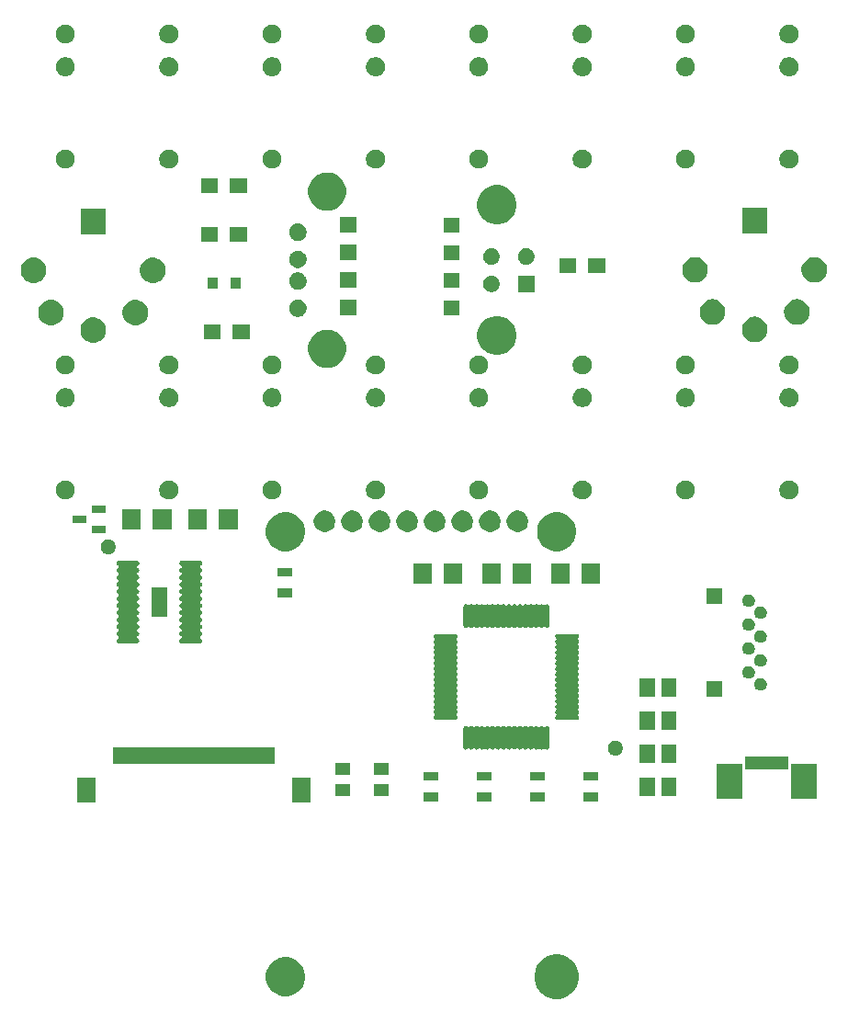
<source format=gbr>
G04 #@! TF.GenerationSoftware,KiCad,Pcbnew,(5.1.4-0-10_14)*
G04 #@! TF.CreationDate,2019-09-27T18:33:15+01:00*
G04 #@! TF.ProjectId,TopBreakout,546f7042-7265-4616-9b6f-75742e6b6963,rev?*
G04 #@! TF.SameCoordinates,Original*
G04 #@! TF.FileFunction,Soldermask,Bot*
G04 #@! TF.FilePolarity,Negative*
%FSLAX46Y46*%
G04 Gerber Fmt 4.6, Leading zero omitted, Abs format (unit mm)*
G04 Created by KiCad (PCBNEW (5.1.4-0-10_14)) date 2019-09-27 18:33:15*
%MOMM*%
%LPD*%
G04 APERTURE LIST*
%ADD10C,0.100000*%
G04 APERTURE END LIST*
D10*
G36*
X161042254Y-154468818D02*
G01*
X161415511Y-154623426D01*
X161415513Y-154623427D01*
X161543899Y-154709212D01*
X161751436Y-154847884D01*
X162037116Y-155133564D01*
X162261574Y-155469489D01*
X162416182Y-155842746D01*
X162495000Y-156238993D01*
X162495000Y-156643007D01*
X162416182Y-157039254D01*
X162310624Y-157294093D01*
X162261573Y-157412513D01*
X162037116Y-157748436D01*
X161751436Y-158034116D01*
X161415513Y-158258573D01*
X161415512Y-158258574D01*
X161415511Y-158258574D01*
X161042254Y-158413182D01*
X160646007Y-158492000D01*
X160241993Y-158492000D01*
X159845746Y-158413182D01*
X159472489Y-158258574D01*
X159472488Y-158258574D01*
X159472487Y-158258573D01*
X159136564Y-158034116D01*
X158850884Y-157748436D01*
X158626427Y-157412513D01*
X158577376Y-157294093D01*
X158471818Y-157039254D01*
X158393000Y-156643007D01*
X158393000Y-156238993D01*
X158471818Y-155842746D01*
X158626426Y-155469489D01*
X158850884Y-155133564D01*
X159136564Y-154847884D01*
X159344101Y-154709212D01*
X159472487Y-154623427D01*
X159472489Y-154623426D01*
X159845746Y-154468818D01*
X160241993Y-154390000D01*
X160646007Y-154390000D01*
X161042254Y-154468818D01*
X161042254Y-154468818D01*
G37*
G36*
X135969331Y-154709211D02*
G01*
X136297092Y-154844974D01*
X136592070Y-155042072D01*
X136842928Y-155292930D01*
X137040026Y-155587908D01*
X137175789Y-155915669D01*
X137245000Y-156263616D01*
X137245000Y-156618384D01*
X137175789Y-156966331D01*
X137040026Y-157294092D01*
X136842928Y-157589070D01*
X136592070Y-157839928D01*
X136297092Y-158037026D01*
X135969331Y-158172789D01*
X135621384Y-158242000D01*
X135266616Y-158242000D01*
X134918669Y-158172789D01*
X134590908Y-158037026D01*
X134295930Y-157839928D01*
X134045072Y-157589070D01*
X133847974Y-157294092D01*
X133712211Y-156966331D01*
X133643000Y-156618384D01*
X133643000Y-156263616D01*
X133712211Y-155915669D01*
X133847974Y-155587908D01*
X134045072Y-155292930D01*
X134295930Y-155042072D01*
X134590908Y-154844974D01*
X134918669Y-154709211D01*
X135266616Y-154640000D01*
X135621384Y-154640000D01*
X135969331Y-154709211D01*
X135969331Y-154709211D01*
G37*
G36*
X137751000Y-140394000D02*
G01*
X136049000Y-140394000D01*
X136049000Y-138092000D01*
X137751000Y-138092000D01*
X137751000Y-140394000D01*
X137751000Y-140394000D01*
G37*
G36*
X117951000Y-140394000D02*
G01*
X116249000Y-140394000D01*
X116249000Y-138092000D01*
X117951000Y-138092000D01*
X117951000Y-140394000D01*
X117951000Y-140394000D01*
G37*
G36*
X164277000Y-140289000D02*
G01*
X162875000Y-140289000D01*
X162875000Y-139487000D01*
X164277000Y-139487000D01*
X164277000Y-140289000D01*
X164277000Y-140289000D01*
G37*
G36*
X159366000Y-140289000D02*
G01*
X157964000Y-140289000D01*
X157964000Y-139487000D01*
X159366000Y-139487000D01*
X159366000Y-140289000D01*
X159366000Y-140289000D01*
G37*
G36*
X149545000Y-140289000D02*
G01*
X148143000Y-140289000D01*
X148143000Y-139487000D01*
X149545000Y-139487000D01*
X149545000Y-140289000D01*
X149545000Y-140289000D01*
G37*
G36*
X154456000Y-140289000D02*
G01*
X153054000Y-140289000D01*
X153054000Y-139487000D01*
X154456000Y-139487000D01*
X154456000Y-140289000D01*
X154456000Y-140289000D01*
G37*
G36*
X177580000Y-140045000D02*
G01*
X175178000Y-140045000D01*
X175178000Y-136843000D01*
X177580000Y-136843000D01*
X177580000Y-140045000D01*
X177580000Y-140045000D01*
G37*
G36*
X184420000Y-140045000D02*
G01*
X182018000Y-140045000D01*
X182018000Y-136843000D01*
X184420000Y-136843000D01*
X184420000Y-140045000D01*
X184420000Y-140045000D01*
G37*
G36*
X171475000Y-139827000D02*
G01*
X170073000Y-139827000D01*
X170073000Y-138125000D01*
X171475000Y-138125000D01*
X171475000Y-139827000D01*
X171475000Y-139827000D01*
G37*
G36*
X169475000Y-139827000D02*
G01*
X168073000Y-139827000D01*
X168073000Y-138125000D01*
X169475000Y-138125000D01*
X169475000Y-139827000D01*
X169475000Y-139827000D01*
G37*
G36*
X144948000Y-139809000D02*
G01*
X143596000Y-139809000D01*
X143596000Y-138707000D01*
X144948000Y-138707000D01*
X144948000Y-139809000D01*
X144948000Y-139809000D01*
G37*
G36*
X141392000Y-139809000D02*
G01*
X140040000Y-139809000D01*
X140040000Y-138707000D01*
X141392000Y-138707000D01*
X141392000Y-139809000D01*
X141392000Y-139809000D01*
G37*
G36*
X164277000Y-138389000D02*
G01*
X162875000Y-138389000D01*
X162875000Y-137587000D01*
X164277000Y-137587000D01*
X164277000Y-138389000D01*
X164277000Y-138389000D01*
G37*
G36*
X149545000Y-138389000D02*
G01*
X148143000Y-138389000D01*
X148143000Y-137587000D01*
X149545000Y-137587000D01*
X149545000Y-138389000D01*
X149545000Y-138389000D01*
G37*
G36*
X159366000Y-138389000D02*
G01*
X157964000Y-138389000D01*
X157964000Y-137587000D01*
X159366000Y-137587000D01*
X159366000Y-138389000D01*
X159366000Y-138389000D01*
G37*
G36*
X154456000Y-138389000D02*
G01*
X153054000Y-138389000D01*
X153054000Y-137587000D01*
X154456000Y-137587000D01*
X154456000Y-138389000D01*
X154456000Y-138389000D01*
G37*
G36*
X141392000Y-137809000D02*
G01*
X140040000Y-137809000D01*
X140040000Y-136707000D01*
X141392000Y-136707000D01*
X141392000Y-137809000D01*
X141392000Y-137809000D01*
G37*
G36*
X144948000Y-137809000D02*
G01*
X143596000Y-137809000D01*
X143596000Y-136707000D01*
X144948000Y-136707000D01*
X144948000Y-137809000D01*
X144948000Y-137809000D01*
G37*
G36*
X181750000Y-137345000D02*
G01*
X177848000Y-137345000D01*
X177848000Y-136143000D01*
X181750000Y-136143000D01*
X181750000Y-137345000D01*
X181750000Y-137345000D01*
G37*
G36*
X134451000Y-136844000D02*
G01*
X119549000Y-136844000D01*
X119549000Y-135342000D01*
X134451000Y-135342000D01*
X134451000Y-136844000D01*
X134451000Y-136844000D01*
G37*
G36*
X171475000Y-136766000D02*
G01*
X170073000Y-136766000D01*
X170073000Y-135064000D01*
X171475000Y-135064000D01*
X171475000Y-136766000D01*
X171475000Y-136766000D01*
G37*
G36*
X169475000Y-136766000D02*
G01*
X168073000Y-136766000D01*
X168073000Y-135064000D01*
X169475000Y-135064000D01*
X169475000Y-136766000D01*
X169475000Y-136766000D01*
G37*
G36*
X165995833Y-134709180D02*
G01*
X166124522Y-134748218D01*
X166243122Y-134811611D01*
X166347076Y-134896924D01*
X166432389Y-135000878D01*
X166495782Y-135119478D01*
X166534820Y-135248167D01*
X166548001Y-135381999D01*
X166548001Y-135382001D01*
X166534820Y-135515833D01*
X166495782Y-135644522D01*
X166432389Y-135763122D01*
X166347076Y-135867076D01*
X166243122Y-135952389D01*
X166124522Y-136015782D01*
X165995833Y-136054820D01*
X165862001Y-136068001D01*
X165861999Y-136068001D01*
X165728167Y-136054820D01*
X165599478Y-136015782D01*
X165480878Y-135952389D01*
X165376924Y-135867076D01*
X165291611Y-135763122D01*
X165228218Y-135644522D01*
X165189180Y-135515833D01*
X165175999Y-135382001D01*
X165175999Y-135381999D01*
X165189180Y-135248167D01*
X165228218Y-135119478D01*
X165291611Y-135000878D01*
X165376924Y-134896924D01*
X165480878Y-134811611D01*
X165599478Y-134748218D01*
X165728167Y-134709180D01*
X165861999Y-134695999D01*
X165862001Y-134695999D01*
X165995833Y-134709180D01*
X165995833Y-134709180D01*
G37*
G36*
X152093214Y-133318862D02*
G01*
X152130920Y-133330300D01*
X152165671Y-133348875D01*
X152196129Y-133373872D01*
X152211715Y-133392863D01*
X152224702Y-133405850D01*
X152245076Y-133419463D01*
X152267715Y-133428841D01*
X152291748Y-133433621D01*
X152316252Y-133433621D01*
X152340286Y-133428841D01*
X152362924Y-133419463D01*
X152383299Y-133405849D01*
X152396285Y-133392863D01*
X152411871Y-133373872D01*
X152442329Y-133348875D01*
X152477080Y-133330300D01*
X152514786Y-133318862D01*
X152553999Y-133315000D01*
X152554001Y-133315000D01*
X152593214Y-133318862D01*
X152630920Y-133330300D01*
X152665671Y-133348875D01*
X152696129Y-133373872D01*
X152711715Y-133392863D01*
X152724702Y-133405850D01*
X152745076Y-133419463D01*
X152767715Y-133428841D01*
X152791748Y-133433621D01*
X152816252Y-133433621D01*
X152840286Y-133428841D01*
X152862924Y-133419463D01*
X152883299Y-133405849D01*
X152896285Y-133392863D01*
X152911871Y-133373872D01*
X152942329Y-133348875D01*
X152977080Y-133330300D01*
X153014786Y-133318862D01*
X153053999Y-133315000D01*
X153054001Y-133315000D01*
X153093214Y-133318862D01*
X153130920Y-133330300D01*
X153165671Y-133348875D01*
X153196129Y-133373872D01*
X153211715Y-133392863D01*
X153224702Y-133405850D01*
X153245076Y-133419463D01*
X153267715Y-133428841D01*
X153291748Y-133433621D01*
X153316252Y-133433621D01*
X153340286Y-133428841D01*
X153362924Y-133419463D01*
X153383299Y-133405849D01*
X153396285Y-133392863D01*
X153411871Y-133373872D01*
X153442329Y-133348875D01*
X153477080Y-133330300D01*
X153514786Y-133318862D01*
X153553999Y-133315000D01*
X153554001Y-133315000D01*
X153593214Y-133318862D01*
X153630920Y-133330300D01*
X153665671Y-133348875D01*
X153696129Y-133373872D01*
X153711715Y-133392863D01*
X153724702Y-133405850D01*
X153745076Y-133419463D01*
X153767715Y-133428841D01*
X153791748Y-133433621D01*
X153816252Y-133433621D01*
X153840286Y-133428841D01*
X153862924Y-133419463D01*
X153883299Y-133405849D01*
X153896285Y-133392863D01*
X153911871Y-133373872D01*
X153942329Y-133348875D01*
X153977080Y-133330300D01*
X154014786Y-133318862D01*
X154053999Y-133315000D01*
X154054001Y-133315000D01*
X154093214Y-133318862D01*
X154130920Y-133330300D01*
X154165671Y-133348875D01*
X154196129Y-133373872D01*
X154211715Y-133392863D01*
X154224702Y-133405850D01*
X154245076Y-133419463D01*
X154267715Y-133428841D01*
X154291748Y-133433621D01*
X154316252Y-133433621D01*
X154340286Y-133428841D01*
X154362924Y-133419463D01*
X154383299Y-133405849D01*
X154396285Y-133392863D01*
X154411871Y-133373872D01*
X154442329Y-133348875D01*
X154477080Y-133330300D01*
X154514786Y-133318862D01*
X154553999Y-133315000D01*
X154554001Y-133315000D01*
X154593214Y-133318862D01*
X154630920Y-133330300D01*
X154665671Y-133348875D01*
X154696129Y-133373872D01*
X154711715Y-133392863D01*
X154724702Y-133405850D01*
X154745076Y-133419463D01*
X154767715Y-133428841D01*
X154791748Y-133433621D01*
X154816252Y-133433621D01*
X154840286Y-133428841D01*
X154862924Y-133419463D01*
X154883299Y-133405849D01*
X154896285Y-133392863D01*
X154911871Y-133373872D01*
X154942329Y-133348875D01*
X154977080Y-133330300D01*
X155014786Y-133318862D01*
X155053999Y-133315000D01*
X155054001Y-133315000D01*
X155093214Y-133318862D01*
X155130920Y-133330300D01*
X155165671Y-133348875D01*
X155196129Y-133373872D01*
X155211715Y-133392863D01*
X155224702Y-133405850D01*
X155245076Y-133419463D01*
X155267715Y-133428841D01*
X155291748Y-133433621D01*
X155316252Y-133433621D01*
X155340286Y-133428841D01*
X155362924Y-133419463D01*
X155383299Y-133405849D01*
X155396285Y-133392863D01*
X155411871Y-133373872D01*
X155442329Y-133348875D01*
X155477080Y-133330300D01*
X155514786Y-133318862D01*
X155553999Y-133315000D01*
X155554001Y-133315000D01*
X155593214Y-133318862D01*
X155630920Y-133330300D01*
X155665671Y-133348875D01*
X155696129Y-133373872D01*
X155711715Y-133392863D01*
X155724702Y-133405850D01*
X155745076Y-133419463D01*
X155767715Y-133428841D01*
X155791748Y-133433621D01*
X155816252Y-133433621D01*
X155840286Y-133428841D01*
X155862924Y-133419463D01*
X155883299Y-133405849D01*
X155896285Y-133392863D01*
X155911871Y-133373872D01*
X155942329Y-133348875D01*
X155977080Y-133330300D01*
X156014786Y-133318862D01*
X156053999Y-133315000D01*
X156054001Y-133315000D01*
X156093214Y-133318862D01*
X156130920Y-133330300D01*
X156165671Y-133348875D01*
X156196129Y-133373872D01*
X156211715Y-133392863D01*
X156224702Y-133405850D01*
X156245076Y-133419463D01*
X156267715Y-133428841D01*
X156291748Y-133433621D01*
X156316252Y-133433621D01*
X156340286Y-133428841D01*
X156362924Y-133419463D01*
X156383299Y-133405849D01*
X156396285Y-133392863D01*
X156411871Y-133373872D01*
X156442329Y-133348875D01*
X156477080Y-133330300D01*
X156514786Y-133318862D01*
X156553999Y-133315000D01*
X156554001Y-133315000D01*
X156593214Y-133318862D01*
X156630920Y-133330300D01*
X156665671Y-133348875D01*
X156696129Y-133373872D01*
X156711715Y-133392863D01*
X156724702Y-133405850D01*
X156745076Y-133419463D01*
X156767715Y-133428841D01*
X156791748Y-133433621D01*
X156816252Y-133433621D01*
X156840286Y-133428841D01*
X156862924Y-133419463D01*
X156883299Y-133405849D01*
X156896285Y-133392863D01*
X156911871Y-133373872D01*
X156942329Y-133348875D01*
X156977080Y-133330300D01*
X157014786Y-133318862D01*
X157053999Y-133315000D01*
X157054001Y-133315000D01*
X157093214Y-133318862D01*
X157130920Y-133330300D01*
X157165671Y-133348875D01*
X157196129Y-133373872D01*
X157211715Y-133392863D01*
X157224702Y-133405850D01*
X157245076Y-133419463D01*
X157267715Y-133428841D01*
X157291748Y-133433621D01*
X157316252Y-133433621D01*
X157340286Y-133428841D01*
X157362924Y-133419463D01*
X157383299Y-133405849D01*
X157396285Y-133392863D01*
X157411871Y-133373872D01*
X157442329Y-133348875D01*
X157477080Y-133330300D01*
X157514786Y-133318862D01*
X157553999Y-133315000D01*
X157554001Y-133315000D01*
X157593214Y-133318862D01*
X157630920Y-133330300D01*
X157665671Y-133348875D01*
X157696129Y-133373872D01*
X157711715Y-133392863D01*
X157724702Y-133405850D01*
X157745076Y-133419463D01*
X157767715Y-133428841D01*
X157791748Y-133433621D01*
X157816252Y-133433621D01*
X157840286Y-133428841D01*
X157862924Y-133419463D01*
X157883299Y-133405849D01*
X157896285Y-133392863D01*
X157911871Y-133373872D01*
X157942329Y-133348875D01*
X157977080Y-133330300D01*
X158014786Y-133318862D01*
X158053999Y-133315000D01*
X158054001Y-133315000D01*
X158093214Y-133318862D01*
X158130920Y-133330300D01*
X158165671Y-133348875D01*
X158196129Y-133373872D01*
X158211715Y-133392863D01*
X158224702Y-133405850D01*
X158245076Y-133419463D01*
X158267715Y-133428841D01*
X158291748Y-133433621D01*
X158316252Y-133433621D01*
X158340286Y-133428841D01*
X158362924Y-133419463D01*
X158383299Y-133405849D01*
X158396285Y-133392863D01*
X158411871Y-133373872D01*
X158442329Y-133348875D01*
X158477080Y-133330300D01*
X158514786Y-133318862D01*
X158553999Y-133315000D01*
X158554001Y-133315000D01*
X158593214Y-133318862D01*
X158630920Y-133330300D01*
X158665671Y-133348875D01*
X158696129Y-133373872D01*
X158711715Y-133392863D01*
X158724702Y-133405850D01*
X158745076Y-133419463D01*
X158767715Y-133428841D01*
X158791748Y-133433621D01*
X158816252Y-133433621D01*
X158840286Y-133428841D01*
X158862924Y-133419463D01*
X158883299Y-133405849D01*
X158896285Y-133392863D01*
X158911871Y-133373872D01*
X158942329Y-133348875D01*
X158977080Y-133330300D01*
X159014786Y-133318862D01*
X159053999Y-133315000D01*
X159054001Y-133315000D01*
X159093214Y-133318862D01*
X159130920Y-133330300D01*
X159165671Y-133348875D01*
X159196129Y-133373872D01*
X159211715Y-133392863D01*
X159224702Y-133405850D01*
X159245076Y-133419463D01*
X159267715Y-133428841D01*
X159291748Y-133433621D01*
X159316252Y-133433621D01*
X159340286Y-133428841D01*
X159362924Y-133419463D01*
X159383299Y-133405849D01*
X159396285Y-133392863D01*
X159411871Y-133373872D01*
X159442329Y-133348875D01*
X159477080Y-133330300D01*
X159514786Y-133318862D01*
X159553999Y-133315000D01*
X159554001Y-133315000D01*
X159593214Y-133318862D01*
X159630920Y-133330300D01*
X159665671Y-133348875D01*
X159696129Y-133373872D01*
X159721126Y-133404330D01*
X159739701Y-133439081D01*
X159751139Y-133476787D01*
X159755001Y-133516000D01*
X159755001Y-135316000D01*
X159751139Y-135355213D01*
X159739701Y-135392919D01*
X159721126Y-135427670D01*
X159696129Y-135458128D01*
X159665671Y-135483125D01*
X159630920Y-135501700D01*
X159593214Y-135513138D01*
X159554001Y-135517000D01*
X159553999Y-135517000D01*
X159514786Y-135513138D01*
X159477080Y-135501700D01*
X159442329Y-135483125D01*
X159411871Y-135458128D01*
X159396285Y-135439137D01*
X159383298Y-135426150D01*
X159362924Y-135412537D01*
X159340285Y-135403159D01*
X159316252Y-135398379D01*
X159291748Y-135398379D01*
X159267714Y-135403159D01*
X159245076Y-135412537D01*
X159224701Y-135426151D01*
X159211715Y-135439137D01*
X159196129Y-135458128D01*
X159165671Y-135483125D01*
X159130920Y-135501700D01*
X159093214Y-135513138D01*
X159054001Y-135517000D01*
X159053999Y-135517000D01*
X159014786Y-135513138D01*
X158977080Y-135501700D01*
X158942329Y-135483125D01*
X158911871Y-135458128D01*
X158896285Y-135439137D01*
X158883298Y-135426150D01*
X158862924Y-135412537D01*
X158840285Y-135403159D01*
X158816252Y-135398379D01*
X158791748Y-135398379D01*
X158767714Y-135403159D01*
X158745076Y-135412537D01*
X158724701Y-135426151D01*
X158711715Y-135439137D01*
X158696129Y-135458128D01*
X158665671Y-135483125D01*
X158630920Y-135501700D01*
X158593214Y-135513138D01*
X158554001Y-135517000D01*
X158553999Y-135517000D01*
X158514786Y-135513138D01*
X158477080Y-135501700D01*
X158442329Y-135483125D01*
X158411871Y-135458128D01*
X158396285Y-135439137D01*
X158383298Y-135426150D01*
X158362924Y-135412537D01*
X158340285Y-135403159D01*
X158316252Y-135398379D01*
X158291748Y-135398379D01*
X158267714Y-135403159D01*
X158245076Y-135412537D01*
X158224701Y-135426151D01*
X158211715Y-135439137D01*
X158196129Y-135458128D01*
X158165671Y-135483125D01*
X158130920Y-135501700D01*
X158093214Y-135513138D01*
X158054001Y-135517000D01*
X158053999Y-135517000D01*
X158014786Y-135513138D01*
X157977080Y-135501700D01*
X157942329Y-135483125D01*
X157911871Y-135458128D01*
X157896285Y-135439137D01*
X157883298Y-135426150D01*
X157862924Y-135412537D01*
X157840285Y-135403159D01*
X157816252Y-135398379D01*
X157791748Y-135398379D01*
X157767714Y-135403159D01*
X157745076Y-135412537D01*
X157724701Y-135426151D01*
X157711715Y-135439137D01*
X157696129Y-135458128D01*
X157665671Y-135483125D01*
X157630920Y-135501700D01*
X157593214Y-135513138D01*
X157554001Y-135517000D01*
X157553999Y-135517000D01*
X157514786Y-135513138D01*
X157477080Y-135501700D01*
X157442329Y-135483125D01*
X157411871Y-135458128D01*
X157396285Y-135439137D01*
X157383298Y-135426150D01*
X157362924Y-135412537D01*
X157340285Y-135403159D01*
X157316252Y-135398379D01*
X157291748Y-135398379D01*
X157267714Y-135403159D01*
X157245076Y-135412537D01*
X157224701Y-135426151D01*
X157211715Y-135439137D01*
X157196129Y-135458128D01*
X157165671Y-135483125D01*
X157130920Y-135501700D01*
X157093214Y-135513138D01*
X157054001Y-135517000D01*
X157053999Y-135517000D01*
X157014786Y-135513138D01*
X156977080Y-135501700D01*
X156942329Y-135483125D01*
X156911871Y-135458128D01*
X156896285Y-135439137D01*
X156883298Y-135426150D01*
X156862924Y-135412537D01*
X156840285Y-135403159D01*
X156816252Y-135398379D01*
X156791748Y-135398379D01*
X156767714Y-135403159D01*
X156745076Y-135412537D01*
X156724701Y-135426151D01*
X156711715Y-135439137D01*
X156696129Y-135458128D01*
X156665671Y-135483125D01*
X156630920Y-135501700D01*
X156593214Y-135513138D01*
X156554001Y-135517000D01*
X156553999Y-135517000D01*
X156514786Y-135513138D01*
X156477080Y-135501700D01*
X156442329Y-135483125D01*
X156411871Y-135458128D01*
X156396285Y-135439137D01*
X156383298Y-135426150D01*
X156362924Y-135412537D01*
X156340285Y-135403159D01*
X156316252Y-135398379D01*
X156291748Y-135398379D01*
X156267714Y-135403159D01*
X156245076Y-135412537D01*
X156224701Y-135426151D01*
X156211715Y-135439137D01*
X156196129Y-135458128D01*
X156165671Y-135483125D01*
X156130920Y-135501700D01*
X156093214Y-135513138D01*
X156054001Y-135517000D01*
X156053999Y-135517000D01*
X156014786Y-135513138D01*
X155977080Y-135501700D01*
X155942329Y-135483125D01*
X155911871Y-135458128D01*
X155896285Y-135439137D01*
X155883298Y-135426150D01*
X155862924Y-135412537D01*
X155840285Y-135403159D01*
X155816252Y-135398379D01*
X155791748Y-135398379D01*
X155767714Y-135403159D01*
X155745076Y-135412537D01*
X155724701Y-135426151D01*
X155711715Y-135439137D01*
X155696129Y-135458128D01*
X155665671Y-135483125D01*
X155630920Y-135501700D01*
X155593214Y-135513138D01*
X155554001Y-135517000D01*
X155553999Y-135517000D01*
X155514786Y-135513138D01*
X155477080Y-135501700D01*
X155442329Y-135483125D01*
X155411871Y-135458128D01*
X155396285Y-135439137D01*
X155383298Y-135426150D01*
X155362924Y-135412537D01*
X155340285Y-135403159D01*
X155316252Y-135398379D01*
X155291748Y-135398379D01*
X155267714Y-135403159D01*
X155245076Y-135412537D01*
X155224701Y-135426151D01*
X155211715Y-135439137D01*
X155196129Y-135458128D01*
X155165671Y-135483125D01*
X155130920Y-135501700D01*
X155093214Y-135513138D01*
X155054001Y-135517000D01*
X155053999Y-135517000D01*
X155014786Y-135513138D01*
X154977080Y-135501700D01*
X154942329Y-135483125D01*
X154911871Y-135458128D01*
X154896285Y-135439137D01*
X154883298Y-135426150D01*
X154862924Y-135412537D01*
X154840285Y-135403159D01*
X154816252Y-135398379D01*
X154791748Y-135398379D01*
X154767714Y-135403159D01*
X154745076Y-135412537D01*
X154724701Y-135426151D01*
X154711715Y-135439137D01*
X154696129Y-135458128D01*
X154665671Y-135483125D01*
X154630920Y-135501700D01*
X154593214Y-135513138D01*
X154554001Y-135517000D01*
X154553999Y-135517000D01*
X154514786Y-135513138D01*
X154477080Y-135501700D01*
X154442329Y-135483125D01*
X154411871Y-135458128D01*
X154396285Y-135439137D01*
X154383298Y-135426150D01*
X154362924Y-135412537D01*
X154340285Y-135403159D01*
X154316252Y-135398379D01*
X154291748Y-135398379D01*
X154267714Y-135403159D01*
X154245076Y-135412537D01*
X154224701Y-135426151D01*
X154211715Y-135439137D01*
X154196129Y-135458128D01*
X154165671Y-135483125D01*
X154130920Y-135501700D01*
X154093214Y-135513138D01*
X154054001Y-135517000D01*
X154053999Y-135517000D01*
X154014786Y-135513138D01*
X153977080Y-135501700D01*
X153942329Y-135483125D01*
X153911871Y-135458128D01*
X153896285Y-135439137D01*
X153883298Y-135426150D01*
X153862924Y-135412537D01*
X153840285Y-135403159D01*
X153816252Y-135398379D01*
X153791748Y-135398379D01*
X153767714Y-135403159D01*
X153745076Y-135412537D01*
X153724701Y-135426151D01*
X153711715Y-135439137D01*
X153696129Y-135458128D01*
X153665671Y-135483125D01*
X153630920Y-135501700D01*
X153593214Y-135513138D01*
X153554001Y-135517000D01*
X153553999Y-135517000D01*
X153514786Y-135513138D01*
X153477080Y-135501700D01*
X153442329Y-135483125D01*
X153411871Y-135458128D01*
X153396285Y-135439137D01*
X153383298Y-135426150D01*
X153362924Y-135412537D01*
X153340285Y-135403159D01*
X153316252Y-135398379D01*
X153291748Y-135398379D01*
X153267714Y-135403159D01*
X153245076Y-135412537D01*
X153224701Y-135426151D01*
X153211715Y-135439137D01*
X153196129Y-135458128D01*
X153165671Y-135483125D01*
X153130920Y-135501700D01*
X153093214Y-135513138D01*
X153054001Y-135517000D01*
X153053999Y-135517000D01*
X153014786Y-135513138D01*
X152977080Y-135501700D01*
X152942329Y-135483125D01*
X152911871Y-135458128D01*
X152896285Y-135439137D01*
X152883298Y-135426150D01*
X152862924Y-135412537D01*
X152840285Y-135403159D01*
X152816252Y-135398379D01*
X152791748Y-135398379D01*
X152767714Y-135403159D01*
X152745076Y-135412537D01*
X152724701Y-135426151D01*
X152711715Y-135439137D01*
X152696129Y-135458128D01*
X152665671Y-135483125D01*
X152630920Y-135501700D01*
X152593214Y-135513138D01*
X152554001Y-135517000D01*
X152553999Y-135517000D01*
X152514786Y-135513138D01*
X152477080Y-135501700D01*
X152442329Y-135483125D01*
X152411871Y-135458128D01*
X152396285Y-135439137D01*
X152383298Y-135426150D01*
X152362924Y-135412537D01*
X152340285Y-135403159D01*
X152316252Y-135398379D01*
X152291748Y-135398379D01*
X152267714Y-135403159D01*
X152245076Y-135412537D01*
X152224701Y-135426151D01*
X152211715Y-135439137D01*
X152196129Y-135458128D01*
X152165671Y-135483125D01*
X152130920Y-135501700D01*
X152093214Y-135513138D01*
X152054001Y-135517000D01*
X152053999Y-135517000D01*
X152014786Y-135513138D01*
X151977080Y-135501700D01*
X151942329Y-135483125D01*
X151911871Y-135458128D01*
X151886874Y-135427670D01*
X151868299Y-135392919D01*
X151856861Y-135355213D01*
X151852999Y-135316000D01*
X151852999Y-133516000D01*
X151856861Y-133476787D01*
X151868299Y-133439081D01*
X151886874Y-133404330D01*
X151911871Y-133373872D01*
X151942329Y-133348875D01*
X151977080Y-133330300D01*
X152014786Y-133318862D01*
X152053999Y-133315000D01*
X152054001Y-133315000D01*
X152093214Y-133318862D01*
X152093214Y-133318862D01*
G37*
G36*
X169475000Y-133706000D02*
G01*
X168073000Y-133706000D01*
X168073000Y-132004000D01*
X169475000Y-132004000D01*
X169475000Y-133706000D01*
X169475000Y-133706000D01*
G37*
G36*
X171475000Y-133706000D02*
G01*
X170073000Y-133706000D01*
X170073000Y-132004000D01*
X171475000Y-132004000D01*
X171475000Y-133706000D01*
X171475000Y-133706000D01*
G37*
G36*
X151143213Y-124868861D02*
G01*
X151180919Y-124880299D01*
X151215670Y-124898874D01*
X151246128Y-124923871D01*
X151271125Y-124954329D01*
X151289700Y-124989080D01*
X151301138Y-125026786D01*
X151305000Y-125065999D01*
X151305000Y-125066001D01*
X151301138Y-125105214D01*
X151289700Y-125142920D01*
X151271125Y-125177671D01*
X151246128Y-125208129D01*
X151227137Y-125223715D01*
X151214150Y-125236702D01*
X151200537Y-125257076D01*
X151191159Y-125279715D01*
X151186379Y-125303748D01*
X151186379Y-125328252D01*
X151191159Y-125352286D01*
X151200537Y-125374924D01*
X151214151Y-125395299D01*
X151227137Y-125408285D01*
X151246128Y-125423871D01*
X151271125Y-125454329D01*
X151289700Y-125489080D01*
X151301138Y-125526786D01*
X151305000Y-125565999D01*
X151305000Y-125566001D01*
X151301138Y-125605214D01*
X151289700Y-125642920D01*
X151271125Y-125677671D01*
X151246128Y-125708129D01*
X151227137Y-125723715D01*
X151214150Y-125736702D01*
X151200537Y-125757076D01*
X151191159Y-125779715D01*
X151186379Y-125803748D01*
X151186379Y-125828252D01*
X151191159Y-125852286D01*
X151200537Y-125874924D01*
X151214151Y-125895299D01*
X151227137Y-125908285D01*
X151246128Y-125923871D01*
X151271125Y-125954329D01*
X151289700Y-125989080D01*
X151301138Y-126026786D01*
X151305000Y-126065999D01*
X151305000Y-126066001D01*
X151301138Y-126105214D01*
X151289700Y-126142920D01*
X151271125Y-126177671D01*
X151246128Y-126208129D01*
X151227137Y-126223715D01*
X151214150Y-126236702D01*
X151200537Y-126257076D01*
X151191159Y-126279715D01*
X151186379Y-126303748D01*
X151186379Y-126328252D01*
X151191159Y-126352286D01*
X151200537Y-126374924D01*
X151214151Y-126395299D01*
X151227137Y-126408285D01*
X151246128Y-126423871D01*
X151271125Y-126454329D01*
X151289700Y-126489080D01*
X151301138Y-126526786D01*
X151305000Y-126565999D01*
X151305000Y-126566001D01*
X151301138Y-126605214D01*
X151289700Y-126642920D01*
X151271125Y-126677671D01*
X151246128Y-126708129D01*
X151227137Y-126723715D01*
X151214150Y-126736702D01*
X151200537Y-126757076D01*
X151191159Y-126779715D01*
X151186379Y-126803748D01*
X151186379Y-126828252D01*
X151191159Y-126852286D01*
X151200537Y-126874924D01*
X151214151Y-126895299D01*
X151227137Y-126908285D01*
X151246128Y-126923871D01*
X151271125Y-126954329D01*
X151289700Y-126989080D01*
X151301138Y-127026786D01*
X151305000Y-127065999D01*
X151305000Y-127066001D01*
X151301138Y-127105214D01*
X151289700Y-127142920D01*
X151271125Y-127177671D01*
X151246128Y-127208129D01*
X151227137Y-127223715D01*
X151214150Y-127236702D01*
X151200537Y-127257076D01*
X151191159Y-127279715D01*
X151186379Y-127303748D01*
X151186379Y-127328252D01*
X151191159Y-127352286D01*
X151200537Y-127374924D01*
X151214151Y-127395299D01*
X151227137Y-127408285D01*
X151246128Y-127423871D01*
X151271125Y-127454329D01*
X151289700Y-127489080D01*
X151301138Y-127526786D01*
X151305000Y-127565999D01*
X151305000Y-127566001D01*
X151301138Y-127605214D01*
X151289700Y-127642920D01*
X151271125Y-127677671D01*
X151246128Y-127708129D01*
X151227137Y-127723715D01*
X151214150Y-127736702D01*
X151200537Y-127757076D01*
X151191159Y-127779715D01*
X151186379Y-127803748D01*
X151186379Y-127828252D01*
X151191159Y-127852286D01*
X151200537Y-127874924D01*
X151214151Y-127895299D01*
X151227137Y-127908285D01*
X151246128Y-127923871D01*
X151271125Y-127954329D01*
X151289700Y-127989080D01*
X151301138Y-128026786D01*
X151305000Y-128065999D01*
X151305000Y-128066001D01*
X151301138Y-128105214D01*
X151289700Y-128142920D01*
X151271125Y-128177671D01*
X151246128Y-128208129D01*
X151227137Y-128223715D01*
X151214150Y-128236702D01*
X151200537Y-128257076D01*
X151191159Y-128279715D01*
X151186379Y-128303748D01*
X151186379Y-128328252D01*
X151191159Y-128352286D01*
X151200537Y-128374924D01*
X151214151Y-128395299D01*
X151227137Y-128408285D01*
X151246128Y-128423871D01*
X151271125Y-128454329D01*
X151289700Y-128489080D01*
X151301138Y-128526786D01*
X151305000Y-128565999D01*
X151305000Y-128566001D01*
X151301138Y-128605214D01*
X151289700Y-128642920D01*
X151271125Y-128677671D01*
X151246128Y-128708129D01*
X151227137Y-128723715D01*
X151214150Y-128736702D01*
X151200537Y-128757076D01*
X151191159Y-128779715D01*
X151186379Y-128803748D01*
X151186379Y-128828252D01*
X151191159Y-128852286D01*
X151200537Y-128874924D01*
X151214151Y-128895299D01*
X151227137Y-128908285D01*
X151246128Y-128923871D01*
X151271125Y-128954329D01*
X151289700Y-128989080D01*
X151301138Y-129026786D01*
X151305000Y-129065999D01*
X151305000Y-129066001D01*
X151301138Y-129105214D01*
X151289700Y-129142920D01*
X151271125Y-129177671D01*
X151246128Y-129208129D01*
X151227137Y-129223715D01*
X151214150Y-129236702D01*
X151200537Y-129257076D01*
X151191159Y-129279715D01*
X151186379Y-129303748D01*
X151186379Y-129328252D01*
X151191159Y-129352286D01*
X151200537Y-129374924D01*
X151214151Y-129395299D01*
X151227137Y-129408285D01*
X151246128Y-129423871D01*
X151271125Y-129454329D01*
X151289700Y-129489080D01*
X151301138Y-129526786D01*
X151305000Y-129565999D01*
X151305000Y-129566001D01*
X151301138Y-129605214D01*
X151289700Y-129642920D01*
X151271125Y-129677671D01*
X151246128Y-129708129D01*
X151227137Y-129723715D01*
X151214150Y-129736702D01*
X151200537Y-129757076D01*
X151191159Y-129779715D01*
X151186379Y-129803748D01*
X151186379Y-129828252D01*
X151191159Y-129852286D01*
X151200537Y-129874924D01*
X151214151Y-129895299D01*
X151227137Y-129908285D01*
X151246128Y-129923871D01*
X151271125Y-129954329D01*
X151289700Y-129989080D01*
X151301138Y-130026786D01*
X151305000Y-130065999D01*
X151305000Y-130066001D01*
X151301138Y-130105214D01*
X151289700Y-130142920D01*
X151271125Y-130177671D01*
X151246128Y-130208129D01*
X151227137Y-130223715D01*
X151214150Y-130236702D01*
X151200537Y-130257076D01*
X151191159Y-130279715D01*
X151186379Y-130303748D01*
X151186379Y-130328252D01*
X151191159Y-130352286D01*
X151200537Y-130374924D01*
X151214151Y-130395299D01*
X151227137Y-130408285D01*
X151246128Y-130423871D01*
X151271125Y-130454329D01*
X151289700Y-130489080D01*
X151301138Y-130526786D01*
X151305000Y-130565999D01*
X151305000Y-130566001D01*
X151301138Y-130605214D01*
X151289700Y-130642920D01*
X151271125Y-130677671D01*
X151246128Y-130708129D01*
X151227137Y-130723715D01*
X151214150Y-130736702D01*
X151200537Y-130757076D01*
X151191159Y-130779715D01*
X151186379Y-130803748D01*
X151186379Y-130828252D01*
X151191159Y-130852286D01*
X151200537Y-130874924D01*
X151214151Y-130895299D01*
X151227137Y-130908285D01*
X151246128Y-130923871D01*
X151271125Y-130954329D01*
X151289700Y-130989080D01*
X151301138Y-131026786D01*
X151305000Y-131065999D01*
X151305000Y-131066001D01*
X151301138Y-131105214D01*
X151289700Y-131142920D01*
X151271125Y-131177671D01*
X151246128Y-131208129D01*
X151227137Y-131223715D01*
X151214150Y-131236702D01*
X151200537Y-131257076D01*
X151191159Y-131279715D01*
X151186379Y-131303748D01*
X151186379Y-131328252D01*
X151191159Y-131352286D01*
X151200537Y-131374924D01*
X151214151Y-131395299D01*
X151227137Y-131408285D01*
X151246128Y-131423871D01*
X151271125Y-131454329D01*
X151289700Y-131489080D01*
X151301138Y-131526786D01*
X151305000Y-131565999D01*
X151305000Y-131566001D01*
X151301138Y-131605214D01*
X151289700Y-131642920D01*
X151271125Y-131677671D01*
X151246128Y-131708129D01*
X151227137Y-131723715D01*
X151214150Y-131736702D01*
X151200537Y-131757076D01*
X151191159Y-131779715D01*
X151186379Y-131803748D01*
X151186379Y-131828252D01*
X151191159Y-131852286D01*
X151200537Y-131874924D01*
X151214151Y-131895299D01*
X151227137Y-131908285D01*
X151246128Y-131923871D01*
X151271125Y-131954329D01*
X151289700Y-131989080D01*
X151301138Y-132026786D01*
X151305000Y-132065999D01*
X151305000Y-132066001D01*
X151301138Y-132105214D01*
X151289700Y-132142920D01*
X151271125Y-132177671D01*
X151246128Y-132208129D01*
X151227137Y-132223715D01*
X151214150Y-132236702D01*
X151200537Y-132257076D01*
X151191159Y-132279715D01*
X151186379Y-132303748D01*
X151186379Y-132328252D01*
X151191159Y-132352286D01*
X151200537Y-132374924D01*
X151214151Y-132395299D01*
X151227137Y-132408285D01*
X151246128Y-132423871D01*
X151271125Y-132454329D01*
X151289700Y-132489080D01*
X151301138Y-132526786D01*
X151305000Y-132565999D01*
X151305000Y-132566001D01*
X151301138Y-132605214D01*
X151289700Y-132642920D01*
X151271125Y-132677671D01*
X151246128Y-132708129D01*
X151215670Y-132733126D01*
X151180919Y-132751701D01*
X151143213Y-132763139D01*
X151104000Y-132767001D01*
X149304000Y-132767001D01*
X149264787Y-132763139D01*
X149227081Y-132751701D01*
X149192330Y-132733126D01*
X149161872Y-132708129D01*
X149136875Y-132677671D01*
X149118300Y-132642920D01*
X149106862Y-132605214D01*
X149103000Y-132566001D01*
X149103000Y-132565999D01*
X149106862Y-132526786D01*
X149118300Y-132489080D01*
X149136875Y-132454329D01*
X149161872Y-132423871D01*
X149180863Y-132408285D01*
X149193850Y-132395298D01*
X149207463Y-132374924D01*
X149216841Y-132352285D01*
X149221621Y-132328252D01*
X149221621Y-132303748D01*
X149216841Y-132279714D01*
X149207463Y-132257076D01*
X149193849Y-132236701D01*
X149180863Y-132223715D01*
X149161872Y-132208129D01*
X149136875Y-132177671D01*
X149118300Y-132142920D01*
X149106862Y-132105214D01*
X149103000Y-132066001D01*
X149103000Y-132065999D01*
X149106862Y-132026786D01*
X149118300Y-131989080D01*
X149136875Y-131954329D01*
X149161872Y-131923871D01*
X149180863Y-131908285D01*
X149193850Y-131895298D01*
X149207463Y-131874924D01*
X149216841Y-131852285D01*
X149221621Y-131828252D01*
X149221621Y-131803748D01*
X149216841Y-131779714D01*
X149207463Y-131757076D01*
X149193849Y-131736701D01*
X149180863Y-131723715D01*
X149161872Y-131708129D01*
X149136875Y-131677671D01*
X149118300Y-131642920D01*
X149106862Y-131605214D01*
X149103000Y-131566001D01*
X149103000Y-131565999D01*
X149106862Y-131526786D01*
X149118300Y-131489080D01*
X149136875Y-131454329D01*
X149161872Y-131423871D01*
X149180863Y-131408285D01*
X149193850Y-131395298D01*
X149207463Y-131374924D01*
X149216841Y-131352285D01*
X149221621Y-131328252D01*
X149221621Y-131303748D01*
X149216841Y-131279714D01*
X149207463Y-131257076D01*
X149193849Y-131236701D01*
X149180863Y-131223715D01*
X149161872Y-131208129D01*
X149136875Y-131177671D01*
X149118300Y-131142920D01*
X149106862Y-131105214D01*
X149103000Y-131066001D01*
X149103000Y-131065999D01*
X149106862Y-131026786D01*
X149118300Y-130989080D01*
X149136875Y-130954329D01*
X149161872Y-130923871D01*
X149180863Y-130908285D01*
X149193850Y-130895298D01*
X149207463Y-130874924D01*
X149216841Y-130852285D01*
X149221621Y-130828252D01*
X149221621Y-130803748D01*
X149216841Y-130779714D01*
X149207463Y-130757076D01*
X149193849Y-130736701D01*
X149180863Y-130723715D01*
X149161872Y-130708129D01*
X149136875Y-130677671D01*
X149118300Y-130642920D01*
X149106862Y-130605214D01*
X149103000Y-130566001D01*
X149103000Y-130565999D01*
X149106862Y-130526786D01*
X149118300Y-130489080D01*
X149136875Y-130454329D01*
X149161872Y-130423871D01*
X149180863Y-130408285D01*
X149193850Y-130395298D01*
X149207463Y-130374924D01*
X149216841Y-130352285D01*
X149221621Y-130328252D01*
X149221621Y-130303748D01*
X149216841Y-130279714D01*
X149207463Y-130257076D01*
X149193849Y-130236701D01*
X149180863Y-130223715D01*
X149161872Y-130208129D01*
X149136875Y-130177671D01*
X149118300Y-130142920D01*
X149106862Y-130105214D01*
X149103000Y-130066001D01*
X149103000Y-130065999D01*
X149106862Y-130026786D01*
X149118300Y-129989080D01*
X149136875Y-129954329D01*
X149161872Y-129923871D01*
X149180863Y-129908285D01*
X149193850Y-129895298D01*
X149207463Y-129874924D01*
X149216841Y-129852285D01*
X149221621Y-129828252D01*
X149221621Y-129803748D01*
X149216841Y-129779714D01*
X149207463Y-129757076D01*
X149193849Y-129736701D01*
X149180863Y-129723715D01*
X149161872Y-129708129D01*
X149136875Y-129677671D01*
X149118300Y-129642920D01*
X149106862Y-129605214D01*
X149103000Y-129566001D01*
X149103000Y-129565999D01*
X149106862Y-129526786D01*
X149118300Y-129489080D01*
X149136875Y-129454329D01*
X149161872Y-129423871D01*
X149180863Y-129408285D01*
X149193850Y-129395298D01*
X149207463Y-129374924D01*
X149216841Y-129352285D01*
X149221621Y-129328252D01*
X149221621Y-129303748D01*
X149216841Y-129279714D01*
X149207463Y-129257076D01*
X149193849Y-129236701D01*
X149180863Y-129223715D01*
X149161872Y-129208129D01*
X149136875Y-129177671D01*
X149118300Y-129142920D01*
X149106862Y-129105214D01*
X149103000Y-129066001D01*
X149103000Y-129065999D01*
X149106862Y-129026786D01*
X149118300Y-128989080D01*
X149136875Y-128954329D01*
X149161872Y-128923871D01*
X149180863Y-128908285D01*
X149193850Y-128895298D01*
X149207463Y-128874924D01*
X149216841Y-128852285D01*
X149221621Y-128828252D01*
X149221621Y-128803748D01*
X149216841Y-128779714D01*
X149207463Y-128757076D01*
X149193849Y-128736701D01*
X149180863Y-128723715D01*
X149161872Y-128708129D01*
X149136875Y-128677671D01*
X149118300Y-128642920D01*
X149106862Y-128605214D01*
X149103000Y-128566001D01*
X149103000Y-128565999D01*
X149106862Y-128526786D01*
X149118300Y-128489080D01*
X149136875Y-128454329D01*
X149161872Y-128423871D01*
X149180863Y-128408285D01*
X149193850Y-128395298D01*
X149207463Y-128374924D01*
X149216841Y-128352285D01*
X149221621Y-128328252D01*
X149221621Y-128303748D01*
X149216841Y-128279714D01*
X149207463Y-128257076D01*
X149193849Y-128236701D01*
X149180863Y-128223715D01*
X149161872Y-128208129D01*
X149136875Y-128177671D01*
X149118300Y-128142920D01*
X149106862Y-128105214D01*
X149103000Y-128066001D01*
X149103000Y-128065999D01*
X149106862Y-128026786D01*
X149118300Y-127989080D01*
X149136875Y-127954329D01*
X149161872Y-127923871D01*
X149180863Y-127908285D01*
X149193850Y-127895298D01*
X149207463Y-127874924D01*
X149216841Y-127852285D01*
X149221621Y-127828252D01*
X149221621Y-127803748D01*
X149216841Y-127779714D01*
X149207463Y-127757076D01*
X149193849Y-127736701D01*
X149180863Y-127723715D01*
X149161872Y-127708129D01*
X149136875Y-127677671D01*
X149118300Y-127642920D01*
X149106862Y-127605214D01*
X149103000Y-127566001D01*
X149103000Y-127565999D01*
X149106862Y-127526786D01*
X149118300Y-127489080D01*
X149136875Y-127454329D01*
X149161872Y-127423871D01*
X149180863Y-127408285D01*
X149193850Y-127395298D01*
X149207463Y-127374924D01*
X149216841Y-127352285D01*
X149221621Y-127328252D01*
X149221621Y-127303748D01*
X149216841Y-127279714D01*
X149207463Y-127257076D01*
X149193849Y-127236701D01*
X149180863Y-127223715D01*
X149161872Y-127208129D01*
X149136875Y-127177671D01*
X149118300Y-127142920D01*
X149106862Y-127105214D01*
X149103000Y-127066001D01*
X149103000Y-127065999D01*
X149106862Y-127026786D01*
X149118300Y-126989080D01*
X149136875Y-126954329D01*
X149161872Y-126923871D01*
X149180863Y-126908285D01*
X149193850Y-126895298D01*
X149207463Y-126874924D01*
X149216841Y-126852285D01*
X149221621Y-126828252D01*
X149221621Y-126803748D01*
X149216841Y-126779714D01*
X149207463Y-126757076D01*
X149193849Y-126736701D01*
X149180863Y-126723715D01*
X149161872Y-126708129D01*
X149136875Y-126677671D01*
X149118300Y-126642920D01*
X149106862Y-126605214D01*
X149103000Y-126566001D01*
X149103000Y-126565999D01*
X149106862Y-126526786D01*
X149118300Y-126489080D01*
X149136875Y-126454329D01*
X149161872Y-126423871D01*
X149180863Y-126408285D01*
X149193850Y-126395298D01*
X149207463Y-126374924D01*
X149216841Y-126352285D01*
X149221621Y-126328252D01*
X149221621Y-126303748D01*
X149216841Y-126279714D01*
X149207463Y-126257076D01*
X149193849Y-126236701D01*
X149180863Y-126223715D01*
X149161872Y-126208129D01*
X149136875Y-126177671D01*
X149118300Y-126142920D01*
X149106862Y-126105214D01*
X149103000Y-126066001D01*
X149103000Y-126065999D01*
X149106862Y-126026786D01*
X149118300Y-125989080D01*
X149136875Y-125954329D01*
X149161872Y-125923871D01*
X149180863Y-125908285D01*
X149193850Y-125895298D01*
X149207463Y-125874924D01*
X149216841Y-125852285D01*
X149221621Y-125828252D01*
X149221621Y-125803748D01*
X149216841Y-125779714D01*
X149207463Y-125757076D01*
X149193849Y-125736701D01*
X149180863Y-125723715D01*
X149161872Y-125708129D01*
X149136875Y-125677671D01*
X149118300Y-125642920D01*
X149106862Y-125605214D01*
X149103000Y-125566001D01*
X149103000Y-125565999D01*
X149106862Y-125526786D01*
X149118300Y-125489080D01*
X149136875Y-125454329D01*
X149161872Y-125423871D01*
X149180863Y-125408285D01*
X149193850Y-125395298D01*
X149207463Y-125374924D01*
X149216841Y-125352285D01*
X149221621Y-125328252D01*
X149221621Y-125303748D01*
X149216841Y-125279714D01*
X149207463Y-125257076D01*
X149193849Y-125236701D01*
X149180863Y-125223715D01*
X149161872Y-125208129D01*
X149136875Y-125177671D01*
X149118300Y-125142920D01*
X149106862Y-125105214D01*
X149103000Y-125066001D01*
X149103000Y-125065999D01*
X149106862Y-125026786D01*
X149118300Y-124989080D01*
X149136875Y-124954329D01*
X149161872Y-124923871D01*
X149192330Y-124898874D01*
X149227081Y-124880299D01*
X149264787Y-124868861D01*
X149304000Y-124864999D01*
X151104000Y-124864999D01*
X151143213Y-124868861D01*
X151143213Y-124868861D01*
G37*
G36*
X162343213Y-124868861D02*
G01*
X162380919Y-124880299D01*
X162415670Y-124898874D01*
X162446128Y-124923871D01*
X162471125Y-124954329D01*
X162489700Y-124989080D01*
X162501138Y-125026786D01*
X162505000Y-125065999D01*
X162505000Y-125066001D01*
X162501138Y-125105214D01*
X162489700Y-125142920D01*
X162471125Y-125177671D01*
X162446128Y-125208129D01*
X162427137Y-125223715D01*
X162414150Y-125236702D01*
X162400537Y-125257076D01*
X162391159Y-125279715D01*
X162386379Y-125303748D01*
X162386379Y-125328252D01*
X162391159Y-125352286D01*
X162400537Y-125374924D01*
X162414151Y-125395299D01*
X162427137Y-125408285D01*
X162446128Y-125423871D01*
X162471125Y-125454329D01*
X162489700Y-125489080D01*
X162501138Y-125526786D01*
X162505000Y-125565999D01*
X162505000Y-125566001D01*
X162501138Y-125605214D01*
X162489700Y-125642920D01*
X162471125Y-125677671D01*
X162446128Y-125708129D01*
X162427137Y-125723715D01*
X162414150Y-125736702D01*
X162400537Y-125757076D01*
X162391159Y-125779715D01*
X162386379Y-125803748D01*
X162386379Y-125828252D01*
X162391159Y-125852286D01*
X162400537Y-125874924D01*
X162414151Y-125895299D01*
X162427137Y-125908285D01*
X162446128Y-125923871D01*
X162471125Y-125954329D01*
X162489700Y-125989080D01*
X162501138Y-126026786D01*
X162505000Y-126065999D01*
X162505000Y-126066001D01*
X162501138Y-126105214D01*
X162489700Y-126142920D01*
X162471125Y-126177671D01*
X162446128Y-126208129D01*
X162427137Y-126223715D01*
X162414150Y-126236702D01*
X162400537Y-126257076D01*
X162391159Y-126279715D01*
X162386379Y-126303748D01*
X162386379Y-126328252D01*
X162391159Y-126352286D01*
X162400537Y-126374924D01*
X162414151Y-126395299D01*
X162427137Y-126408285D01*
X162446128Y-126423871D01*
X162471125Y-126454329D01*
X162489700Y-126489080D01*
X162501138Y-126526786D01*
X162505000Y-126565999D01*
X162505000Y-126566001D01*
X162501138Y-126605214D01*
X162489700Y-126642920D01*
X162471125Y-126677671D01*
X162446128Y-126708129D01*
X162427137Y-126723715D01*
X162414150Y-126736702D01*
X162400537Y-126757076D01*
X162391159Y-126779715D01*
X162386379Y-126803748D01*
X162386379Y-126828252D01*
X162391159Y-126852286D01*
X162400537Y-126874924D01*
X162414151Y-126895299D01*
X162427137Y-126908285D01*
X162446128Y-126923871D01*
X162471125Y-126954329D01*
X162489700Y-126989080D01*
X162501138Y-127026786D01*
X162505000Y-127065999D01*
X162505000Y-127066001D01*
X162501138Y-127105214D01*
X162489700Y-127142920D01*
X162471125Y-127177671D01*
X162446128Y-127208129D01*
X162427137Y-127223715D01*
X162414150Y-127236702D01*
X162400537Y-127257076D01*
X162391159Y-127279715D01*
X162386379Y-127303748D01*
X162386379Y-127328252D01*
X162391159Y-127352286D01*
X162400537Y-127374924D01*
X162414151Y-127395299D01*
X162427137Y-127408285D01*
X162446128Y-127423871D01*
X162471125Y-127454329D01*
X162489700Y-127489080D01*
X162501138Y-127526786D01*
X162505000Y-127565999D01*
X162505000Y-127566001D01*
X162501138Y-127605214D01*
X162489700Y-127642920D01*
X162471125Y-127677671D01*
X162446128Y-127708129D01*
X162427137Y-127723715D01*
X162414150Y-127736702D01*
X162400537Y-127757076D01*
X162391159Y-127779715D01*
X162386379Y-127803748D01*
X162386379Y-127828252D01*
X162391159Y-127852286D01*
X162400537Y-127874924D01*
X162414151Y-127895299D01*
X162427137Y-127908285D01*
X162446128Y-127923871D01*
X162471125Y-127954329D01*
X162489700Y-127989080D01*
X162501138Y-128026786D01*
X162505000Y-128065999D01*
X162505000Y-128066001D01*
X162501138Y-128105214D01*
X162489700Y-128142920D01*
X162471125Y-128177671D01*
X162446128Y-128208129D01*
X162427137Y-128223715D01*
X162414150Y-128236702D01*
X162400537Y-128257076D01*
X162391159Y-128279715D01*
X162386379Y-128303748D01*
X162386379Y-128328252D01*
X162391159Y-128352286D01*
X162400537Y-128374924D01*
X162414151Y-128395299D01*
X162427137Y-128408285D01*
X162446128Y-128423871D01*
X162471125Y-128454329D01*
X162489700Y-128489080D01*
X162501138Y-128526786D01*
X162505000Y-128565999D01*
X162505000Y-128566001D01*
X162501138Y-128605214D01*
X162489700Y-128642920D01*
X162471125Y-128677671D01*
X162446128Y-128708129D01*
X162427137Y-128723715D01*
X162414150Y-128736702D01*
X162400537Y-128757076D01*
X162391159Y-128779715D01*
X162386379Y-128803748D01*
X162386379Y-128828252D01*
X162391159Y-128852286D01*
X162400537Y-128874924D01*
X162414151Y-128895299D01*
X162427137Y-128908285D01*
X162446128Y-128923871D01*
X162471125Y-128954329D01*
X162489700Y-128989080D01*
X162501138Y-129026786D01*
X162505000Y-129065999D01*
X162505000Y-129066001D01*
X162501138Y-129105214D01*
X162489700Y-129142920D01*
X162471125Y-129177671D01*
X162446128Y-129208129D01*
X162427137Y-129223715D01*
X162414150Y-129236702D01*
X162400537Y-129257076D01*
X162391159Y-129279715D01*
X162386379Y-129303748D01*
X162386379Y-129328252D01*
X162391159Y-129352286D01*
X162400537Y-129374924D01*
X162414151Y-129395299D01*
X162427137Y-129408285D01*
X162446128Y-129423871D01*
X162471125Y-129454329D01*
X162489700Y-129489080D01*
X162501138Y-129526786D01*
X162505000Y-129565999D01*
X162505000Y-129566001D01*
X162501138Y-129605214D01*
X162489700Y-129642920D01*
X162471125Y-129677671D01*
X162446128Y-129708129D01*
X162427137Y-129723715D01*
X162414150Y-129736702D01*
X162400537Y-129757076D01*
X162391159Y-129779715D01*
X162386379Y-129803748D01*
X162386379Y-129828252D01*
X162391159Y-129852286D01*
X162400537Y-129874924D01*
X162414151Y-129895299D01*
X162427137Y-129908285D01*
X162446128Y-129923871D01*
X162471125Y-129954329D01*
X162489700Y-129989080D01*
X162501138Y-130026786D01*
X162505000Y-130065999D01*
X162505000Y-130066001D01*
X162501138Y-130105214D01*
X162489700Y-130142920D01*
X162471125Y-130177671D01*
X162446128Y-130208129D01*
X162427137Y-130223715D01*
X162414150Y-130236702D01*
X162400537Y-130257076D01*
X162391159Y-130279715D01*
X162386379Y-130303748D01*
X162386379Y-130328252D01*
X162391159Y-130352286D01*
X162400537Y-130374924D01*
X162414151Y-130395299D01*
X162427137Y-130408285D01*
X162446128Y-130423871D01*
X162471125Y-130454329D01*
X162489700Y-130489080D01*
X162501138Y-130526786D01*
X162505000Y-130565999D01*
X162505000Y-130566001D01*
X162501138Y-130605214D01*
X162489700Y-130642920D01*
X162471125Y-130677671D01*
X162446128Y-130708129D01*
X162427137Y-130723715D01*
X162414150Y-130736702D01*
X162400537Y-130757076D01*
X162391159Y-130779715D01*
X162386379Y-130803748D01*
X162386379Y-130828252D01*
X162391159Y-130852286D01*
X162400537Y-130874924D01*
X162414151Y-130895299D01*
X162427137Y-130908285D01*
X162446128Y-130923871D01*
X162471125Y-130954329D01*
X162489700Y-130989080D01*
X162501138Y-131026786D01*
X162505000Y-131065999D01*
X162505000Y-131066001D01*
X162501138Y-131105214D01*
X162489700Y-131142920D01*
X162471125Y-131177671D01*
X162446128Y-131208129D01*
X162427137Y-131223715D01*
X162414150Y-131236702D01*
X162400537Y-131257076D01*
X162391159Y-131279715D01*
X162386379Y-131303748D01*
X162386379Y-131328252D01*
X162391159Y-131352286D01*
X162400537Y-131374924D01*
X162414151Y-131395299D01*
X162427137Y-131408285D01*
X162446128Y-131423871D01*
X162471125Y-131454329D01*
X162489700Y-131489080D01*
X162501138Y-131526786D01*
X162505000Y-131565999D01*
X162505000Y-131566001D01*
X162501138Y-131605214D01*
X162489700Y-131642920D01*
X162471125Y-131677671D01*
X162446128Y-131708129D01*
X162427137Y-131723715D01*
X162414150Y-131736702D01*
X162400537Y-131757076D01*
X162391159Y-131779715D01*
X162386379Y-131803748D01*
X162386379Y-131828252D01*
X162391159Y-131852286D01*
X162400537Y-131874924D01*
X162414151Y-131895299D01*
X162427137Y-131908285D01*
X162446128Y-131923871D01*
X162471125Y-131954329D01*
X162489700Y-131989080D01*
X162501138Y-132026786D01*
X162505000Y-132065999D01*
X162505000Y-132066001D01*
X162501138Y-132105214D01*
X162489700Y-132142920D01*
X162471125Y-132177671D01*
X162446128Y-132208129D01*
X162427137Y-132223715D01*
X162414150Y-132236702D01*
X162400537Y-132257076D01*
X162391159Y-132279715D01*
X162386379Y-132303748D01*
X162386379Y-132328252D01*
X162391159Y-132352286D01*
X162400537Y-132374924D01*
X162414151Y-132395299D01*
X162427137Y-132408285D01*
X162446128Y-132423871D01*
X162471125Y-132454329D01*
X162489700Y-132489080D01*
X162501138Y-132526786D01*
X162505000Y-132565999D01*
X162505000Y-132566001D01*
X162501138Y-132605214D01*
X162489700Y-132642920D01*
X162471125Y-132677671D01*
X162446128Y-132708129D01*
X162415670Y-132733126D01*
X162380919Y-132751701D01*
X162343213Y-132763139D01*
X162304000Y-132767001D01*
X160504000Y-132767001D01*
X160464787Y-132763139D01*
X160427081Y-132751701D01*
X160392330Y-132733126D01*
X160361872Y-132708129D01*
X160336875Y-132677671D01*
X160318300Y-132642920D01*
X160306862Y-132605214D01*
X160303000Y-132566001D01*
X160303000Y-132565999D01*
X160306862Y-132526786D01*
X160318300Y-132489080D01*
X160336875Y-132454329D01*
X160361872Y-132423871D01*
X160380863Y-132408285D01*
X160393850Y-132395298D01*
X160407463Y-132374924D01*
X160416841Y-132352285D01*
X160421621Y-132328252D01*
X160421621Y-132303748D01*
X160416841Y-132279714D01*
X160407463Y-132257076D01*
X160393849Y-132236701D01*
X160380863Y-132223715D01*
X160361872Y-132208129D01*
X160336875Y-132177671D01*
X160318300Y-132142920D01*
X160306862Y-132105214D01*
X160303000Y-132066001D01*
X160303000Y-132065999D01*
X160306862Y-132026786D01*
X160318300Y-131989080D01*
X160336875Y-131954329D01*
X160361872Y-131923871D01*
X160380863Y-131908285D01*
X160393850Y-131895298D01*
X160407463Y-131874924D01*
X160416841Y-131852285D01*
X160421621Y-131828252D01*
X160421621Y-131803748D01*
X160416841Y-131779714D01*
X160407463Y-131757076D01*
X160393849Y-131736701D01*
X160380863Y-131723715D01*
X160361872Y-131708129D01*
X160336875Y-131677671D01*
X160318300Y-131642920D01*
X160306862Y-131605214D01*
X160303000Y-131566001D01*
X160303000Y-131565999D01*
X160306862Y-131526786D01*
X160318300Y-131489080D01*
X160336875Y-131454329D01*
X160361872Y-131423871D01*
X160380863Y-131408285D01*
X160393850Y-131395298D01*
X160407463Y-131374924D01*
X160416841Y-131352285D01*
X160421621Y-131328252D01*
X160421621Y-131303748D01*
X160416841Y-131279714D01*
X160407463Y-131257076D01*
X160393849Y-131236701D01*
X160380863Y-131223715D01*
X160361872Y-131208129D01*
X160336875Y-131177671D01*
X160318300Y-131142920D01*
X160306862Y-131105214D01*
X160303000Y-131066001D01*
X160303000Y-131065999D01*
X160306862Y-131026786D01*
X160318300Y-130989080D01*
X160336875Y-130954329D01*
X160361872Y-130923871D01*
X160380863Y-130908285D01*
X160393850Y-130895298D01*
X160407463Y-130874924D01*
X160416841Y-130852285D01*
X160421621Y-130828252D01*
X160421621Y-130803748D01*
X160416841Y-130779714D01*
X160407463Y-130757076D01*
X160393849Y-130736701D01*
X160380863Y-130723715D01*
X160361872Y-130708129D01*
X160336875Y-130677671D01*
X160318300Y-130642920D01*
X160306862Y-130605214D01*
X160303000Y-130566001D01*
X160303000Y-130565999D01*
X160306862Y-130526786D01*
X160318300Y-130489080D01*
X160336875Y-130454329D01*
X160361872Y-130423871D01*
X160380863Y-130408285D01*
X160393850Y-130395298D01*
X160407463Y-130374924D01*
X160416841Y-130352285D01*
X160421621Y-130328252D01*
X160421621Y-130303748D01*
X160416841Y-130279714D01*
X160407463Y-130257076D01*
X160393849Y-130236701D01*
X160380863Y-130223715D01*
X160361872Y-130208129D01*
X160336875Y-130177671D01*
X160318300Y-130142920D01*
X160306862Y-130105214D01*
X160303000Y-130066001D01*
X160303000Y-130065999D01*
X160306862Y-130026786D01*
X160318300Y-129989080D01*
X160336875Y-129954329D01*
X160361872Y-129923871D01*
X160380863Y-129908285D01*
X160393850Y-129895298D01*
X160407463Y-129874924D01*
X160416841Y-129852285D01*
X160421621Y-129828252D01*
X160421621Y-129803748D01*
X160416841Y-129779714D01*
X160407463Y-129757076D01*
X160393849Y-129736701D01*
X160380863Y-129723715D01*
X160361872Y-129708129D01*
X160336875Y-129677671D01*
X160318300Y-129642920D01*
X160306862Y-129605214D01*
X160303000Y-129566001D01*
X160303000Y-129565999D01*
X160306862Y-129526786D01*
X160318300Y-129489080D01*
X160336875Y-129454329D01*
X160361872Y-129423871D01*
X160380863Y-129408285D01*
X160393850Y-129395298D01*
X160407463Y-129374924D01*
X160416841Y-129352285D01*
X160421621Y-129328252D01*
X160421621Y-129303748D01*
X160416841Y-129279714D01*
X160407463Y-129257076D01*
X160393849Y-129236701D01*
X160380863Y-129223715D01*
X160361872Y-129208129D01*
X160336875Y-129177671D01*
X160318300Y-129142920D01*
X160306862Y-129105214D01*
X160303000Y-129066001D01*
X160303000Y-129065999D01*
X160306862Y-129026786D01*
X160318300Y-128989080D01*
X160336875Y-128954329D01*
X160361872Y-128923871D01*
X160380863Y-128908285D01*
X160393850Y-128895298D01*
X160407463Y-128874924D01*
X160416841Y-128852285D01*
X160421621Y-128828252D01*
X160421621Y-128803748D01*
X160416841Y-128779714D01*
X160407463Y-128757076D01*
X160393849Y-128736701D01*
X160380863Y-128723715D01*
X160361872Y-128708129D01*
X160336875Y-128677671D01*
X160318300Y-128642920D01*
X160306862Y-128605214D01*
X160303000Y-128566001D01*
X160303000Y-128565999D01*
X160306862Y-128526786D01*
X160318300Y-128489080D01*
X160336875Y-128454329D01*
X160361872Y-128423871D01*
X160380863Y-128408285D01*
X160393850Y-128395298D01*
X160407463Y-128374924D01*
X160416841Y-128352285D01*
X160421621Y-128328252D01*
X160421621Y-128303748D01*
X160416841Y-128279714D01*
X160407463Y-128257076D01*
X160393849Y-128236701D01*
X160380863Y-128223715D01*
X160361872Y-128208129D01*
X160336875Y-128177671D01*
X160318300Y-128142920D01*
X160306862Y-128105214D01*
X160303000Y-128066001D01*
X160303000Y-128065999D01*
X160306862Y-128026786D01*
X160318300Y-127989080D01*
X160336875Y-127954329D01*
X160361872Y-127923871D01*
X160380863Y-127908285D01*
X160393850Y-127895298D01*
X160407463Y-127874924D01*
X160416841Y-127852285D01*
X160421621Y-127828252D01*
X160421621Y-127803748D01*
X160416841Y-127779714D01*
X160407463Y-127757076D01*
X160393849Y-127736701D01*
X160380863Y-127723715D01*
X160361872Y-127708129D01*
X160336875Y-127677671D01*
X160318300Y-127642920D01*
X160306862Y-127605214D01*
X160303000Y-127566001D01*
X160303000Y-127565999D01*
X160306862Y-127526786D01*
X160318300Y-127489080D01*
X160336875Y-127454329D01*
X160361872Y-127423871D01*
X160380863Y-127408285D01*
X160393850Y-127395298D01*
X160407463Y-127374924D01*
X160416841Y-127352285D01*
X160421621Y-127328252D01*
X160421621Y-127303748D01*
X160416841Y-127279714D01*
X160407463Y-127257076D01*
X160393849Y-127236701D01*
X160380863Y-127223715D01*
X160361872Y-127208129D01*
X160336875Y-127177671D01*
X160318300Y-127142920D01*
X160306862Y-127105214D01*
X160303000Y-127066001D01*
X160303000Y-127065999D01*
X160306862Y-127026786D01*
X160318300Y-126989080D01*
X160336875Y-126954329D01*
X160361872Y-126923871D01*
X160380863Y-126908285D01*
X160393850Y-126895298D01*
X160407463Y-126874924D01*
X160416841Y-126852285D01*
X160421621Y-126828252D01*
X160421621Y-126803748D01*
X160416841Y-126779714D01*
X160407463Y-126757076D01*
X160393849Y-126736701D01*
X160380863Y-126723715D01*
X160361872Y-126708129D01*
X160336875Y-126677671D01*
X160318300Y-126642920D01*
X160306862Y-126605214D01*
X160303000Y-126566001D01*
X160303000Y-126565999D01*
X160306862Y-126526786D01*
X160318300Y-126489080D01*
X160336875Y-126454329D01*
X160361872Y-126423871D01*
X160380863Y-126408285D01*
X160393850Y-126395298D01*
X160407463Y-126374924D01*
X160416841Y-126352285D01*
X160421621Y-126328252D01*
X160421621Y-126303748D01*
X160416841Y-126279714D01*
X160407463Y-126257076D01*
X160393849Y-126236701D01*
X160380863Y-126223715D01*
X160361872Y-126208129D01*
X160336875Y-126177671D01*
X160318300Y-126142920D01*
X160306862Y-126105214D01*
X160303000Y-126066001D01*
X160303000Y-126065999D01*
X160306862Y-126026786D01*
X160318300Y-125989080D01*
X160336875Y-125954329D01*
X160361872Y-125923871D01*
X160380863Y-125908285D01*
X160393850Y-125895298D01*
X160407463Y-125874924D01*
X160416841Y-125852285D01*
X160421621Y-125828252D01*
X160421621Y-125803748D01*
X160416841Y-125779714D01*
X160407463Y-125757076D01*
X160393849Y-125736701D01*
X160380863Y-125723715D01*
X160361872Y-125708129D01*
X160336875Y-125677671D01*
X160318300Y-125642920D01*
X160306862Y-125605214D01*
X160303000Y-125566001D01*
X160303000Y-125565999D01*
X160306862Y-125526786D01*
X160318300Y-125489080D01*
X160336875Y-125454329D01*
X160361872Y-125423871D01*
X160380863Y-125408285D01*
X160393850Y-125395298D01*
X160407463Y-125374924D01*
X160416841Y-125352285D01*
X160421621Y-125328252D01*
X160421621Y-125303748D01*
X160416841Y-125279714D01*
X160407463Y-125257076D01*
X160393849Y-125236701D01*
X160380863Y-125223715D01*
X160361872Y-125208129D01*
X160336875Y-125177671D01*
X160318300Y-125142920D01*
X160306862Y-125105214D01*
X160303000Y-125066001D01*
X160303000Y-125065999D01*
X160306862Y-125026786D01*
X160318300Y-124989080D01*
X160336875Y-124954329D01*
X160361872Y-124923871D01*
X160392330Y-124898874D01*
X160427081Y-124880299D01*
X160464787Y-124868861D01*
X160504000Y-124864999D01*
X162304000Y-124864999D01*
X162343213Y-124868861D01*
X162343213Y-124868861D01*
G37*
G36*
X175681000Y-130667000D02*
G01*
X174229000Y-130667000D01*
X174229000Y-129215000D01*
X175681000Y-129215000D01*
X175681000Y-130667000D01*
X175681000Y-130667000D01*
G37*
G36*
X171475000Y-130645000D02*
G01*
X170073000Y-130645000D01*
X170073000Y-128943000D01*
X171475000Y-128943000D01*
X171475000Y-130645000D01*
X171475000Y-130645000D01*
G37*
G36*
X169475000Y-130645000D02*
G01*
X168073000Y-130645000D01*
X168073000Y-128943000D01*
X169475000Y-128943000D01*
X169475000Y-130645000D01*
X169475000Y-130645000D01*
G37*
G36*
X179326329Y-128923871D02*
G01*
X179393013Y-128937135D01*
X179465113Y-128967000D01*
X179497840Y-128980556D01*
X179592176Y-129043589D01*
X179672411Y-129123824D01*
X179735444Y-129218160D01*
X179735445Y-129218162D01*
X179778865Y-129322987D01*
X179801000Y-129434269D01*
X179801000Y-129547731D01*
X179778865Y-129659013D01*
X179735445Y-129763838D01*
X179735444Y-129763840D01*
X179672411Y-129858176D01*
X179592176Y-129938411D01*
X179497840Y-130001444D01*
X179497839Y-130001445D01*
X179497838Y-130001445D01*
X179393013Y-130044865D01*
X179337372Y-130055933D01*
X179281732Y-130067000D01*
X179168268Y-130067000D01*
X179112628Y-130055933D01*
X179056987Y-130044865D01*
X178952162Y-130001445D01*
X178952161Y-130001445D01*
X178952160Y-130001444D01*
X178857824Y-129938411D01*
X178777589Y-129858176D01*
X178714556Y-129763840D01*
X178714555Y-129763838D01*
X178671135Y-129659013D01*
X178649000Y-129547731D01*
X178649000Y-129434269D01*
X178671135Y-129322987D01*
X178714555Y-129218162D01*
X178714556Y-129218160D01*
X178777589Y-129123824D01*
X178857824Y-129043589D01*
X178952160Y-128980556D01*
X178984887Y-128967000D01*
X179056987Y-128937135D01*
X179123671Y-128923871D01*
X179168268Y-128915000D01*
X179281732Y-128915000D01*
X179326329Y-128923871D01*
X179326329Y-128923871D01*
G37*
G36*
X178237372Y-127826068D02*
G01*
X178293013Y-127837135D01*
X178397220Y-127880299D01*
X178397840Y-127880556D01*
X178492176Y-127943589D01*
X178572411Y-128023824D01*
X178635444Y-128118160D01*
X178635445Y-128118162D01*
X178678865Y-128222987D01*
X178701000Y-128334269D01*
X178701000Y-128447731D01*
X178678865Y-128559013D01*
X178635445Y-128663838D01*
X178635444Y-128663840D01*
X178572411Y-128758176D01*
X178492176Y-128838411D01*
X178397840Y-128901444D01*
X178397839Y-128901445D01*
X178397838Y-128901445D01*
X178293013Y-128944865D01*
X178245433Y-128954329D01*
X178181732Y-128967000D01*
X178068268Y-128967000D01*
X178004567Y-128954329D01*
X177956987Y-128944865D01*
X177852162Y-128901445D01*
X177852161Y-128901445D01*
X177852160Y-128901444D01*
X177757824Y-128838411D01*
X177677589Y-128758176D01*
X177614556Y-128663840D01*
X177614555Y-128663838D01*
X177571135Y-128559013D01*
X177549000Y-128447731D01*
X177549000Y-128334269D01*
X177571135Y-128222987D01*
X177614555Y-128118162D01*
X177614556Y-128118160D01*
X177677589Y-128023824D01*
X177757824Y-127943589D01*
X177852160Y-127880556D01*
X177852780Y-127880299D01*
X177956987Y-127837135D01*
X178012628Y-127826068D01*
X178068268Y-127815000D01*
X178181732Y-127815000D01*
X178237372Y-127826068D01*
X178237372Y-127826068D01*
G37*
G36*
X179337372Y-126726067D02*
G01*
X179393013Y-126737135D01*
X179495810Y-126779715D01*
X179497840Y-126780556D01*
X179592176Y-126843589D01*
X179672411Y-126923824D01*
X179735444Y-127018160D01*
X179735445Y-127018162D01*
X179755261Y-127066001D01*
X179778865Y-127122988D01*
X179801000Y-127234268D01*
X179801000Y-127347732D01*
X179791538Y-127395299D01*
X179778865Y-127459013D01*
X179766315Y-127489311D01*
X179735444Y-127563840D01*
X179672411Y-127658176D01*
X179592176Y-127738411D01*
X179497840Y-127801444D01*
X179497839Y-127801445D01*
X179497838Y-127801445D01*
X179393013Y-127844865D01*
X179355704Y-127852286D01*
X179281732Y-127867000D01*
X179168268Y-127867000D01*
X179094296Y-127852286D01*
X179056987Y-127844865D01*
X178952162Y-127801445D01*
X178952161Y-127801445D01*
X178952160Y-127801444D01*
X178857824Y-127738411D01*
X178777589Y-127658176D01*
X178714556Y-127563840D01*
X178683685Y-127489311D01*
X178671135Y-127459013D01*
X178658462Y-127395299D01*
X178649000Y-127347732D01*
X178649000Y-127234268D01*
X178671135Y-127122988D01*
X178694740Y-127066001D01*
X178714555Y-127018162D01*
X178714556Y-127018160D01*
X178777589Y-126923824D01*
X178857824Y-126843589D01*
X178952160Y-126780556D01*
X178954190Y-126779715D01*
X179056987Y-126737135D01*
X179112628Y-126726067D01*
X179168268Y-126715000D01*
X179281732Y-126715000D01*
X179337372Y-126726067D01*
X179337372Y-126726067D01*
G37*
G36*
X178237372Y-125626067D02*
G01*
X178293013Y-125637135D01*
X178365113Y-125667000D01*
X178397840Y-125680556D01*
X178492176Y-125743589D01*
X178572411Y-125823824D01*
X178635444Y-125918160D01*
X178635445Y-125918162D01*
X178678865Y-126022987D01*
X178687420Y-126065999D01*
X178701000Y-126134268D01*
X178701000Y-126247732D01*
X178699141Y-126257076D01*
X178678865Y-126359013D01*
X178635445Y-126463838D01*
X178635444Y-126463840D01*
X178572411Y-126558176D01*
X178492176Y-126638411D01*
X178397840Y-126701444D01*
X178397839Y-126701445D01*
X178397838Y-126701445D01*
X178293013Y-126744865D01*
X178237372Y-126755933D01*
X178181732Y-126767000D01*
X178068268Y-126767000D01*
X178012628Y-126755933D01*
X177956987Y-126744865D01*
X177852162Y-126701445D01*
X177852161Y-126701445D01*
X177852160Y-126701444D01*
X177757824Y-126638411D01*
X177677589Y-126558176D01*
X177614556Y-126463840D01*
X177614555Y-126463838D01*
X177571135Y-126359013D01*
X177550859Y-126257076D01*
X177549000Y-126247732D01*
X177549000Y-126134268D01*
X177562580Y-126065999D01*
X177571135Y-126022987D01*
X177614555Y-125918162D01*
X177614556Y-125918160D01*
X177677589Y-125823824D01*
X177757824Y-125743589D01*
X177852160Y-125680556D01*
X177884887Y-125667000D01*
X177956987Y-125637135D01*
X178012628Y-125626067D01*
X178068268Y-125615000D01*
X178181732Y-125615000D01*
X178237372Y-125626067D01*
X178237372Y-125626067D01*
G37*
G36*
X127594090Y-118123342D02*
G01*
X127636486Y-118136202D01*
X127675559Y-118157087D01*
X127709806Y-118185193D01*
X127737912Y-118219440D01*
X127758797Y-118258513D01*
X127771657Y-118300909D01*
X127776000Y-118344999D01*
X127776000Y-118345001D01*
X127771657Y-118389091D01*
X127758797Y-118431487D01*
X127737912Y-118470560D01*
X127709806Y-118504807D01*
X127675559Y-118532913D01*
X127636486Y-118553798D01*
X127633539Y-118554692D01*
X127627584Y-118557875D01*
X127623032Y-118559760D01*
X127602657Y-118573374D01*
X127585330Y-118590701D01*
X127571716Y-118611075D01*
X127562339Y-118633714D01*
X127557558Y-118657747D01*
X127557558Y-118682251D01*
X127562338Y-118706284D01*
X127571715Y-118728923D01*
X127585329Y-118749298D01*
X127602656Y-118766625D01*
X127623030Y-118780239D01*
X127627583Y-118782125D01*
X127633537Y-118785307D01*
X127636486Y-118786202D01*
X127675559Y-118807087D01*
X127709806Y-118835193D01*
X127737912Y-118869440D01*
X127758797Y-118908513D01*
X127771657Y-118950909D01*
X127776000Y-118994999D01*
X127776000Y-118995001D01*
X127771657Y-119039091D01*
X127758797Y-119081487D01*
X127737912Y-119120560D01*
X127709806Y-119154807D01*
X127675559Y-119182913D01*
X127636486Y-119203798D01*
X127633539Y-119204692D01*
X127627584Y-119207875D01*
X127623032Y-119209760D01*
X127602657Y-119223374D01*
X127585330Y-119240701D01*
X127571716Y-119261075D01*
X127562339Y-119283714D01*
X127557558Y-119307747D01*
X127557558Y-119332251D01*
X127562338Y-119356284D01*
X127571715Y-119378923D01*
X127585329Y-119399298D01*
X127602656Y-119416625D01*
X127623030Y-119430239D01*
X127627583Y-119432125D01*
X127633537Y-119435307D01*
X127636486Y-119436202D01*
X127675559Y-119457087D01*
X127709806Y-119485193D01*
X127737912Y-119519440D01*
X127758797Y-119558513D01*
X127771657Y-119600909D01*
X127776000Y-119644999D01*
X127776000Y-119645001D01*
X127771657Y-119689091D01*
X127758797Y-119731487D01*
X127737912Y-119770560D01*
X127709806Y-119804807D01*
X127675559Y-119832913D01*
X127636486Y-119853798D01*
X127633539Y-119854692D01*
X127627584Y-119857875D01*
X127623032Y-119859760D01*
X127602657Y-119873374D01*
X127585330Y-119890701D01*
X127571716Y-119911075D01*
X127562339Y-119933714D01*
X127557558Y-119957747D01*
X127557558Y-119982251D01*
X127562338Y-120006284D01*
X127571715Y-120028923D01*
X127585329Y-120049298D01*
X127602656Y-120066625D01*
X127623030Y-120080239D01*
X127627583Y-120082125D01*
X127633537Y-120085307D01*
X127636486Y-120086202D01*
X127675559Y-120107087D01*
X127709806Y-120135193D01*
X127737912Y-120169440D01*
X127758797Y-120208513D01*
X127771657Y-120250909D01*
X127776000Y-120294999D01*
X127776000Y-120295001D01*
X127771657Y-120339091D01*
X127758797Y-120381487D01*
X127737912Y-120420560D01*
X127709806Y-120454807D01*
X127675559Y-120482913D01*
X127636486Y-120503798D01*
X127633539Y-120504692D01*
X127627584Y-120507875D01*
X127623032Y-120509760D01*
X127602657Y-120523374D01*
X127585330Y-120540701D01*
X127571716Y-120561075D01*
X127562339Y-120583714D01*
X127557558Y-120607747D01*
X127557558Y-120632251D01*
X127562338Y-120656284D01*
X127571715Y-120678923D01*
X127585329Y-120699298D01*
X127602656Y-120716625D01*
X127623030Y-120730239D01*
X127627583Y-120732125D01*
X127633537Y-120735307D01*
X127636486Y-120736202D01*
X127675559Y-120757087D01*
X127709806Y-120785193D01*
X127737912Y-120819440D01*
X127758797Y-120858513D01*
X127771657Y-120900909D01*
X127776000Y-120944999D01*
X127776000Y-120945001D01*
X127771657Y-120989091D01*
X127758797Y-121031487D01*
X127737912Y-121070560D01*
X127709806Y-121104807D01*
X127675559Y-121132913D01*
X127636486Y-121153798D01*
X127633539Y-121154692D01*
X127627584Y-121157875D01*
X127623032Y-121159760D01*
X127602657Y-121173374D01*
X127585330Y-121190701D01*
X127571716Y-121211075D01*
X127562339Y-121233714D01*
X127557558Y-121257747D01*
X127557558Y-121282251D01*
X127562338Y-121306284D01*
X127571715Y-121328923D01*
X127585329Y-121349298D01*
X127602656Y-121366625D01*
X127623030Y-121380239D01*
X127627583Y-121382125D01*
X127633537Y-121385307D01*
X127636486Y-121386202D01*
X127675559Y-121407087D01*
X127709806Y-121435193D01*
X127737912Y-121469440D01*
X127758797Y-121508513D01*
X127771657Y-121550909D01*
X127776000Y-121594999D01*
X127776000Y-121595001D01*
X127771657Y-121639091D01*
X127758797Y-121681487D01*
X127737912Y-121720560D01*
X127709806Y-121754807D01*
X127675559Y-121782913D01*
X127636486Y-121803798D01*
X127633539Y-121804692D01*
X127627584Y-121807875D01*
X127623032Y-121809760D01*
X127602657Y-121823374D01*
X127585330Y-121840701D01*
X127571716Y-121861075D01*
X127562339Y-121883714D01*
X127557558Y-121907747D01*
X127557558Y-121932251D01*
X127562338Y-121956284D01*
X127571715Y-121978923D01*
X127585329Y-121999298D01*
X127602656Y-122016625D01*
X127623030Y-122030239D01*
X127627583Y-122032125D01*
X127633537Y-122035307D01*
X127636486Y-122036202D01*
X127675559Y-122057087D01*
X127709806Y-122085193D01*
X127737912Y-122119440D01*
X127758797Y-122158513D01*
X127771657Y-122200909D01*
X127776000Y-122244999D01*
X127776000Y-122245001D01*
X127771657Y-122289091D01*
X127758797Y-122331487D01*
X127737912Y-122370560D01*
X127709806Y-122404807D01*
X127675559Y-122432913D01*
X127636486Y-122453798D01*
X127633539Y-122454692D01*
X127627584Y-122457875D01*
X127623032Y-122459760D01*
X127602657Y-122473374D01*
X127585330Y-122490701D01*
X127571716Y-122511075D01*
X127562339Y-122533714D01*
X127557558Y-122557747D01*
X127557558Y-122582251D01*
X127562338Y-122606284D01*
X127571715Y-122628923D01*
X127585329Y-122649298D01*
X127602656Y-122666625D01*
X127623030Y-122680239D01*
X127627583Y-122682125D01*
X127633537Y-122685307D01*
X127636486Y-122686202D01*
X127675559Y-122707087D01*
X127709806Y-122735193D01*
X127737912Y-122769440D01*
X127758797Y-122808513D01*
X127771657Y-122850909D01*
X127776000Y-122894999D01*
X127776000Y-122895001D01*
X127771657Y-122939091D01*
X127758797Y-122981487D01*
X127737912Y-123020560D01*
X127709806Y-123054807D01*
X127675559Y-123082913D01*
X127636486Y-123103798D01*
X127633539Y-123104692D01*
X127627584Y-123107875D01*
X127623032Y-123109760D01*
X127602657Y-123123374D01*
X127585330Y-123140701D01*
X127571716Y-123161075D01*
X127562339Y-123183714D01*
X127557558Y-123207747D01*
X127557558Y-123232251D01*
X127562338Y-123256284D01*
X127571715Y-123278923D01*
X127585329Y-123299298D01*
X127602656Y-123316625D01*
X127623030Y-123330239D01*
X127627583Y-123332125D01*
X127633537Y-123335307D01*
X127636486Y-123336202D01*
X127675559Y-123357087D01*
X127709806Y-123385193D01*
X127737912Y-123419440D01*
X127758797Y-123458513D01*
X127771657Y-123500909D01*
X127776000Y-123544999D01*
X127776000Y-123545001D01*
X127771657Y-123589091D01*
X127758797Y-123631487D01*
X127737912Y-123670560D01*
X127709806Y-123704807D01*
X127675559Y-123732913D01*
X127636486Y-123753798D01*
X127633539Y-123754692D01*
X127627584Y-123757875D01*
X127623032Y-123759760D01*
X127602657Y-123773374D01*
X127585330Y-123790701D01*
X127571716Y-123811075D01*
X127562339Y-123833714D01*
X127557558Y-123857747D01*
X127557558Y-123882251D01*
X127562338Y-123906284D01*
X127571715Y-123928923D01*
X127585329Y-123949298D01*
X127602656Y-123966625D01*
X127623030Y-123980239D01*
X127627583Y-123982125D01*
X127633537Y-123985307D01*
X127636486Y-123986202D01*
X127675559Y-124007087D01*
X127709806Y-124035193D01*
X127737912Y-124069440D01*
X127758797Y-124108513D01*
X127771657Y-124150909D01*
X127776000Y-124194999D01*
X127776000Y-124195001D01*
X127771657Y-124239091D01*
X127758797Y-124281487D01*
X127737912Y-124320560D01*
X127709806Y-124354807D01*
X127675559Y-124382913D01*
X127636486Y-124403798D01*
X127633539Y-124404692D01*
X127627584Y-124407875D01*
X127623032Y-124409760D01*
X127602657Y-124423374D01*
X127585330Y-124440701D01*
X127571716Y-124461075D01*
X127562339Y-124483714D01*
X127557558Y-124507747D01*
X127557558Y-124532251D01*
X127562338Y-124556284D01*
X127571715Y-124578923D01*
X127585329Y-124599298D01*
X127602656Y-124616625D01*
X127623030Y-124630239D01*
X127627583Y-124632125D01*
X127633537Y-124635307D01*
X127636486Y-124636202D01*
X127675559Y-124657087D01*
X127709806Y-124685193D01*
X127737912Y-124719440D01*
X127758797Y-124758513D01*
X127771657Y-124800909D01*
X127776000Y-124844999D01*
X127776000Y-124845001D01*
X127771657Y-124889091D01*
X127758797Y-124931487D01*
X127737912Y-124970560D01*
X127709806Y-125004807D01*
X127675559Y-125032913D01*
X127636486Y-125053798D01*
X127633539Y-125054692D01*
X127627584Y-125057875D01*
X127623032Y-125059760D01*
X127602657Y-125073374D01*
X127585330Y-125090701D01*
X127571716Y-125111075D01*
X127562339Y-125133714D01*
X127557558Y-125157747D01*
X127557558Y-125182251D01*
X127562338Y-125206284D01*
X127571715Y-125228923D01*
X127585329Y-125249298D01*
X127602656Y-125266625D01*
X127623030Y-125280239D01*
X127627583Y-125282125D01*
X127633537Y-125285307D01*
X127636486Y-125286202D01*
X127675559Y-125307087D01*
X127709806Y-125335193D01*
X127737912Y-125369440D01*
X127758797Y-125408513D01*
X127771657Y-125450909D01*
X127776000Y-125494999D01*
X127776000Y-125495001D01*
X127771657Y-125539091D01*
X127758797Y-125581487D01*
X127737912Y-125620560D01*
X127709806Y-125654807D01*
X127675559Y-125682913D01*
X127636486Y-125703798D01*
X127594090Y-125716658D01*
X127550000Y-125721001D01*
X125900000Y-125721001D01*
X125855910Y-125716658D01*
X125813514Y-125703798D01*
X125774441Y-125682913D01*
X125740194Y-125654807D01*
X125712088Y-125620560D01*
X125691203Y-125581487D01*
X125678343Y-125539091D01*
X125674000Y-125495001D01*
X125674000Y-125494999D01*
X125678343Y-125450909D01*
X125691203Y-125408513D01*
X125712088Y-125369440D01*
X125740194Y-125335193D01*
X125774441Y-125307087D01*
X125813514Y-125286202D01*
X125816461Y-125285308D01*
X125822416Y-125282125D01*
X125826968Y-125280240D01*
X125847343Y-125266626D01*
X125864670Y-125249299D01*
X125878284Y-125228925D01*
X125887661Y-125206286D01*
X125892442Y-125182253D01*
X125892442Y-125157749D01*
X125887662Y-125133716D01*
X125878285Y-125111077D01*
X125864671Y-125090702D01*
X125847344Y-125073375D01*
X125826970Y-125059761D01*
X125822417Y-125057875D01*
X125816463Y-125054693D01*
X125813514Y-125053798D01*
X125774441Y-125032913D01*
X125740194Y-125004807D01*
X125712088Y-124970560D01*
X125691203Y-124931487D01*
X125678343Y-124889091D01*
X125674000Y-124845001D01*
X125674000Y-124844999D01*
X125678343Y-124800909D01*
X125691203Y-124758513D01*
X125712088Y-124719440D01*
X125740194Y-124685193D01*
X125774441Y-124657087D01*
X125813514Y-124636202D01*
X125816461Y-124635308D01*
X125822416Y-124632125D01*
X125826968Y-124630240D01*
X125847343Y-124616626D01*
X125864670Y-124599299D01*
X125878284Y-124578925D01*
X125887661Y-124556286D01*
X125892442Y-124532253D01*
X125892442Y-124507749D01*
X125887662Y-124483716D01*
X125878285Y-124461077D01*
X125864671Y-124440702D01*
X125847344Y-124423375D01*
X125826970Y-124409761D01*
X125822417Y-124407875D01*
X125816463Y-124404693D01*
X125813514Y-124403798D01*
X125774441Y-124382913D01*
X125740194Y-124354807D01*
X125712088Y-124320560D01*
X125691203Y-124281487D01*
X125678343Y-124239091D01*
X125674000Y-124195001D01*
X125674000Y-124194999D01*
X125678343Y-124150909D01*
X125691203Y-124108513D01*
X125712088Y-124069440D01*
X125740194Y-124035193D01*
X125774441Y-124007087D01*
X125813514Y-123986202D01*
X125816461Y-123985308D01*
X125822416Y-123982125D01*
X125826968Y-123980240D01*
X125847343Y-123966626D01*
X125864670Y-123949299D01*
X125878284Y-123928925D01*
X125887661Y-123906286D01*
X125892442Y-123882253D01*
X125892442Y-123857749D01*
X125887662Y-123833716D01*
X125878285Y-123811077D01*
X125864671Y-123790702D01*
X125847344Y-123773375D01*
X125826970Y-123759761D01*
X125822417Y-123757875D01*
X125816463Y-123754693D01*
X125813514Y-123753798D01*
X125774441Y-123732913D01*
X125740194Y-123704807D01*
X125712088Y-123670560D01*
X125691203Y-123631487D01*
X125678343Y-123589091D01*
X125674000Y-123545001D01*
X125674000Y-123544999D01*
X125678343Y-123500909D01*
X125691203Y-123458513D01*
X125712088Y-123419440D01*
X125740194Y-123385193D01*
X125774441Y-123357087D01*
X125813514Y-123336202D01*
X125816461Y-123335308D01*
X125822416Y-123332125D01*
X125826968Y-123330240D01*
X125847343Y-123316626D01*
X125864670Y-123299299D01*
X125878284Y-123278925D01*
X125887661Y-123256286D01*
X125892442Y-123232253D01*
X125892442Y-123207749D01*
X125887662Y-123183716D01*
X125878285Y-123161077D01*
X125864671Y-123140702D01*
X125847344Y-123123375D01*
X125826970Y-123109761D01*
X125822417Y-123107875D01*
X125816463Y-123104693D01*
X125813514Y-123103798D01*
X125774441Y-123082913D01*
X125740194Y-123054807D01*
X125712088Y-123020560D01*
X125691203Y-122981487D01*
X125678343Y-122939091D01*
X125674000Y-122895001D01*
X125674000Y-122894999D01*
X125678343Y-122850909D01*
X125691203Y-122808513D01*
X125712088Y-122769440D01*
X125740194Y-122735193D01*
X125774441Y-122707087D01*
X125813514Y-122686202D01*
X125816461Y-122685308D01*
X125822416Y-122682125D01*
X125826968Y-122680240D01*
X125847343Y-122666626D01*
X125864670Y-122649299D01*
X125878284Y-122628925D01*
X125887661Y-122606286D01*
X125892442Y-122582253D01*
X125892442Y-122557749D01*
X125887662Y-122533716D01*
X125878285Y-122511077D01*
X125864671Y-122490702D01*
X125847344Y-122473375D01*
X125826970Y-122459761D01*
X125822417Y-122457875D01*
X125816463Y-122454693D01*
X125813514Y-122453798D01*
X125774441Y-122432913D01*
X125740194Y-122404807D01*
X125712088Y-122370560D01*
X125691203Y-122331487D01*
X125678343Y-122289091D01*
X125674000Y-122245001D01*
X125674000Y-122244999D01*
X125678343Y-122200909D01*
X125691203Y-122158513D01*
X125712088Y-122119440D01*
X125740194Y-122085193D01*
X125774441Y-122057087D01*
X125813514Y-122036202D01*
X125816461Y-122035308D01*
X125822416Y-122032125D01*
X125826968Y-122030240D01*
X125847343Y-122016626D01*
X125864670Y-121999299D01*
X125878284Y-121978925D01*
X125887661Y-121956286D01*
X125892442Y-121932253D01*
X125892442Y-121907749D01*
X125887662Y-121883716D01*
X125878285Y-121861077D01*
X125864671Y-121840702D01*
X125847344Y-121823375D01*
X125826970Y-121809761D01*
X125822417Y-121807875D01*
X125816463Y-121804693D01*
X125813514Y-121803798D01*
X125774441Y-121782913D01*
X125740194Y-121754807D01*
X125712088Y-121720560D01*
X125691203Y-121681487D01*
X125678343Y-121639091D01*
X125674000Y-121595001D01*
X125674000Y-121594999D01*
X125678343Y-121550909D01*
X125691203Y-121508513D01*
X125712088Y-121469440D01*
X125740194Y-121435193D01*
X125774441Y-121407087D01*
X125813514Y-121386202D01*
X125816461Y-121385308D01*
X125822416Y-121382125D01*
X125826968Y-121380240D01*
X125847343Y-121366626D01*
X125864670Y-121349299D01*
X125878284Y-121328925D01*
X125887661Y-121306286D01*
X125892442Y-121282253D01*
X125892442Y-121257749D01*
X125887662Y-121233716D01*
X125878285Y-121211077D01*
X125864671Y-121190702D01*
X125847344Y-121173375D01*
X125826970Y-121159761D01*
X125822417Y-121157875D01*
X125816463Y-121154693D01*
X125813514Y-121153798D01*
X125774441Y-121132913D01*
X125740194Y-121104807D01*
X125712088Y-121070560D01*
X125691203Y-121031487D01*
X125678343Y-120989091D01*
X125674000Y-120945001D01*
X125674000Y-120944999D01*
X125678343Y-120900909D01*
X125691203Y-120858513D01*
X125712088Y-120819440D01*
X125740194Y-120785193D01*
X125774441Y-120757087D01*
X125813514Y-120736202D01*
X125816461Y-120735308D01*
X125822416Y-120732125D01*
X125826968Y-120730240D01*
X125847343Y-120716626D01*
X125864670Y-120699299D01*
X125878284Y-120678925D01*
X125887661Y-120656286D01*
X125892442Y-120632253D01*
X125892442Y-120607749D01*
X125887662Y-120583716D01*
X125878285Y-120561077D01*
X125864671Y-120540702D01*
X125847344Y-120523375D01*
X125826970Y-120509761D01*
X125822417Y-120507875D01*
X125816463Y-120504693D01*
X125813514Y-120503798D01*
X125774441Y-120482913D01*
X125740194Y-120454807D01*
X125712088Y-120420560D01*
X125691203Y-120381487D01*
X125678343Y-120339091D01*
X125674000Y-120295001D01*
X125674000Y-120294999D01*
X125678343Y-120250909D01*
X125691203Y-120208513D01*
X125712088Y-120169440D01*
X125740194Y-120135193D01*
X125774441Y-120107087D01*
X125813514Y-120086202D01*
X125816461Y-120085308D01*
X125822416Y-120082125D01*
X125826968Y-120080240D01*
X125847343Y-120066626D01*
X125864670Y-120049299D01*
X125878284Y-120028925D01*
X125887661Y-120006286D01*
X125892442Y-119982253D01*
X125892442Y-119957749D01*
X125887662Y-119933716D01*
X125878285Y-119911077D01*
X125864671Y-119890702D01*
X125847344Y-119873375D01*
X125826970Y-119859761D01*
X125822417Y-119857875D01*
X125816463Y-119854693D01*
X125813514Y-119853798D01*
X125774441Y-119832913D01*
X125740194Y-119804807D01*
X125712088Y-119770560D01*
X125691203Y-119731487D01*
X125678343Y-119689091D01*
X125674000Y-119645001D01*
X125674000Y-119644999D01*
X125678343Y-119600909D01*
X125691203Y-119558513D01*
X125712088Y-119519440D01*
X125740194Y-119485193D01*
X125774441Y-119457087D01*
X125813514Y-119436202D01*
X125816461Y-119435308D01*
X125822416Y-119432125D01*
X125826968Y-119430240D01*
X125847343Y-119416626D01*
X125864670Y-119399299D01*
X125878284Y-119378925D01*
X125887661Y-119356286D01*
X125892442Y-119332253D01*
X125892442Y-119307749D01*
X125887662Y-119283716D01*
X125878285Y-119261077D01*
X125864671Y-119240702D01*
X125847344Y-119223375D01*
X125826970Y-119209761D01*
X125822417Y-119207875D01*
X125816463Y-119204693D01*
X125813514Y-119203798D01*
X125774441Y-119182913D01*
X125740194Y-119154807D01*
X125712088Y-119120560D01*
X125691203Y-119081487D01*
X125678343Y-119039091D01*
X125674000Y-118995001D01*
X125674000Y-118994999D01*
X125678343Y-118950909D01*
X125691203Y-118908513D01*
X125712088Y-118869440D01*
X125740194Y-118835193D01*
X125774441Y-118807087D01*
X125813514Y-118786202D01*
X125816461Y-118785308D01*
X125822416Y-118782125D01*
X125826968Y-118780240D01*
X125847343Y-118766626D01*
X125864670Y-118749299D01*
X125878284Y-118728925D01*
X125887661Y-118706286D01*
X125892442Y-118682253D01*
X125892442Y-118657749D01*
X125887662Y-118633716D01*
X125878285Y-118611077D01*
X125864671Y-118590702D01*
X125847344Y-118573375D01*
X125826970Y-118559761D01*
X125822417Y-118557875D01*
X125816463Y-118554693D01*
X125813514Y-118553798D01*
X125774441Y-118532913D01*
X125740194Y-118504807D01*
X125712088Y-118470560D01*
X125691203Y-118431487D01*
X125678343Y-118389091D01*
X125674000Y-118345001D01*
X125674000Y-118344999D01*
X125678343Y-118300909D01*
X125691203Y-118258513D01*
X125712088Y-118219440D01*
X125740194Y-118185193D01*
X125774441Y-118157087D01*
X125813514Y-118136202D01*
X125855910Y-118123342D01*
X125900000Y-118118999D01*
X127550000Y-118118999D01*
X127594090Y-118123342D01*
X127594090Y-118123342D01*
G37*
G36*
X121794090Y-118123342D02*
G01*
X121836486Y-118136202D01*
X121875559Y-118157087D01*
X121909806Y-118185193D01*
X121937912Y-118219440D01*
X121958797Y-118258513D01*
X121971657Y-118300909D01*
X121976000Y-118344999D01*
X121976000Y-118345001D01*
X121971657Y-118389091D01*
X121958797Y-118431487D01*
X121937912Y-118470560D01*
X121909806Y-118504807D01*
X121875559Y-118532913D01*
X121836486Y-118553798D01*
X121833539Y-118554692D01*
X121827584Y-118557875D01*
X121823032Y-118559760D01*
X121802657Y-118573374D01*
X121785330Y-118590701D01*
X121771716Y-118611075D01*
X121762339Y-118633714D01*
X121757558Y-118657747D01*
X121757558Y-118682251D01*
X121762338Y-118706284D01*
X121771715Y-118728923D01*
X121785329Y-118749298D01*
X121802656Y-118766625D01*
X121823030Y-118780239D01*
X121827583Y-118782125D01*
X121833537Y-118785307D01*
X121836486Y-118786202D01*
X121875559Y-118807087D01*
X121909806Y-118835193D01*
X121937912Y-118869440D01*
X121958797Y-118908513D01*
X121971657Y-118950909D01*
X121976000Y-118994999D01*
X121976000Y-118995001D01*
X121971657Y-119039091D01*
X121958797Y-119081487D01*
X121937912Y-119120560D01*
X121909806Y-119154807D01*
X121875559Y-119182913D01*
X121836486Y-119203798D01*
X121833539Y-119204692D01*
X121827584Y-119207875D01*
X121823032Y-119209760D01*
X121802657Y-119223374D01*
X121785330Y-119240701D01*
X121771716Y-119261075D01*
X121762339Y-119283714D01*
X121757558Y-119307747D01*
X121757558Y-119332251D01*
X121762338Y-119356284D01*
X121771715Y-119378923D01*
X121785329Y-119399298D01*
X121802656Y-119416625D01*
X121823030Y-119430239D01*
X121827583Y-119432125D01*
X121833537Y-119435307D01*
X121836486Y-119436202D01*
X121875559Y-119457087D01*
X121909806Y-119485193D01*
X121937912Y-119519440D01*
X121958797Y-119558513D01*
X121971657Y-119600909D01*
X121976000Y-119644999D01*
X121976000Y-119645001D01*
X121971657Y-119689091D01*
X121958797Y-119731487D01*
X121937912Y-119770560D01*
X121909806Y-119804807D01*
X121875559Y-119832913D01*
X121836486Y-119853798D01*
X121833539Y-119854692D01*
X121827584Y-119857875D01*
X121823032Y-119859760D01*
X121802657Y-119873374D01*
X121785330Y-119890701D01*
X121771716Y-119911075D01*
X121762339Y-119933714D01*
X121757558Y-119957747D01*
X121757558Y-119982251D01*
X121762338Y-120006284D01*
X121771715Y-120028923D01*
X121785329Y-120049298D01*
X121802656Y-120066625D01*
X121823030Y-120080239D01*
X121827583Y-120082125D01*
X121833537Y-120085307D01*
X121836486Y-120086202D01*
X121875559Y-120107087D01*
X121909806Y-120135193D01*
X121937912Y-120169440D01*
X121958797Y-120208513D01*
X121971657Y-120250909D01*
X121976000Y-120294999D01*
X121976000Y-120295001D01*
X121971657Y-120339091D01*
X121958797Y-120381487D01*
X121937912Y-120420560D01*
X121909806Y-120454807D01*
X121875559Y-120482913D01*
X121836486Y-120503798D01*
X121833539Y-120504692D01*
X121827584Y-120507875D01*
X121823032Y-120509760D01*
X121802657Y-120523374D01*
X121785330Y-120540701D01*
X121771716Y-120561075D01*
X121762339Y-120583714D01*
X121757558Y-120607747D01*
X121757558Y-120632251D01*
X121762338Y-120656284D01*
X121771715Y-120678923D01*
X121785329Y-120699298D01*
X121802656Y-120716625D01*
X121823030Y-120730239D01*
X121827583Y-120732125D01*
X121833537Y-120735307D01*
X121836486Y-120736202D01*
X121875559Y-120757087D01*
X121909806Y-120785193D01*
X121937912Y-120819440D01*
X121958797Y-120858513D01*
X121971657Y-120900909D01*
X121976000Y-120944999D01*
X121976000Y-120945001D01*
X121971657Y-120989091D01*
X121958797Y-121031487D01*
X121937912Y-121070560D01*
X121909806Y-121104807D01*
X121875559Y-121132913D01*
X121836486Y-121153798D01*
X121833539Y-121154692D01*
X121827584Y-121157875D01*
X121823032Y-121159760D01*
X121802657Y-121173374D01*
X121785330Y-121190701D01*
X121771716Y-121211075D01*
X121762339Y-121233714D01*
X121757558Y-121257747D01*
X121757558Y-121282251D01*
X121762338Y-121306284D01*
X121771715Y-121328923D01*
X121785329Y-121349298D01*
X121802656Y-121366625D01*
X121823030Y-121380239D01*
X121827583Y-121382125D01*
X121833537Y-121385307D01*
X121836486Y-121386202D01*
X121875559Y-121407087D01*
X121909806Y-121435193D01*
X121937912Y-121469440D01*
X121958797Y-121508513D01*
X121971657Y-121550909D01*
X121976000Y-121594999D01*
X121976000Y-121595001D01*
X121971657Y-121639091D01*
X121958797Y-121681487D01*
X121937912Y-121720560D01*
X121909806Y-121754807D01*
X121875559Y-121782913D01*
X121836486Y-121803798D01*
X121833539Y-121804692D01*
X121827584Y-121807875D01*
X121823032Y-121809760D01*
X121802657Y-121823374D01*
X121785330Y-121840701D01*
X121771716Y-121861075D01*
X121762339Y-121883714D01*
X121757558Y-121907747D01*
X121757558Y-121932251D01*
X121762338Y-121956284D01*
X121771715Y-121978923D01*
X121785329Y-121999298D01*
X121802656Y-122016625D01*
X121823030Y-122030239D01*
X121827583Y-122032125D01*
X121833537Y-122035307D01*
X121836486Y-122036202D01*
X121875559Y-122057087D01*
X121909806Y-122085193D01*
X121937912Y-122119440D01*
X121958797Y-122158513D01*
X121971657Y-122200909D01*
X121976000Y-122244999D01*
X121976000Y-122245001D01*
X121971657Y-122289091D01*
X121958797Y-122331487D01*
X121937912Y-122370560D01*
X121909806Y-122404807D01*
X121875559Y-122432913D01*
X121836486Y-122453798D01*
X121833539Y-122454692D01*
X121827584Y-122457875D01*
X121823032Y-122459760D01*
X121802657Y-122473374D01*
X121785330Y-122490701D01*
X121771716Y-122511075D01*
X121762339Y-122533714D01*
X121757558Y-122557747D01*
X121757558Y-122582251D01*
X121762338Y-122606284D01*
X121771715Y-122628923D01*
X121785329Y-122649298D01*
X121802656Y-122666625D01*
X121823030Y-122680239D01*
X121827583Y-122682125D01*
X121833537Y-122685307D01*
X121836486Y-122686202D01*
X121875559Y-122707087D01*
X121909806Y-122735193D01*
X121937912Y-122769440D01*
X121958797Y-122808513D01*
X121971657Y-122850909D01*
X121976000Y-122894999D01*
X121976000Y-122895001D01*
X121971657Y-122939091D01*
X121958797Y-122981487D01*
X121937912Y-123020560D01*
X121909806Y-123054807D01*
X121875559Y-123082913D01*
X121836486Y-123103798D01*
X121833539Y-123104692D01*
X121827584Y-123107875D01*
X121823032Y-123109760D01*
X121802657Y-123123374D01*
X121785330Y-123140701D01*
X121771716Y-123161075D01*
X121762339Y-123183714D01*
X121757558Y-123207747D01*
X121757558Y-123232251D01*
X121762338Y-123256284D01*
X121771715Y-123278923D01*
X121785329Y-123299298D01*
X121802656Y-123316625D01*
X121823030Y-123330239D01*
X121827583Y-123332125D01*
X121833537Y-123335307D01*
X121836486Y-123336202D01*
X121875559Y-123357087D01*
X121909806Y-123385193D01*
X121937912Y-123419440D01*
X121958797Y-123458513D01*
X121971657Y-123500909D01*
X121976000Y-123544999D01*
X121976000Y-123545001D01*
X121971657Y-123589091D01*
X121958797Y-123631487D01*
X121937912Y-123670560D01*
X121909806Y-123704807D01*
X121875559Y-123732913D01*
X121836486Y-123753798D01*
X121833539Y-123754692D01*
X121827584Y-123757875D01*
X121823032Y-123759760D01*
X121802657Y-123773374D01*
X121785330Y-123790701D01*
X121771716Y-123811075D01*
X121762339Y-123833714D01*
X121757558Y-123857747D01*
X121757558Y-123882251D01*
X121762338Y-123906284D01*
X121771715Y-123928923D01*
X121785329Y-123949298D01*
X121802656Y-123966625D01*
X121823030Y-123980239D01*
X121827583Y-123982125D01*
X121833537Y-123985307D01*
X121836486Y-123986202D01*
X121875559Y-124007087D01*
X121909806Y-124035193D01*
X121937912Y-124069440D01*
X121958797Y-124108513D01*
X121971657Y-124150909D01*
X121976000Y-124194999D01*
X121976000Y-124195001D01*
X121971657Y-124239091D01*
X121958797Y-124281487D01*
X121937912Y-124320560D01*
X121909806Y-124354807D01*
X121875559Y-124382913D01*
X121836486Y-124403798D01*
X121833539Y-124404692D01*
X121827584Y-124407875D01*
X121823032Y-124409760D01*
X121802657Y-124423374D01*
X121785330Y-124440701D01*
X121771716Y-124461075D01*
X121762339Y-124483714D01*
X121757558Y-124507747D01*
X121757558Y-124532251D01*
X121762338Y-124556284D01*
X121771715Y-124578923D01*
X121785329Y-124599298D01*
X121802656Y-124616625D01*
X121823030Y-124630239D01*
X121827583Y-124632125D01*
X121833537Y-124635307D01*
X121836486Y-124636202D01*
X121875559Y-124657087D01*
X121909806Y-124685193D01*
X121937912Y-124719440D01*
X121958797Y-124758513D01*
X121971657Y-124800909D01*
X121976000Y-124844999D01*
X121976000Y-124845001D01*
X121971657Y-124889091D01*
X121958797Y-124931487D01*
X121937912Y-124970560D01*
X121909806Y-125004807D01*
X121875559Y-125032913D01*
X121836486Y-125053798D01*
X121833539Y-125054692D01*
X121827584Y-125057875D01*
X121823032Y-125059760D01*
X121802657Y-125073374D01*
X121785330Y-125090701D01*
X121771716Y-125111075D01*
X121762339Y-125133714D01*
X121757558Y-125157747D01*
X121757558Y-125182251D01*
X121762338Y-125206284D01*
X121771715Y-125228923D01*
X121785329Y-125249298D01*
X121802656Y-125266625D01*
X121823030Y-125280239D01*
X121827583Y-125282125D01*
X121833537Y-125285307D01*
X121836486Y-125286202D01*
X121875559Y-125307087D01*
X121909806Y-125335193D01*
X121937912Y-125369440D01*
X121958797Y-125408513D01*
X121971657Y-125450909D01*
X121976000Y-125494999D01*
X121976000Y-125495001D01*
X121971657Y-125539091D01*
X121958797Y-125581487D01*
X121937912Y-125620560D01*
X121909806Y-125654807D01*
X121875559Y-125682913D01*
X121836486Y-125703798D01*
X121794090Y-125716658D01*
X121750000Y-125721001D01*
X120100000Y-125721001D01*
X120055910Y-125716658D01*
X120013514Y-125703798D01*
X119974441Y-125682913D01*
X119940194Y-125654807D01*
X119912088Y-125620560D01*
X119891203Y-125581487D01*
X119878343Y-125539091D01*
X119874000Y-125495001D01*
X119874000Y-125494999D01*
X119878343Y-125450909D01*
X119891203Y-125408513D01*
X119912088Y-125369440D01*
X119940194Y-125335193D01*
X119974441Y-125307087D01*
X120013514Y-125286202D01*
X120016461Y-125285308D01*
X120022416Y-125282125D01*
X120026968Y-125280240D01*
X120047343Y-125266626D01*
X120064670Y-125249299D01*
X120078284Y-125228925D01*
X120087661Y-125206286D01*
X120092442Y-125182253D01*
X120092442Y-125157749D01*
X120087662Y-125133716D01*
X120078285Y-125111077D01*
X120064671Y-125090702D01*
X120047344Y-125073375D01*
X120026970Y-125059761D01*
X120022417Y-125057875D01*
X120016463Y-125054693D01*
X120013514Y-125053798D01*
X119974441Y-125032913D01*
X119940194Y-125004807D01*
X119912088Y-124970560D01*
X119891203Y-124931487D01*
X119878343Y-124889091D01*
X119874000Y-124845001D01*
X119874000Y-124844999D01*
X119878343Y-124800909D01*
X119891203Y-124758513D01*
X119912088Y-124719440D01*
X119940194Y-124685193D01*
X119974441Y-124657087D01*
X120013514Y-124636202D01*
X120016461Y-124635308D01*
X120022416Y-124632125D01*
X120026968Y-124630240D01*
X120047343Y-124616626D01*
X120064670Y-124599299D01*
X120078284Y-124578925D01*
X120087661Y-124556286D01*
X120092442Y-124532253D01*
X120092442Y-124507749D01*
X120087662Y-124483716D01*
X120078285Y-124461077D01*
X120064671Y-124440702D01*
X120047344Y-124423375D01*
X120026970Y-124409761D01*
X120022417Y-124407875D01*
X120016463Y-124404693D01*
X120013514Y-124403798D01*
X119974441Y-124382913D01*
X119940194Y-124354807D01*
X119912088Y-124320560D01*
X119891203Y-124281487D01*
X119878343Y-124239091D01*
X119874000Y-124195001D01*
X119874000Y-124194999D01*
X119878343Y-124150909D01*
X119891203Y-124108513D01*
X119912088Y-124069440D01*
X119940194Y-124035193D01*
X119974441Y-124007087D01*
X120013514Y-123986202D01*
X120016461Y-123985308D01*
X120022416Y-123982125D01*
X120026968Y-123980240D01*
X120047343Y-123966626D01*
X120064670Y-123949299D01*
X120078284Y-123928925D01*
X120087661Y-123906286D01*
X120092442Y-123882253D01*
X120092442Y-123857749D01*
X120087662Y-123833716D01*
X120078285Y-123811077D01*
X120064671Y-123790702D01*
X120047344Y-123773375D01*
X120026970Y-123759761D01*
X120022417Y-123757875D01*
X120016463Y-123754693D01*
X120013514Y-123753798D01*
X119974441Y-123732913D01*
X119940194Y-123704807D01*
X119912088Y-123670560D01*
X119891203Y-123631487D01*
X119878343Y-123589091D01*
X119874000Y-123545001D01*
X119874000Y-123544999D01*
X119878343Y-123500909D01*
X119891203Y-123458513D01*
X119912088Y-123419440D01*
X119940194Y-123385193D01*
X119974441Y-123357087D01*
X120013514Y-123336202D01*
X120016461Y-123335308D01*
X120022416Y-123332125D01*
X120026968Y-123330240D01*
X120047343Y-123316626D01*
X120064670Y-123299299D01*
X120078284Y-123278925D01*
X120087661Y-123256286D01*
X120092442Y-123232253D01*
X120092442Y-123207749D01*
X120087662Y-123183716D01*
X120078285Y-123161077D01*
X120064671Y-123140702D01*
X120047344Y-123123375D01*
X120026970Y-123109761D01*
X120022417Y-123107875D01*
X120016463Y-123104693D01*
X120013514Y-123103798D01*
X119974441Y-123082913D01*
X119940194Y-123054807D01*
X119912088Y-123020560D01*
X119891203Y-122981487D01*
X119878343Y-122939091D01*
X119874000Y-122895001D01*
X119874000Y-122894999D01*
X119878343Y-122850909D01*
X119891203Y-122808513D01*
X119912088Y-122769440D01*
X119940194Y-122735193D01*
X119974441Y-122707087D01*
X120013514Y-122686202D01*
X120016461Y-122685308D01*
X120022416Y-122682125D01*
X120026968Y-122680240D01*
X120047343Y-122666626D01*
X120064670Y-122649299D01*
X120078284Y-122628925D01*
X120087661Y-122606286D01*
X120092442Y-122582253D01*
X120092442Y-122557749D01*
X120087662Y-122533716D01*
X120078285Y-122511077D01*
X120064671Y-122490702D01*
X120047344Y-122473375D01*
X120026970Y-122459761D01*
X120022417Y-122457875D01*
X120016463Y-122454693D01*
X120013514Y-122453798D01*
X119974441Y-122432913D01*
X119940194Y-122404807D01*
X119912088Y-122370560D01*
X119891203Y-122331487D01*
X119878343Y-122289091D01*
X119874000Y-122245001D01*
X119874000Y-122244999D01*
X119878343Y-122200909D01*
X119891203Y-122158513D01*
X119912088Y-122119440D01*
X119940194Y-122085193D01*
X119974441Y-122057087D01*
X120013514Y-122036202D01*
X120016461Y-122035308D01*
X120022416Y-122032125D01*
X120026968Y-122030240D01*
X120047343Y-122016626D01*
X120064670Y-121999299D01*
X120078284Y-121978925D01*
X120087661Y-121956286D01*
X120092442Y-121932253D01*
X120092442Y-121907749D01*
X120087662Y-121883716D01*
X120078285Y-121861077D01*
X120064671Y-121840702D01*
X120047344Y-121823375D01*
X120026970Y-121809761D01*
X120022417Y-121807875D01*
X120016463Y-121804693D01*
X120013514Y-121803798D01*
X119974441Y-121782913D01*
X119940194Y-121754807D01*
X119912088Y-121720560D01*
X119891203Y-121681487D01*
X119878343Y-121639091D01*
X119874000Y-121595001D01*
X119874000Y-121594999D01*
X119878343Y-121550909D01*
X119891203Y-121508513D01*
X119912088Y-121469440D01*
X119940194Y-121435193D01*
X119974441Y-121407087D01*
X120013514Y-121386202D01*
X120016461Y-121385308D01*
X120022416Y-121382125D01*
X120026968Y-121380240D01*
X120047343Y-121366626D01*
X120064670Y-121349299D01*
X120078284Y-121328925D01*
X120087661Y-121306286D01*
X120092442Y-121282253D01*
X120092442Y-121257749D01*
X120087662Y-121233716D01*
X120078285Y-121211077D01*
X120064671Y-121190702D01*
X120047344Y-121173375D01*
X120026970Y-121159761D01*
X120022417Y-121157875D01*
X120016463Y-121154693D01*
X120013514Y-121153798D01*
X119974441Y-121132913D01*
X119940194Y-121104807D01*
X119912088Y-121070560D01*
X119891203Y-121031487D01*
X119878343Y-120989091D01*
X119874000Y-120945001D01*
X119874000Y-120944999D01*
X119878343Y-120900909D01*
X119891203Y-120858513D01*
X119912088Y-120819440D01*
X119940194Y-120785193D01*
X119974441Y-120757087D01*
X120013514Y-120736202D01*
X120016461Y-120735308D01*
X120022416Y-120732125D01*
X120026968Y-120730240D01*
X120047343Y-120716626D01*
X120064670Y-120699299D01*
X120078284Y-120678925D01*
X120087661Y-120656286D01*
X120092442Y-120632253D01*
X120092442Y-120607749D01*
X120087662Y-120583716D01*
X120078285Y-120561077D01*
X120064671Y-120540702D01*
X120047344Y-120523375D01*
X120026970Y-120509761D01*
X120022417Y-120507875D01*
X120016463Y-120504693D01*
X120013514Y-120503798D01*
X119974441Y-120482913D01*
X119940194Y-120454807D01*
X119912088Y-120420560D01*
X119891203Y-120381487D01*
X119878343Y-120339091D01*
X119874000Y-120295001D01*
X119874000Y-120294999D01*
X119878343Y-120250909D01*
X119891203Y-120208513D01*
X119912088Y-120169440D01*
X119940194Y-120135193D01*
X119974441Y-120107087D01*
X120013514Y-120086202D01*
X120016461Y-120085308D01*
X120022416Y-120082125D01*
X120026968Y-120080240D01*
X120047343Y-120066626D01*
X120064670Y-120049299D01*
X120078284Y-120028925D01*
X120087661Y-120006286D01*
X120092442Y-119982253D01*
X120092442Y-119957749D01*
X120087662Y-119933716D01*
X120078285Y-119911077D01*
X120064671Y-119890702D01*
X120047344Y-119873375D01*
X120026970Y-119859761D01*
X120022417Y-119857875D01*
X120016463Y-119854693D01*
X120013514Y-119853798D01*
X119974441Y-119832913D01*
X119940194Y-119804807D01*
X119912088Y-119770560D01*
X119891203Y-119731487D01*
X119878343Y-119689091D01*
X119874000Y-119645001D01*
X119874000Y-119644999D01*
X119878343Y-119600909D01*
X119891203Y-119558513D01*
X119912088Y-119519440D01*
X119940194Y-119485193D01*
X119974441Y-119457087D01*
X120013514Y-119436202D01*
X120016461Y-119435308D01*
X120022416Y-119432125D01*
X120026968Y-119430240D01*
X120047343Y-119416626D01*
X120064670Y-119399299D01*
X120078284Y-119378925D01*
X120087661Y-119356286D01*
X120092442Y-119332253D01*
X120092442Y-119307749D01*
X120087662Y-119283716D01*
X120078285Y-119261077D01*
X120064671Y-119240702D01*
X120047344Y-119223375D01*
X120026970Y-119209761D01*
X120022417Y-119207875D01*
X120016463Y-119204693D01*
X120013514Y-119203798D01*
X119974441Y-119182913D01*
X119940194Y-119154807D01*
X119912088Y-119120560D01*
X119891203Y-119081487D01*
X119878343Y-119039091D01*
X119874000Y-118995001D01*
X119874000Y-118994999D01*
X119878343Y-118950909D01*
X119891203Y-118908513D01*
X119912088Y-118869440D01*
X119940194Y-118835193D01*
X119974441Y-118807087D01*
X120013514Y-118786202D01*
X120016461Y-118785308D01*
X120022416Y-118782125D01*
X120026968Y-118780240D01*
X120047343Y-118766626D01*
X120064670Y-118749299D01*
X120078284Y-118728925D01*
X120087661Y-118706286D01*
X120092442Y-118682253D01*
X120092442Y-118657749D01*
X120087662Y-118633716D01*
X120078285Y-118611077D01*
X120064671Y-118590702D01*
X120047344Y-118573375D01*
X120026970Y-118559761D01*
X120022417Y-118557875D01*
X120016463Y-118554693D01*
X120013514Y-118553798D01*
X119974441Y-118532913D01*
X119940194Y-118504807D01*
X119912088Y-118470560D01*
X119891203Y-118431487D01*
X119878343Y-118389091D01*
X119874000Y-118345001D01*
X119874000Y-118344999D01*
X119878343Y-118300909D01*
X119891203Y-118258513D01*
X119912088Y-118219440D01*
X119940194Y-118185193D01*
X119974441Y-118157087D01*
X120013514Y-118136202D01*
X120055910Y-118123342D01*
X120100000Y-118118999D01*
X121750000Y-118118999D01*
X121794090Y-118123342D01*
X121794090Y-118123342D01*
G37*
G36*
X179337372Y-124526067D02*
G01*
X179393013Y-124537135D01*
X179497838Y-124580555D01*
X179497840Y-124580556D01*
X179592176Y-124643589D01*
X179672411Y-124723824D01*
X179723917Y-124800909D01*
X179735445Y-124818162D01*
X179778865Y-124922987D01*
X179780556Y-124931487D01*
X179801000Y-125034268D01*
X179801000Y-125147732D01*
X179795045Y-125177671D01*
X179778865Y-125259013D01*
X179767603Y-125286202D01*
X179735444Y-125363840D01*
X179672411Y-125458176D01*
X179592176Y-125538411D01*
X179497840Y-125601444D01*
X179497839Y-125601445D01*
X179497838Y-125601445D01*
X179393013Y-125644865D01*
X179345177Y-125654380D01*
X179281732Y-125667000D01*
X179168268Y-125667000D01*
X179104823Y-125654380D01*
X179056987Y-125644865D01*
X178952162Y-125601445D01*
X178952161Y-125601445D01*
X178952160Y-125601444D01*
X178857824Y-125538411D01*
X178777589Y-125458176D01*
X178714556Y-125363840D01*
X178682397Y-125286202D01*
X178671135Y-125259013D01*
X178654955Y-125177671D01*
X178649000Y-125147732D01*
X178649000Y-125034268D01*
X178669444Y-124931487D01*
X178671135Y-124922987D01*
X178714555Y-124818162D01*
X178726083Y-124800909D01*
X178777589Y-124723824D01*
X178857824Y-124643589D01*
X178952160Y-124580556D01*
X178952162Y-124580555D01*
X179056987Y-124537135D01*
X179112628Y-124526067D01*
X179168268Y-124515000D01*
X179281732Y-124515000D01*
X179337372Y-124526067D01*
X179337372Y-124526067D01*
G37*
G36*
X178237372Y-123426068D02*
G01*
X178293013Y-123437135D01*
X178365113Y-123467000D01*
X178397840Y-123480556D01*
X178492176Y-123543589D01*
X178572411Y-123623824D01*
X178635444Y-123718160D01*
X178635445Y-123718162D01*
X178678865Y-123822987D01*
X178701000Y-123934269D01*
X178701000Y-124047731D01*
X178678865Y-124159013D01*
X178643879Y-124243477D01*
X178635444Y-124263840D01*
X178572411Y-124358176D01*
X178492176Y-124438411D01*
X178397840Y-124501444D01*
X178397839Y-124501445D01*
X178397838Y-124501445D01*
X178293013Y-124544865D01*
X178237372Y-124555933D01*
X178181732Y-124567000D01*
X178068268Y-124567000D01*
X178012628Y-124555933D01*
X177956987Y-124544865D01*
X177852162Y-124501445D01*
X177852161Y-124501445D01*
X177852160Y-124501444D01*
X177757824Y-124438411D01*
X177677589Y-124358176D01*
X177614556Y-124263840D01*
X177606121Y-124243477D01*
X177571135Y-124159013D01*
X177549000Y-124047731D01*
X177549000Y-123934269D01*
X177571135Y-123822987D01*
X177614555Y-123718162D01*
X177614556Y-123718160D01*
X177677589Y-123623824D01*
X177757824Y-123543589D01*
X177852160Y-123480556D01*
X177884887Y-123467000D01*
X177956987Y-123437135D01*
X178012628Y-123426068D01*
X178068268Y-123415000D01*
X178181732Y-123415000D01*
X178237372Y-123426068D01*
X178237372Y-123426068D01*
G37*
G36*
X152093214Y-122118862D02*
G01*
X152130920Y-122130300D01*
X152165671Y-122148875D01*
X152196129Y-122173872D01*
X152211715Y-122192863D01*
X152224702Y-122205850D01*
X152245076Y-122219463D01*
X152267715Y-122228841D01*
X152291748Y-122233621D01*
X152316252Y-122233621D01*
X152340286Y-122228841D01*
X152362924Y-122219463D01*
X152383299Y-122205849D01*
X152396285Y-122192863D01*
X152411871Y-122173872D01*
X152442329Y-122148875D01*
X152477080Y-122130300D01*
X152514786Y-122118862D01*
X152553999Y-122115000D01*
X152554001Y-122115000D01*
X152593214Y-122118862D01*
X152630920Y-122130300D01*
X152665671Y-122148875D01*
X152696129Y-122173872D01*
X152711715Y-122192863D01*
X152724702Y-122205850D01*
X152745076Y-122219463D01*
X152767715Y-122228841D01*
X152791748Y-122233621D01*
X152816252Y-122233621D01*
X152840286Y-122228841D01*
X152862924Y-122219463D01*
X152883299Y-122205849D01*
X152896285Y-122192863D01*
X152911871Y-122173872D01*
X152942329Y-122148875D01*
X152977080Y-122130300D01*
X153014786Y-122118862D01*
X153053999Y-122115000D01*
X153054001Y-122115000D01*
X153093214Y-122118862D01*
X153130920Y-122130300D01*
X153165671Y-122148875D01*
X153196129Y-122173872D01*
X153211715Y-122192863D01*
X153224702Y-122205850D01*
X153245076Y-122219463D01*
X153267715Y-122228841D01*
X153291748Y-122233621D01*
X153316252Y-122233621D01*
X153340286Y-122228841D01*
X153362924Y-122219463D01*
X153383299Y-122205849D01*
X153396285Y-122192863D01*
X153411871Y-122173872D01*
X153442329Y-122148875D01*
X153477080Y-122130300D01*
X153514786Y-122118862D01*
X153553999Y-122115000D01*
X153554001Y-122115000D01*
X153593214Y-122118862D01*
X153630920Y-122130300D01*
X153665671Y-122148875D01*
X153696129Y-122173872D01*
X153711715Y-122192863D01*
X153724702Y-122205850D01*
X153745076Y-122219463D01*
X153767715Y-122228841D01*
X153791748Y-122233621D01*
X153816252Y-122233621D01*
X153840286Y-122228841D01*
X153862924Y-122219463D01*
X153883299Y-122205849D01*
X153896285Y-122192863D01*
X153911871Y-122173872D01*
X153942329Y-122148875D01*
X153977080Y-122130300D01*
X154014786Y-122118862D01*
X154053999Y-122115000D01*
X154054001Y-122115000D01*
X154093214Y-122118862D01*
X154130920Y-122130300D01*
X154165671Y-122148875D01*
X154196129Y-122173872D01*
X154211715Y-122192863D01*
X154224702Y-122205850D01*
X154245076Y-122219463D01*
X154267715Y-122228841D01*
X154291748Y-122233621D01*
X154316252Y-122233621D01*
X154340286Y-122228841D01*
X154362924Y-122219463D01*
X154383299Y-122205849D01*
X154396285Y-122192863D01*
X154411871Y-122173872D01*
X154442329Y-122148875D01*
X154477080Y-122130300D01*
X154514786Y-122118862D01*
X154553999Y-122115000D01*
X154554001Y-122115000D01*
X154593214Y-122118862D01*
X154630920Y-122130300D01*
X154665671Y-122148875D01*
X154696129Y-122173872D01*
X154711715Y-122192863D01*
X154724702Y-122205850D01*
X154745076Y-122219463D01*
X154767715Y-122228841D01*
X154791748Y-122233621D01*
X154816252Y-122233621D01*
X154840286Y-122228841D01*
X154862924Y-122219463D01*
X154883299Y-122205849D01*
X154896285Y-122192863D01*
X154911871Y-122173872D01*
X154942329Y-122148875D01*
X154977080Y-122130300D01*
X155014786Y-122118862D01*
X155053999Y-122115000D01*
X155054001Y-122115000D01*
X155093214Y-122118862D01*
X155130920Y-122130300D01*
X155165671Y-122148875D01*
X155196129Y-122173872D01*
X155211715Y-122192863D01*
X155224702Y-122205850D01*
X155245076Y-122219463D01*
X155267715Y-122228841D01*
X155291748Y-122233621D01*
X155316252Y-122233621D01*
X155340286Y-122228841D01*
X155362924Y-122219463D01*
X155383299Y-122205849D01*
X155396285Y-122192863D01*
X155411871Y-122173872D01*
X155442329Y-122148875D01*
X155477080Y-122130300D01*
X155514786Y-122118862D01*
X155553999Y-122115000D01*
X155554001Y-122115000D01*
X155593214Y-122118862D01*
X155630920Y-122130300D01*
X155665671Y-122148875D01*
X155696129Y-122173872D01*
X155711715Y-122192863D01*
X155724702Y-122205850D01*
X155745076Y-122219463D01*
X155767715Y-122228841D01*
X155791748Y-122233621D01*
X155816252Y-122233621D01*
X155840286Y-122228841D01*
X155862924Y-122219463D01*
X155883299Y-122205849D01*
X155896285Y-122192863D01*
X155911871Y-122173872D01*
X155942329Y-122148875D01*
X155977080Y-122130300D01*
X156014786Y-122118862D01*
X156053999Y-122115000D01*
X156054001Y-122115000D01*
X156093214Y-122118862D01*
X156130920Y-122130300D01*
X156165671Y-122148875D01*
X156196129Y-122173872D01*
X156211715Y-122192863D01*
X156224702Y-122205850D01*
X156245076Y-122219463D01*
X156267715Y-122228841D01*
X156291748Y-122233621D01*
X156316252Y-122233621D01*
X156340286Y-122228841D01*
X156362924Y-122219463D01*
X156383299Y-122205849D01*
X156396285Y-122192863D01*
X156411871Y-122173872D01*
X156442329Y-122148875D01*
X156477080Y-122130300D01*
X156514786Y-122118862D01*
X156553999Y-122115000D01*
X156554001Y-122115000D01*
X156593214Y-122118862D01*
X156630920Y-122130300D01*
X156665671Y-122148875D01*
X156696129Y-122173872D01*
X156711715Y-122192863D01*
X156724702Y-122205850D01*
X156745076Y-122219463D01*
X156767715Y-122228841D01*
X156791748Y-122233621D01*
X156816252Y-122233621D01*
X156840286Y-122228841D01*
X156862924Y-122219463D01*
X156883299Y-122205849D01*
X156896285Y-122192863D01*
X156911871Y-122173872D01*
X156942329Y-122148875D01*
X156977080Y-122130300D01*
X157014786Y-122118862D01*
X157053999Y-122115000D01*
X157054001Y-122115000D01*
X157093214Y-122118862D01*
X157130920Y-122130300D01*
X157165671Y-122148875D01*
X157196129Y-122173872D01*
X157211715Y-122192863D01*
X157224702Y-122205850D01*
X157245076Y-122219463D01*
X157267715Y-122228841D01*
X157291748Y-122233621D01*
X157316252Y-122233621D01*
X157340286Y-122228841D01*
X157362924Y-122219463D01*
X157383299Y-122205849D01*
X157396285Y-122192863D01*
X157411871Y-122173872D01*
X157442329Y-122148875D01*
X157477080Y-122130300D01*
X157514786Y-122118862D01*
X157553999Y-122115000D01*
X157554001Y-122115000D01*
X157593214Y-122118862D01*
X157630920Y-122130300D01*
X157665671Y-122148875D01*
X157696129Y-122173872D01*
X157711715Y-122192863D01*
X157724702Y-122205850D01*
X157745076Y-122219463D01*
X157767715Y-122228841D01*
X157791748Y-122233621D01*
X157816252Y-122233621D01*
X157840286Y-122228841D01*
X157862924Y-122219463D01*
X157883299Y-122205849D01*
X157896285Y-122192863D01*
X157911871Y-122173872D01*
X157942329Y-122148875D01*
X157977080Y-122130300D01*
X158014786Y-122118862D01*
X158053999Y-122115000D01*
X158054001Y-122115000D01*
X158093214Y-122118862D01*
X158130920Y-122130300D01*
X158165671Y-122148875D01*
X158196129Y-122173872D01*
X158211715Y-122192863D01*
X158224702Y-122205850D01*
X158245076Y-122219463D01*
X158267715Y-122228841D01*
X158291748Y-122233621D01*
X158316252Y-122233621D01*
X158340286Y-122228841D01*
X158362924Y-122219463D01*
X158383299Y-122205849D01*
X158396285Y-122192863D01*
X158411871Y-122173872D01*
X158442329Y-122148875D01*
X158477080Y-122130300D01*
X158514786Y-122118862D01*
X158553999Y-122115000D01*
X158554001Y-122115000D01*
X158593214Y-122118862D01*
X158630920Y-122130300D01*
X158665671Y-122148875D01*
X158696129Y-122173872D01*
X158711715Y-122192863D01*
X158724702Y-122205850D01*
X158745076Y-122219463D01*
X158767715Y-122228841D01*
X158791748Y-122233621D01*
X158816252Y-122233621D01*
X158840286Y-122228841D01*
X158862924Y-122219463D01*
X158883299Y-122205849D01*
X158896285Y-122192863D01*
X158911871Y-122173872D01*
X158942329Y-122148875D01*
X158977080Y-122130300D01*
X159014786Y-122118862D01*
X159053999Y-122115000D01*
X159054001Y-122115000D01*
X159093214Y-122118862D01*
X159130920Y-122130300D01*
X159165671Y-122148875D01*
X159196129Y-122173872D01*
X159211715Y-122192863D01*
X159224702Y-122205850D01*
X159245076Y-122219463D01*
X159267715Y-122228841D01*
X159291748Y-122233621D01*
X159316252Y-122233621D01*
X159340286Y-122228841D01*
X159362924Y-122219463D01*
X159383299Y-122205849D01*
X159396285Y-122192863D01*
X159411871Y-122173872D01*
X159442329Y-122148875D01*
X159477080Y-122130300D01*
X159514786Y-122118862D01*
X159553999Y-122115000D01*
X159554001Y-122115000D01*
X159593214Y-122118862D01*
X159630920Y-122130300D01*
X159665671Y-122148875D01*
X159696129Y-122173872D01*
X159721126Y-122204330D01*
X159739701Y-122239081D01*
X159751139Y-122276787D01*
X159755001Y-122316000D01*
X159755001Y-124116000D01*
X159751139Y-124155213D01*
X159739701Y-124192919D01*
X159721126Y-124227670D01*
X159696129Y-124258128D01*
X159665671Y-124283125D01*
X159630920Y-124301700D01*
X159593214Y-124313138D01*
X159554001Y-124317000D01*
X159553999Y-124317000D01*
X159514786Y-124313138D01*
X159477080Y-124301700D01*
X159442329Y-124283125D01*
X159411871Y-124258128D01*
X159396285Y-124239137D01*
X159383298Y-124226150D01*
X159362924Y-124212537D01*
X159340285Y-124203159D01*
X159316252Y-124198379D01*
X159291748Y-124198379D01*
X159267714Y-124203159D01*
X159245076Y-124212537D01*
X159224701Y-124226151D01*
X159211715Y-124239137D01*
X159196129Y-124258128D01*
X159165671Y-124283125D01*
X159130920Y-124301700D01*
X159093214Y-124313138D01*
X159054001Y-124317000D01*
X159053999Y-124317000D01*
X159014786Y-124313138D01*
X158977080Y-124301700D01*
X158942329Y-124283125D01*
X158911871Y-124258128D01*
X158896285Y-124239137D01*
X158883298Y-124226150D01*
X158862924Y-124212537D01*
X158840285Y-124203159D01*
X158816252Y-124198379D01*
X158791748Y-124198379D01*
X158767714Y-124203159D01*
X158745076Y-124212537D01*
X158724701Y-124226151D01*
X158711715Y-124239137D01*
X158696129Y-124258128D01*
X158665671Y-124283125D01*
X158630920Y-124301700D01*
X158593214Y-124313138D01*
X158554001Y-124317000D01*
X158553999Y-124317000D01*
X158514786Y-124313138D01*
X158477080Y-124301700D01*
X158442329Y-124283125D01*
X158411871Y-124258128D01*
X158396285Y-124239137D01*
X158383298Y-124226150D01*
X158362924Y-124212537D01*
X158340285Y-124203159D01*
X158316252Y-124198379D01*
X158291748Y-124198379D01*
X158267714Y-124203159D01*
X158245076Y-124212537D01*
X158224701Y-124226151D01*
X158211715Y-124239137D01*
X158196129Y-124258128D01*
X158165671Y-124283125D01*
X158130920Y-124301700D01*
X158093214Y-124313138D01*
X158054001Y-124317000D01*
X158053999Y-124317000D01*
X158014786Y-124313138D01*
X157977080Y-124301700D01*
X157942329Y-124283125D01*
X157911871Y-124258128D01*
X157896285Y-124239137D01*
X157883298Y-124226150D01*
X157862924Y-124212537D01*
X157840285Y-124203159D01*
X157816252Y-124198379D01*
X157791748Y-124198379D01*
X157767714Y-124203159D01*
X157745076Y-124212537D01*
X157724701Y-124226151D01*
X157711715Y-124239137D01*
X157696129Y-124258128D01*
X157665671Y-124283125D01*
X157630920Y-124301700D01*
X157593214Y-124313138D01*
X157554001Y-124317000D01*
X157553999Y-124317000D01*
X157514786Y-124313138D01*
X157477080Y-124301700D01*
X157442329Y-124283125D01*
X157411871Y-124258128D01*
X157396285Y-124239137D01*
X157383298Y-124226150D01*
X157362924Y-124212537D01*
X157340285Y-124203159D01*
X157316252Y-124198379D01*
X157291748Y-124198379D01*
X157267714Y-124203159D01*
X157245076Y-124212537D01*
X157224701Y-124226151D01*
X157211715Y-124239137D01*
X157196129Y-124258128D01*
X157165671Y-124283125D01*
X157130920Y-124301700D01*
X157093214Y-124313138D01*
X157054001Y-124317000D01*
X157053999Y-124317000D01*
X157014786Y-124313138D01*
X156977080Y-124301700D01*
X156942329Y-124283125D01*
X156911871Y-124258128D01*
X156896285Y-124239137D01*
X156883298Y-124226150D01*
X156862924Y-124212537D01*
X156840285Y-124203159D01*
X156816252Y-124198379D01*
X156791748Y-124198379D01*
X156767714Y-124203159D01*
X156745076Y-124212537D01*
X156724701Y-124226151D01*
X156711715Y-124239137D01*
X156696129Y-124258128D01*
X156665671Y-124283125D01*
X156630920Y-124301700D01*
X156593214Y-124313138D01*
X156554001Y-124317000D01*
X156553999Y-124317000D01*
X156514786Y-124313138D01*
X156477080Y-124301700D01*
X156442329Y-124283125D01*
X156411871Y-124258128D01*
X156396285Y-124239137D01*
X156383298Y-124226150D01*
X156362924Y-124212537D01*
X156340285Y-124203159D01*
X156316252Y-124198379D01*
X156291748Y-124198379D01*
X156267714Y-124203159D01*
X156245076Y-124212537D01*
X156224701Y-124226151D01*
X156211715Y-124239137D01*
X156196129Y-124258128D01*
X156165671Y-124283125D01*
X156130920Y-124301700D01*
X156093214Y-124313138D01*
X156054001Y-124317000D01*
X156053999Y-124317000D01*
X156014786Y-124313138D01*
X155977080Y-124301700D01*
X155942329Y-124283125D01*
X155911871Y-124258128D01*
X155896285Y-124239137D01*
X155883298Y-124226150D01*
X155862924Y-124212537D01*
X155840285Y-124203159D01*
X155816252Y-124198379D01*
X155791748Y-124198379D01*
X155767714Y-124203159D01*
X155745076Y-124212537D01*
X155724701Y-124226151D01*
X155711715Y-124239137D01*
X155696129Y-124258128D01*
X155665671Y-124283125D01*
X155630920Y-124301700D01*
X155593214Y-124313138D01*
X155554001Y-124317000D01*
X155553999Y-124317000D01*
X155514786Y-124313138D01*
X155477080Y-124301700D01*
X155442329Y-124283125D01*
X155411871Y-124258128D01*
X155396285Y-124239137D01*
X155383298Y-124226150D01*
X155362924Y-124212537D01*
X155340285Y-124203159D01*
X155316252Y-124198379D01*
X155291748Y-124198379D01*
X155267714Y-124203159D01*
X155245076Y-124212537D01*
X155224701Y-124226151D01*
X155211715Y-124239137D01*
X155196129Y-124258128D01*
X155165671Y-124283125D01*
X155130920Y-124301700D01*
X155093214Y-124313138D01*
X155054001Y-124317000D01*
X155053999Y-124317000D01*
X155014786Y-124313138D01*
X154977080Y-124301700D01*
X154942329Y-124283125D01*
X154911871Y-124258128D01*
X154896285Y-124239137D01*
X154883298Y-124226150D01*
X154862924Y-124212537D01*
X154840285Y-124203159D01*
X154816252Y-124198379D01*
X154791748Y-124198379D01*
X154767714Y-124203159D01*
X154745076Y-124212537D01*
X154724701Y-124226151D01*
X154711715Y-124239137D01*
X154696129Y-124258128D01*
X154665671Y-124283125D01*
X154630920Y-124301700D01*
X154593214Y-124313138D01*
X154554001Y-124317000D01*
X154553999Y-124317000D01*
X154514786Y-124313138D01*
X154477080Y-124301700D01*
X154442329Y-124283125D01*
X154411871Y-124258128D01*
X154396285Y-124239137D01*
X154383298Y-124226150D01*
X154362924Y-124212537D01*
X154340285Y-124203159D01*
X154316252Y-124198379D01*
X154291748Y-124198379D01*
X154267714Y-124203159D01*
X154245076Y-124212537D01*
X154224701Y-124226151D01*
X154211715Y-124239137D01*
X154196129Y-124258128D01*
X154165671Y-124283125D01*
X154130920Y-124301700D01*
X154093214Y-124313138D01*
X154054001Y-124317000D01*
X154053999Y-124317000D01*
X154014786Y-124313138D01*
X153977080Y-124301700D01*
X153942329Y-124283125D01*
X153911871Y-124258128D01*
X153896285Y-124239137D01*
X153883298Y-124226150D01*
X153862924Y-124212537D01*
X153840285Y-124203159D01*
X153816252Y-124198379D01*
X153791748Y-124198379D01*
X153767714Y-124203159D01*
X153745076Y-124212537D01*
X153724701Y-124226151D01*
X153711715Y-124239137D01*
X153696129Y-124258128D01*
X153665671Y-124283125D01*
X153630920Y-124301700D01*
X153593214Y-124313138D01*
X153554001Y-124317000D01*
X153553999Y-124317000D01*
X153514786Y-124313138D01*
X153477080Y-124301700D01*
X153442329Y-124283125D01*
X153411871Y-124258128D01*
X153396285Y-124239137D01*
X153383298Y-124226150D01*
X153362924Y-124212537D01*
X153340285Y-124203159D01*
X153316252Y-124198379D01*
X153291748Y-124198379D01*
X153267714Y-124203159D01*
X153245076Y-124212537D01*
X153224701Y-124226151D01*
X153211715Y-124239137D01*
X153196129Y-124258128D01*
X153165671Y-124283125D01*
X153130920Y-124301700D01*
X153093214Y-124313138D01*
X153054001Y-124317000D01*
X153053999Y-124317000D01*
X153014786Y-124313138D01*
X152977080Y-124301700D01*
X152942329Y-124283125D01*
X152911871Y-124258128D01*
X152896285Y-124239137D01*
X152883298Y-124226150D01*
X152862924Y-124212537D01*
X152840285Y-124203159D01*
X152816252Y-124198379D01*
X152791748Y-124198379D01*
X152767714Y-124203159D01*
X152745076Y-124212537D01*
X152724701Y-124226151D01*
X152711715Y-124239137D01*
X152696129Y-124258128D01*
X152665671Y-124283125D01*
X152630920Y-124301700D01*
X152593214Y-124313138D01*
X152554001Y-124317000D01*
X152553999Y-124317000D01*
X152514786Y-124313138D01*
X152477080Y-124301700D01*
X152442329Y-124283125D01*
X152411871Y-124258128D01*
X152396285Y-124239137D01*
X152383298Y-124226150D01*
X152362924Y-124212537D01*
X152340285Y-124203159D01*
X152316252Y-124198379D01*
X152291748Y-124198379D01*
X152267714Y-124203159D01*
X152245076Y-124212537D01*
X152224701Y-124226151D01*
X152211715Y-124239137D01*
X152196129Y-124258128D01*
X152165671Y-124283125D01*
X152130920Y-124301700D01*
X152093214Y-124313138D01*
X152054001Y-124317000D01*
X152053999Y-124317000D01*
X152014786Y-124313138D01*
X151977080Y-124301700D01*
X151942329Y-124283125D01*
X151911871Y-124258128D01*
X151886874Y-124227670D01*
X151868299Y-124192919D01*
X151856861Y-124155213D01*
X151852999Y-124116000D01*
X151852999Y-122316000D01*
X151856861Y-122276787D01*
X151868299Y-122239081D01*
X151886874Y-122204330D01*
X151911871Y-122173872D01*
X151942329Y-122148875D01*
X151977080Y-122130300D01*
X152014786Y-122118862D01*
X152053999Y-122115000D01*
X152054001Y-122115000D01*
X152093214Y-122118862D01*
X152093214Y-122118862D01*
G37*
G36*
X179317627Y-122322140D02*
G01*
X179393013Y-122337135D01*
X179497838Y-122380555D01*
X179497840Y-122380556D01*
X179592176Y-122443589D01*
X179672411Y-122523824D01*
X179727510Y-122606286D01*
X179735445Y-122618162D01*
X179778865Y-122722987D01*
X179801000Y-122834269D01*
X179801000Y-122947731D01*
X179778865Y-123059013D01*
X179735445Y-123163838D01*
X179735444Y-123163840D01*
X179672411Y-123258176D01*
X179592176Y-123338411D01*
X179497840Y-123401444D01*
X179497839Y-123401445D01*
X179497838Y-123401445D01*
X179393013Y-123444865D01*
X179337372Y-123455932D01*
X179281732Y-123467000D01*
X179168268Y-123467000D01*
X179112628Y-123455932D01*
X179056987Y-123444865D01*
X178952162Y-123401445D01*
X178952161Y-123401445D01*
X178952160Y-123401444D01*
X178857824Y-123338411D01*
X178777589Y-123258176D01*
X178714556Y-123163840D01*
X178714555Y-123163838D01*
X178671135Y-123059013D01*
X178649000Y-122947731D01*
X178649000Y-122834269D01*
X178671135Y-122722987D01*
X178714555Y-122618162D01*
X178722490Y-122606286D01*
X178777589Y-122523824D01*
X178857824Y-122443589D01*
X178952160Y-122380556D01*
X178952162Y-122380555D01*
X179056987Y-122337135D01*
X179132373Y-122322140D01*
X179168268Y-122315000D01*
X179281732Y-122315000D01*
X179317627Y-122322140D01*
X179317627Y-122322140D01*
G37*
G36*
X124511000Y-123241000D02*
G01*
X123139000Y-123241000D01*
X123139000Y-120599000D01*
X124511000Y-120599000D01*
X124511000Y-123241000D01*
X124511000Y-123241000D01*
G37*
G36*
X178237372Y-121226067D02*
G01*
X178293013Y-121237135D01*
X178397838Y-121280555D01*
X178397840Y-121280556D01*
X178492176Y-121343589D01*
X178572411Y-121423824D01*
X178635444Y-121518160D01*
X178635445Y-121518162D01*
X178667273Y-121595001D01*
X178678865Y-121622988D01*
X178701000Y-121734268D01*
X178701000Y-121847732D01*
X178678865Y-121959012D01*
X178635444Y-122063840D01*
X178572411Y-122158176D01*
X178492176Y-122238411D01*
X178397840Y-122301444D01*
X178397839Y-122301445D01*
X178397838Y-122301445D01*
X178293013Y-122344865D01*
X178237372Y-122355933D01*
X178181732Y-122367000D01*
X178068268Y-122367000D01*
X178012628Y-122355933D01*
X177956987Y-122344865D01*
X177852162Y-122301445D01*
X177852161Y-122301445D01*
X177852160Y-122301444D01*
X177757824Y-122238411D01*
X177677589Y-122158176D01*
X177614556Y-122063840D01*
X177571135Y-121959012D01*
X177549000Y-121847732D01*
X177549000Y-121734268D01*
X177571135Y-121622988D01*
X177582728Y-121595001D01*
X177614555Y-121518162D01*
X177614556Y-121518160D01*
X177677589Y-121423824D01*
X177757824Y-121343589D01*
X177852160Y-121280556D01*
X177852162Y-121280555D01*
X177956987Y-121237135D01*
X178012628Y-121226067D01*
X178068268Y-121215000D01*
X178181732Y-121215000D01*
X178237372Y-121226067D01*
X178237372Y-121226067D01*
G37*
G36*
X175681000Y-122067000D02*
G01*
X174229000Y-122067000D01*
X174229000Y-120615000D01*
X175681000Y-120615000D01*
X175681000Y-122067000D01*
X175681000Y-122067000D01*
G37*
G36*
X136083000Y-121493000D02*
G01*
X134681000Y-121493000D01*
X134681000Y-120691000D01*
X136083000Y-120691000D01*
X136083000Y-121493000D01*
X136083000Y-121493000D01*
G37*
G36*
X148905000Y-120242000D02*
G01*
X147203000Y-120242000D01*
X147203000Y-118340000D01*
X148905000Y-118340000D01*
X148905000Y-120242000D01*
X148905000Y-120242000D01*
G37*
G36*
X151705000Y-120242000D02*
G01*
X150003000Y-120242000D01*
X150003000Y-118340000D01*
X151705000Y-118340000D01*
X151705000Y-120242000D01*
X151705000Y-120242000D01*
G37*
G36*
X164405000Y-120242000D02*
G01*
X162703000Y-120242000D01*
X162703000Y-118340000D01*
X164405000Y-118340000D01*
X164405000Y-120242000D01*
X164405000Y-120242000D01*
G37*
G36*
X161605000Y-120242000D02*
G01*
X159903000Y-120242000D01*
X159903000Y-118340000D01*
X161605000Y-118340000D01*
X161605000Y-120242000D01*
X161605000Y-120242000D01*
G37*
G36*
X158055000Y-120242000D02*
G01*
X156353000Y-120242000D01*
X156353000Y-118340000D01*
X158055000Y-118340000D01*
X158055000Y-120242000D01*
X158055000Y-120242000D01*
G37*
G36*
X155255000Y-120242000D02*
G01*
X153553000Y-120242000D01*
X153553000Y-118340000D01*
X155255000Y-118340000D01*
X155255000Y-120242000D01*
X155255000Y-120242000D01*
G37*
G36*
X136083000Y-119593000D02*
G01*
X134681000Y-119593000D01*
X134681000Y-118791000D01*
X136083000Y-118791000D01*
X136083000Y-119593000D01*
X136083000Y-119593000D01*
G37*
G36*
X119259833Y-116167180D02*
G01*
X119388522Y-116206218D01*
X119507122Y-116269611D01*
X119611076Y-116354924D01*
X119696389Y-116458878D01*
X119759782Y-116577478D01*
X119798820Y-116706167D01*
X119812001Y-116839999D01*
X119812001Y-116840001D01*
X119798820Y-116973833D01*
X119759782Y-117102522D01*
X119696389Y-117221122D01*
X119611076Y-117325076D01*
X119507122Y-117410389D01*
X119388522Y-117473782D01*
X119259833Y-117512820D01*
X119126001Y-117526001D01*
X119125999Y-117526001D01*
X118992167Y-117512820D01*
X118863478Y-117473782D01*
X118744878Y-117410389D01*
X118640924Y-117325076D01*
X118555611Y-117221122D01*
X118492218Y-117102522D01*
X118453180Y-116973833D01*
X118439999Y-116840001D01*
X118439999Y-116839999D01*
X118453180Y-116706167D01*
X118492218Y-116577478D01*
X118555611Y-116458878D01*
X118640924Y-116354924D01*
X118744878Y-116269611D01*
X118863478Y-116206218D01*
X118992167Y-116167180D01*
X119125999Y-116153999D01*
X119126001Y-116153999D01*
X119259833Y-116167180D01*
X119259833Y-116167180D01*
G37*
G36*
X160969331Y-113709211D02*
G01*
X161297092Y-113844974D01*
X161592070Y-114042072D01*
X161842928Y-114292930D01*
X162040026Y-114587908D01*
X162175789Y-114915669D01*
X162245000Y-115263616D01*
X162245000Y-115618384D01*
X162175789Y-115966331D01*
X162040026Y-116294092D01*
X161842928Y-116589070D01*
X161592070Y-116839928D01*
X161297092Y-117037026D01*
X160969331Y-117172789D01*
X160621384Y-117242000D01*
X160266616Y-117242000D01*
X159918669Y-117172789D01*
X159590908Y-117037026D01*
X159295930Y-116839928D01*
X159045072Y-116589070D01*
X158847974Y-116294092D01*
X158712211Y-115966331D01*
X158643000Y-115618384D01*
X158643000Y-115263616D01*
X158712211Y-114915669D01*
X158847974Y-114587908D01*
X159045072Y-114292930D01*
X159295930Y-114042072D01*
X159590908Y-113844974D01*
X159918669Y-113709211D01*
X160266616Y-113640000D01*
X160621384Y-113640000D01*
X160969331Y-113709211D01*
X160969331Y-113709211D01*
G37*
G36*
X135969331Y-113709211D02*
G01*
X136297092Y-113844974D01*
X136592070Y-114042072D01*
X136842928Y-114292930D01*
X137040026Y-114587908D01*
X137175789Y-114915669D01*
X137245000Y-115263616D01*
X137245000Y-115618384D01*
X137175789Y-115966331D01*
X137040026Y-116294092D01*
X136842928Y-116589070D01*
X136592070Y-116839928D01*
X136297092Y-117037026D01*
X135969331Y-117172789D01*
X135621384Y-117242000D01*
X135266616Y-117242000D01*
X134918669Y-117172789D01*
X134590908Y-117037026D01*
X134295930Y-116839928D01*
X134045072Y-116589070D01*
X133847974Y-116294092D01*
X133712211Y-115966331D01*
X133643000Y-115618384D01*
X133643000Y-115263616D01*
X133712211Y-114915669D01*
X133847974Y-114587908D01*
X134045072Y-114292930D01*
X134295930Y-114042072D01*
X134590908Y-113844974D01*
X134918669Y-113709211D01*
X135266616Y-113640000D01*
X135621384Y-113640000D01*
X135969331Y-113709211D01*
X135969331Y-113709211D01*
G37*
G36*
X118899000Y-115601000D02*
G01*
X117597000Y-115601000D01*
X117597000Y-114899000D01*
X118899000Y-114899000D01*
X118899000Y-115601000D01*
X118899000Y-115601000D01*
G37*
G36*
X146953003Y-113528275D02*
G01*
X146953005Y-113528276D01*
X146953006Y-113528276D01*
X147133320Y-113602964D01*
X147295598Y-113711395D01*
X147433605Y-113849402D01*
X147542036Y-114011680D01*
X147616724Y-114191994D01*
X147616725Y-114191997D01*
X147654800Y-114383413D01*
X147654800Y-114578585D01*
X147616724Y-114770006D01*
X147542036Y-114950320D01*
X147433605Y-115112598D01*
X147295598Y-115250605D01*
X147133320Y-115359036D01*
X146953006Y-115433724D01*
X146953005Y-115433724D01*
X146953003Y-115433725D01*
X146761587Y-115471800D01*
X146566413Y-115471800D01*
X146374997Y-115433725D01*
X146374995Y-115433724D01*
X146374994Y-115433724D01*
X146194680Y-115359036D01*
X146032402Y-115250605D01*
X145894395Y-115112598D01*
X145785964Y-114950320D01*
X145711276Y-114770006D01*
X145673200Y-114578585D01*
X145673200Y-114383413D01*
X145711275Y-114191997D01*
X145711276Y-114191994D01*
X145785964Y-114011680D01*
X145894395Y-113849402D01*
X146032402Y-113711395D01*
X146194680Y-113602964D01*
X146374994Y-113528276D01*
X146374995Y-113528276D01*
X146374997Y-113528275D01*
X146566413Y-113490200D01*
X146761587Y-113490200D01*
X146953003Y-113528275D01*
X146953003Y-113528275D01*
G37*
G36*
X144413003Y-113528275D02*
G01*
X144413005Y-113528276D01*
X144413006Y-113528276D01*
X144593320Y-113602964D01*
X144755598Y-113711395D01*
X144893605Y-113849402D01*
X145002036Y-114011680D01*
X145076724Y-114191994D01*
X145076725Y-114191997D01*
X145114800Y-114383413D01*
X145114800Y-114578585D01*
X145076724Y-114770006D01*
X145002036Y-114950320D01*
X144893605Y-115112598D01*
X144755598Y-115250605D01*
X144593320Y-115359036D01*
X144413006Y-115433724D01*
X144413005Y-115433724D01*
X144413003Y-115433725D01*
X144221587Y-115471800D01*
X144026413Y-115471800D01*
X143834997Y-115433725D01*
X143834995Y-115433724D01*
X143834994Y-115433724D01*
X143654680Y-115359036D01*
X143492402Y-115250605D01*
X143354395Y-115112598D01*
X143245964Y-114950320D01*
X143171276Y-114770006D01*
X143133200Y-114578585D01*
X143133200Y-114383413D01*
X143171275Y-114191997D01*
X143171276Y-114191994D01*
X143245964Y-114011680D01*
X143354395Y-113849402D01*
X143492402Y-113711395D01*
X143654680Y-113602964D01*
X143834994Y-113528276D01*
X143834995Y-113528276D01*
X143834997Y-113528275D01*
X144026413Y-113490200D01*
X144221587Y-113490200D01*
X144413003Y-113528275D01*
X144413003Y-113528275D01*
G37*
G36*
X141873003Y-113528275D02*
G01*
X141873005Y-113528276D01*
X141873006Y-113528276D01*
X142053320Y-113602964D01*
X142215598Y-113711395D01*
X142353605Y-113849402D01*
X142462036Y-114011680D01*
X142536724Y-114191994D01*
X142536725Y-114191997D01*
X142574800Y-114383413D01*
X142574800Y-114578585D01*
X142536724Y-114770006D01*
X142462036Y-114950320D01*
X142353605Y-115112598D01*
X142215598Y-115250605D01*
X142053320Y-115359036D01*
X141873006Y-115433724D01*
X141873005Y-115433724D01*
X141873003Y-115433725D01*
X141681587Y-115471800D01*
X141486413Y-115471800D01*
X141294997Y-115433725D01*
X141294995Y-115433724D01*
X141294994Y-115433724D01*
X141114680Y-115359036D01*
X140952402Y-115250605D01*
X140814395Y-115112598D01*
X140705964Y-114950320D01*
X140631276Y-114770006D01*
X140593200Y-114578585D01*
X140593200Y-114383413D01*
X140631275Y-114191997D01*
X140631276Y-114191994D01*
X140705964Y-114011680D01*
X140814395Y-113849402D01*
X140952402Y-113711395D01*
X141114680Y-113602964D01*
X141294994Y-113528276D01*
X141294995Y-113528276D01*
X141294997Y-113528275D01*
X141486413Y-113490200D01*
X141681587Y-113490200D01*
X141873003Y-113528275D01*
X141873003Y-113528275D01*
G37*
G36*
X139333003Y-113528275D02*
G01*
X139333005Y-113528276D01*
X139333006Y-113528276D01*
X139513320Y-113602964D01*
X139675598Y-113711395D01*
X139813605Y-113849402D01*
X139922036Y-114011680D01*
X139996724Y-114191994D01*
X139996725Y-114191997D01*
X140034800Y-114383413D01*
X140034800Y-114578585D01*
X139996724Y-114770006D01*
X139922036Y-114950320D01*
X139813605Y-115112598D01*
X139675598Y-115250605D01*
X139513320Y-115359036D01*
X139333006Y-115433724D01*
X139333005Y-115433724D01*
X139333003Y-115433725D01*
X139141587Y-115471800D01*
X138946413Y-115471800D01*
X138754997Y-115433725D01*
X138754995Y-115433724D01*
X138754994Y-115433724D01*
X138574680Y-115359036D01*
X138412402Y-115250605D01*
X138274395Y-115112598D01*
X138165964Y-114950320D01*
X138091276Y-114770006D01*
X138053200Y-114578585D01*
X138053200Y-114383413D01*
X138091275Y-114191997D01*
X138091276Y-114191994D01*
X138165964Y-114011680D01*
X138274395Y-113849402D01*
X138412402Y-113711395D01*
X138574680Y-113602964D01*
X138754994Y-113528276D01*
X138754995Y-113528276D01*
X138754997Y-113528275D01*
X138946413Y-113490200D01*
X139141587Y-113490200D01*
X139333003Y-113528275D01*
X139333003Y-113528275D01*
G37*
G36*
X149493003Y-113528275D02*
G01*
X149493005Y-113528276D01*
X149493006Y-113528276D01*
X149673320Y-113602964D01*
X149835598Y-113711395D01*
X149973605Y-113849402D01*
X150082036Y-114011680D01*
X150156724Y-114191994D01*
X150156725Y-114191997D01*
X150194800Y-114383413D01*
X150194800Y-114578585D01*
X150156724Y-114770006D01*
X150082036Y-114950320D01*
X149973605Y-115112598D01*
X149835598Y-115250605D01*
X149673320Y-115359036D01*
X149493006Y-115433724D01*
X149493005Y-115433724D01*
X149493003Y-115433725D01*
X149301587Y-115471800D01*
X149106413Y-115471800D01*
X148914997Y-115433725D01*
X148914995Y-115433724D01*
X148914994Y-115433724D01*
X148734680Y-115359036D01*
X148572402Y-115250605D01*
X148434395Y-115112598D01*
X148325964Y-114950320D01*
X148251276Y-114770006D01*
X148213200Y-114578585D01*
X148213200Y-114383413D01*
X148251275Y-114191997D01*
X148251276Y-114191994D01*
X148325964Y-114011680D01*
X148434395Y-113849402D01*
X148572402Y-113711395D01*
X148734680Y-113602964D01*
X148914994Y-113528276D01*
X148914995Y-113528276D01*
X148914997Y-113528275D01*
X149106413Y-113490200D01*
X149301587Y-113490200D01*
X149493003Y-113528275D01*
X149493003Y-113528275D01*
G37*
G36*
X152033003Y-113528275D02*
G01*
X152033005Y-113528276D01*
X152033006Y-113528276D01*
X152213320Y-113602964D01*
X152375598Y-113711395D01*
X152513605Y-113849402D01*
X152622036Y-114011680D01*
X152696724Y-114191994D01*
X152696725Y-114191997D01*
X152734800Y-114383413D01*
X152734800Y-114578585D01*
X152696724Y-114770006D01*
X152622036Y-114950320D01*
X152513605Y-115112598D01*
X152375598Y-115250605D01*
X152213320Y-115359036D01*
X152033006Y-115433724D01*
X152033005Y-115433724D01*
X152033003Y-115433725D01*
X151841587Y-115471800D01*
X151646413Y-115471800D01*
X151454997Y-115433725D01*
X151454995Y-115433724D01*
X151454994Y-115433724D01*
X151274680Y-115359036D01*
X151112402Y-115250605D01*
X150974395Y-115112598D01*
X150865964Y-114950320D01*
X150791276Y-114770006D01*
X150753200Y-114578585D01*
X150753200Y-114383413D01*
X150791275Y-114191997D01*
X150791276Y-114191994D01*
X150865964Y-114011680D01*
X150974395Y-113849402D01*
X151112402Y-113711395D01*
X151274680Y-113602964D01*
X151454994Y-113528276D01*
X151454995Y-113528276D01*
X151454997Y-113528275D01*
X151646413Y-113490200D01*
X151841587Y-113490200D01*
X152033003Y-113528275D01*
X152033003Y-113528275D01*
G37*
G36*
X154573003Y-113528275D02*
G01*
X154573005Y-113528276D01*
X154573006Y-113528276D01*
X154753320Y-113602964D01*
X154915598Y-113711395D01*
X155053605Y-113849402D01*
X155162036Y-114011680D01*
X155236724Y-114191994D01*
X155236725Y-114191997D01*
X155274800Y-114383413D01*
X155274800Y-114578585D01*
X155236724Y-114770006D01*
X155162036Y-114950320D01*
X155053605Y-115112598D01*
X154915598Y-115250605D01*
X154753320Y-115359036D01*
X154573006Y-115433724D01*
X154573005Y-115433724D01*
X154573003Y-115433725D01*
X154381587Y-115471800D01*
X154186413Y-115471800D01*
X153994997Y-115433725D01*
X153994995Y-115433724D01*
X153994994Y-115433724D01*
X153814680Y-115359036D01*
X153652402Y-115250605D01*
X153514395Y-115112598D01*
X153405964Y-114950320D01*
X153331276Y-114770006D01*
X153293200Y-114578585D01*
X153293200Y-114383413D01*
X153331275Y-114191997D01*
X153331276Y-114191994D01*
X153405964Y-114011680D01*
X153514395Y-113849402D01*
X153652402Y-113711395D01*
X153814680Y-113602964D01*
X153994994Y-113528276D01*
X153994995Y-113528276D01*
X153994997Y-113528275D01*
X154186413Y-113490200D01*
X154381587Y-113490200D01*
X154573003Y-113528275D01*
X154573003Y-113528275D01*
G37*
G36*
X157113003Y-113528275D02*
G01*
X157113005Y-113528276D01*
X157113006Y-113528276D01*
X157293320Y-113602964D01*
X157455598Y-113711395D01*
X157593605Y-113849402D01*
X157702036Y-114011680D01*
X157776724Y-114191994D01*
X157776725Y-114191997D01*
X157814800Y-114383413D01*
X157814800Y-114578585D01*
X157776724Y-114770006D01*
X157702036Y-114950320D01*
X157593605Y-115112598D01*
X157455598Y-115250605D01*
X157293320Y-115359036D01*
X157113006Y-115433724D01*
X157113005Y-115433724D01*
X157113003Y-115433725D01*
X156921587Y-115471800D01*
X156726413Y-115471800D01*
X156534997Y-115433725D01*
X156534995Y-115433724D01*
X156534994Y-115433724D01*
X156354680Y-115359036D01*
X156192402Y-115250605D01*
X156054395Y-115112598D01*
X155945964Y-114950320D01*
X155871276Y-114770006D01*
X155833200Y-114578585D01*
X155833200Y-114383413D01*
X155871275Y-114191997D01*
X155871276Y-114191994D01*
X155945964Y-114011680D01*
X156054395Y-113849402D01*
X156192402Y-113711395D01*
X156354680Y-113602964D01*
X156534994Y-113528276D01*
X156534995Y-113528276D01*
X156534997Y-113528275D01*
X156726413Y-113490200D01*
X156921587Y-113490200D01*
X157113003Y-113528275D01*
X157113003Y-113528275D01*
G37*
G36*
X131029000Y-115251000D02*
G01*
X129327000Y-115251000D01*
X129327000Y-113349000D01*
X131029000Y-113349000D01*
X131029000Y-115251000D01*
X131029000Y-115251000D01*
G37*
G36*
X128229000Y-115251000D02*
G01*
X126527000Y-115251000D01*
X126527000Y-113349000D01*
X128229000Y-113349000D01*
X128229000Y-115251000D01*
X128229000Y-115251000D01*
G37*
G36*
X124933000Y-115251000D02*
G01*
X123231000Y-115251000D01*
X123231000Y-113349000D01*
X124933000Y-113349000D01*
X124933000Y-115251000D01*
X124933000Y-115251000D01*
G37*
G36*
X122133000Y-115251000D02*
G01*
X120431000Y-115251000D01*
X120431000Y-113349000D01*
X122133000Y-113349000D01*
X122133000Y-115251000D01*
X122133000Y-115251000D01*
G37*
G36*
X117099000Y-114651000D02*
G01*
X115797000Y-114651000D01*
X115797000Y-113949000D01*
X117099000Y-113949000D01*
X117099000Y-114651000D01*
X117099000Y-114651000D01*
G37*
G36*
X118899000Y-113701000D02*
G01*
X117597000Y-113701000D01*
X117597000Y-112999000D01*
X118899000Y-112999000D01*
X118899000Y-113701000D01*
X118899000Y-113701000D01*
G37*
G36*
X153434899Y-110731832D02*
G01*
X153519520Y-110748664D01*
X153678942Y-110814699D01*
X153822418Y-110910566D01*
X153944434Y-111032582D01*
X154040301Y-111176058D01*
X154106336Y-111335480D01*
X154140000Y-111504721D01*
X154140000Y-111677279D01*
X154106336Y-111846520D01*
X154040301Y-112005942D01*
X153944434Y-112149418D01*
X153822418Y-112271434D01*
X153678942Y-112367301D01*
X153519520Y-112433336D01*
X153434899Y-112450168D01*
X153350280Y-112467000D01*
X153177720Y-112467000D01*
X153093101Y-112450168D01*
X153008480Y-112433336D01*
X152849058Y-112367301D01*
X152705582Y-112271434D01*
X152583566Y-112149418D01*
X152487699Y-112005942D01*
X152421664Y-111846520D01*
X152388000Y-111677279D01*
X152388000Y-111504721D01*
X152421664Y-111335480D01*
X152487699Y-111176058D01*
X152583566Y-111032582D01*
X152705582Y-110910566D01*
X152849058Y-110814699D01*
X153008480Y-110748664D01*
X153093101Y-110731832D01*
X153177720Y-110715000D01*
X153350280Y-110715000D01*
X153434899Y-110731832D01*
X153434899Y-110731832D01*
G37*
G36*
X143909899Y-110731832D02*
G01*
X143994520Y-110748664D01*
X144153942Y-110814699D01*
X144297418Y-110910566D01*
X144419434Y-111032582D01*
X144515301Y-111176058D01*
X144581336Y-111335480D01*
X144615000Y-111504721D01*
X144615000Y-111677279D01*
X144581336Y-111846520D01*
X144515301Y-112005942D01*
X144419434Y-112149418D01*
X144297418Y-112271434D01*
X144153942Y-112367301D01*
X143994520Y-112433336D01*
X143909899Y-112450168D01*
X143825280Y-112467000D01*
X143652720Y-112467000D01*
X143568101Y-112450168D01*
X143483480Y-112433336D01*
X143324058Y-112367301D01*
X143180582Y-112271434D01*
X143058566Y-112149418D01*
X142962699Y-112005942D01*
X142896664Y-111846520D01*
X142863000Y-111677279D01*
X142863000Y-111504721D01*
X142896664Y-111335480D01*
X142962699Y-111176058D01*
X143058566Y-111032582D01*
X143180582Y-110910566D01*
X143324058Y-110814699D01*
X143483480Y-110748664D01*
X143568101Y-110731832D01*
X143652720Y-110715000D01*
X143825280Y-110715000D01*
X143909899Y-110731832D01*
X143909899Y-110731832D01*
G37*
G36*
X172484899Y-110731832D02*
G01*
X172569520Y-110748664D01*
X172728942Y-110814699D01*
X172872418Y-110910566D01*
X172994434Y-111032582D01*
X173090301Y-111176058D01*
X173156336Y-111335480D01*
X173190000Y-111504721D01*
X173190000Y-111677279D01*
X173156336Y-111846520D01*
X173090301Y-112005942D01*
X172994434Y-112149418D01*
X172872418Y-112271434D01*
X172728942Y-112367301D01*
X172569520Y-112433336D01*
X172484899Y-112450168D01*
X172400280Y-112467000D01*
X172227720Y-112467000D01*
X172143101Y-112450168D01*
X172058480Y-112433336D01*
X171899058Y-112367301D01*
X171755582Y-112271434D01*
X171633566Y-112149418D01*
X171537699Y-112005942D01*
X171471664Y-111846520D01*
X171438000Y-111677279D01*
X171438000Y-111504721D01*
X171471664Y-111335480D01*
X171537699Y-111176058D01*
X171633566Y-111032582D01*
X171755582Y-110910566D01*
X171899058Y-110814699D01*
X172058480Y-110748664D01*
X172143101Y-110731832D01*
X172227720Y-110715000D01*
X172400280Y-110715000D01*
X172484899Y-110731832D01*
X172484899Y-110731832D01*
G37*
G36*
X124859899Y-110731832D02*
G01*
X124944520Y-110748664D01*
X125103942Y-110814699D01*
X125247418Y-110910566D01*
X125369434Y-111032582D01*
X125465301Y-111176058D01*
X125531336Y-111335480D01*
X125565000Y-111504721D01*
X125565000Y-111677279D01*
X125531336Y-111846520D01*
X125465301Y-112005942D01*
X125369434Y-112149418D01*
X125247418Y-112271434D01*
X125103942Y-112367301D01*
X124944520Y-112433336D01*
X124859899Y-112450168D01*
X124775280Y-112467000D01*
X124602720Y-112467000D01*
X124518101Y-112450168D01*
X124433480Y-112433336D01*
X124274058Y-112367301D01*
X124130582Y-112271434D01*
X124008566Y-112149418D01*
X123912699Y-112005942D01*
X123846664Y-111846520D01*
X123813000Y-111677279D01*
X123813000Y-111504721D01*
X123846664Y-111335480D01*
X123912699Y-111176058D01*
X124008566Y-111032582D01*
X124130582Y-110910566D01*
X124274058Y-110814699D01*
X124433480Y-110748664D01*
X124518101Y-110731832D01*
X124602720Y-110715000D01*
X124775280Y-110715000D01*
X124859899Y-110731832D01*
X124859899Y-110731832D01*
G37*
G36*
X115334899Y-110731832D02*
G01*
X115419520Y-110748664D01*
X115578942Y-110814699D01*
X115722418Y-110910566D01*
X115844434Y-111032582D01*
X115940301Y-111176058D01*
X116006336Y-111335480D01*
X116040000Y-111504721D01*
X116040000Y-111677279D01*
X116006336Y-111846520D01*
X115940301Y-112005942D01*
X115844434Y-112149418D01*
X115722418Y-112271434D01*
X115578942Y-112367301D01*
X115419520Y-112433336D01*
X115334899Y-112450168D01*
X115250280Y-112467000D01*
X115077720Y-112467000D01*
X114993101Y-112450168D01*
X114908480Y-112433336D01*
X114749058Y-112367301D01*
X114605582Y-112271434D01*
X114483566Y-112149418D01*
X114387699Y-112005942D01*
X114321664Y-111846520D01*
X114288000Y-111677279D01*
X114288000Y-111504721D01*
X114321664Y-111335480D01*
X114387699Y-111176058D01*
X114483566Y-111032582D01*
X114605582Y-110910566D01*
X114749058Y-110814699D01*
X114908480Y-110748664D01*
X114993101Y-110731832D01*
X115077720Y-110715000D01*
X115250280Y-110715000D01*
X115334899Y-110731832D01*
X115334899Y-110731832D01*
G37*
G36*
X162959899Y-110731832D02*
G01*
X163044520Y-110748664D01*
X163203942Y-110814699D01*
X163347418Y-110910566D01*
X163469434Y-111032582D01*
X163565301Y-111176058D01*
X163631336Y-111335480D01*
X163665000Y-111504721D01*
X163665000Y-111677279D01*
X163631336Y-111846520D01*
X163565301Y-112005942D01*
X163469434Y-112149418D01*
X163347418Y-112271434D01*
X163203942Y-112367301D01*
X163044520Y-112433336D01*
X162959899Y-112450168D01*
X162875280Y-112467000D01*
X162702720Y-112467000D01*
X162618101Y-112450168D01*
X162533480Y-112433336D01*
X162374058Y-112367301D01*
X162230582Y-112271434D01*
X162108566Y-112149418D01*
X162012699Y-112005942D01*
X161946664Y-111846520D01*
X161913000Y-111677279D01*
X161913000Y-111504721D01*
X161946664Y-111335480D01*
X162012699Y-111176058D01*
X162108566Y-111032582D01*
X162230582Y-110910566D01*
X162374058Y-110814699D01*
X162533480Y-110748664D01*
X162618101Y-110731832D01*
X162702720Y-110715000D01*
X162875280Y-110715000D01*
X162959899Y-110731832D01*
X162959899Y-110731832D01*
G37*
G36*
X182009899Y-110731832D02*
G01*
X182094520Y-110748664D01*
X182253942Y-110814699D01*
X182397418Y-110910566D01*
X182519434Y-111032582D01*
X182615301Y-111176058D01*
X182681336Y-111335480D01*
X182715000Y-111504721D01*
X182715000Y-111677279D01*
X182681336Y-111846520D01*
X182615301Y-112005942D01*
X182519434Y-112149418D01*
X182397418Y-112271434D01*
X182253942Y-112367301D01*
X182094520Y-112433336D01*
X182009899Y-112450168D01*
X181925280Y-112467000D01*
X181752720Y-112467000D01*
X181668101Y-112450168D01*
X181583480Y-112433336D01*
X181424058Y-112367301D01*
X181280582Y-112271434D01*
X181158566Y-112149418D01*
X181062699Y-112005942D01*
X180996664Y-111846520D01*
X180963000Y-111677279D01*
X180963000Y-111504721D01*
X180996664Y-111335480D01*
X181062699Y-111176058D01*
X181158566Y-111032582D01*
X181280582Y-110910566D01*
X181424058Y-110814699D01*
X181583480Y-110748664D01*
X181668101Y-110731832D01*
X181752720Y-110715000D01*
X181925280Y-110715000D01*
X182009899Y-110731832D01*
X182009899Y-110731832D01*
G37*
G36*
X134384899Y-110731832D02*
G01*
X134469520Y-110748664D01*
X134628942Y-110814699D01*
X134772418Y-110910566D01*
X134894434Y-111032582D01*
X134990301Y-111176058D01*
X135056336Y-111335480D01*
X135090000Y-111504721D01*
X135090000Y-111677279D01*
X135056336Y-111846520D01*
X134990301Y-112005942D01*
X134894434Y-112149418D01*
X134772418Y-112271434D01*
X134628942Y-112367301D01*
X134469520Y-112433336D01*
X134384899Y-112450168D01*
X134300280Y-112467000D01*
X134127720Y-112467000D01*
X134043101Y-112450168D01*
X133958480Y-112433336D01*
X133799058Y-112367301D01*
X133655582Y-112271434D01*
X133533566Y-112149418D01*
X133437699Y-112005942D01*
X133371664Y-111846520D01*
X133338000Y-111677279D01*
X133338000Y-111504721D01*
X133371664Y-111335480D01*
X133437699Y-111176058D01*
X133533566Y-111032582D01*
X133655582Y-110910566D01*
X133799058Y-110814699D01*
X133958480Y-110748664D01*
X134043101Y-110731832D01*
X134127720Y-110715000D01*
X134300280Y-110715000D01*
X134384899Y-110731832D01*
X134384899Y-110731832D01*
G37*
G36*
X115419520Y-102248664D02*
G01*
X115578942Y-102314699D01*
X115722418Y-102410566D01*
X115844434Y-102532582D01*
X115940301Y-102676058D01*
X116006336Y-102835480D01*
X116040000Y-103004721D01*
X116040000Y-103177279D01*
X116006336Y-103346520D01*
X115940301Y-103505942D01*
X115844434Y-103649418D01*
X115722418Y-103771434D01*
X115578942Y-103867301D01*
X115419520Y-103933336D01*
X115250280Y-103967000D01*
X115077720Y-103967000D01*
X114908480Y-103933336D01*
X114749058Y-103867301D01*
X114605582Y-103771434D01*
X114483566Y-103649418D01*
X114387699Y-103505942D01*
X114321664Y-103346520D01*
X114288000Y-103177279D01*
X114288000Y-103004721D01*
X114321664Y-102835480D01*
X114387699Y-102676058D01*
X114483566Y-102532582D01*
X114605582Y-102410566D01*
X114749058Y-102314699D01*
X114908480Y-102248664D01*
X115077720Y-102215000D01*
X115250280Y-102215000D01*
X115419520Y-102248664D01*
X115419520Y-102248664D01*
G37*
G36*
X124944520Y-102248664D02*
G01*
X125103942Y-102314699D01*
X125247418Y-102410566D01*
X125369434Y-102532582D01*
X125465301Y-102676058D01*
X125531336Y-102835480D01*
X125565000Y-103004721D01*
X125565000Y-103177279D01*
X125531336Y-103346520D01*
X125465301Y-103505942D01*
X125369434Y-103649418D01*
X125247418Y-103771434D01*
X125103942Y-103867301D01*
X124944520Y-103933336D01*
X124775280Y-103967000D01*
X124602720Y-103967000D01*
X124433480Y-103933336D01*
X124274058Y-103867301D01*
X124130582Y-103771434D01*
X124008566Y-103649418D01*
X123912699Y-103505942D01*
X123846664Y-103346520D01*
X123813000Y-103177279D01*
X123813000Y-103004721D01*
X123846664Y-102835480D01*
X123912699Y-102676058D01*
X124008566Y-102532582D01*
X124130582Y-102410566D01*
X124274058Y-102314699D01*
X124433480Y-102248664D01*
X124602720Y-102215000D01*
X124775280Y-102215000D01*
X124944520Y-102248664D01*
X124944520Y-102248664D01*
G37*
G36*
X134469520Y-102248664D02*
G01*
X134628942Y-102314699D01*
X134772418Y-102410566D01*
X134894434Y-102532582D01*
X134990301Y-102676058D01*
X135056336Y-102835480D01*
X135090000Y-103004721D01*
X135090000Y-103177279D01*
X135056336Y-103346520D01*
X134990301Y-103505942D01*
X134894434Y-103649418D01*
X134772418Y-103771434D01*
X134628942Y-103867301D01*
X134469520Y-103933336D01*
X134300280Y-103967000D01*
X134127720Y-103967000D01*
X133958480Y-103933336D01*
X133799058Y-103867301D01*
X133655582Y-103771434D01*
X133533566Y-103649418D01*
X133437699Y-103505942D01*
X133371664Y-103346520D01*
X133338000Y-103177279D01*
X133338000Y-103004721D01*
X133371664Y-102835480D01*
X133437699Y-102676058D01*
X133533566Y-102532582D01*
X133655582Y-102410566D01*
X133799058Y-102314699D01*
X133958480Y-102248664D01*
X134127720Y-102215000D01*
X134300280Y-102215000D01*
X134469520Y-102248664D01*
X134469520Y-102248664D01*
G37*
G36*
X143994520Y-102248664D02*
G01*
X144153942Y-102314699D01*
X144297418Y-102410566D01*
X144419434Y-102532582D01*
X144515301Y-102676058D01*
X144581336Y-102835480D01*
X144615000Y-103004721D01*
X144615000Y-103177279D01*
X144581336Y-103346520D01*
X144515301Y-103505942D01*
X144419434Y-103649418D01*
X144297418Y-103771434D01*
X144153942Y-103867301D01*
X143994520Y-103933336D01*
X143825280Y-103967000D01*
X143652720Y-103967000D01*
X143483480Y-103933336D01*
X143324058Y-103867301D01*
X143180582Y-103771434D01*
X143058566Y-103649418D01*
X142962699Y-103505942D01*
X142896664Y-103346520D01*
X142863000Y-103177279D01*
X142863000Y-103004721D01*
X142896664Y-102835480D01*
X142962699Y-102676058D01*
X143058566Y-102532582D01*
X143180582Y-102410566D01*
X143324058Y-102314699D01*
X143483480Y-102248664D01*
X143652720Y-102215000D01*
X143825280Y-102215000D01*
X143994520Y-102248664D01*
X143994520Y-102248664D01*
G37*
G36*
X153519520Y-102248664D02*
G01*
X153678942Y-102314699D01*
X153822418Y-102410566D01*
X153944434Y-102532582D01*
X154040301Y-102676058D01*
X154106336Y-102835480D01*
X154140000Y-103004721D01*
X154140000Y-103177279D01*
X154106336Y-103346520D01*
X154040301Y-103505942D01*
X153944434Y-103649418D01*
X153822418Y-103771434D01*
X153678942Y-103867301D01*
X153519520Y-103933336D01*
X153350280Y-103967000D01*
X153177720Y-103967000D01*
X153008480Y-103933336D01*
X152849058Y-103867301D01*
X152705582Y-103771434D01*
X152583566Y-103649418D01*
X152487699Y-103505942D01*
X152421664Y-103346520D01*
X152388000Y-103177279D01*
X152388000Y-103004721D01*
X152421664Y-102835480D01*
X152487699Y-102676058D01*
X152583566Y-102532582D01*
X152705582Y-102410566D01*
X152849058Y-102314699D01*
X153008480Y-102248664D01*
X153177720Y-102215000D01*
X153350280Y-102215000D01*
X153519520Y-102248664D01*
X153519520Y-102248664D01*
G37*
G36*
X163044520Y-102248664D02*
G01*
X163203942Y-102314699D01*
X163347418Y-102410566D01*
X163469434Y-102532582D01*
X163565301Y-102676058D01*
X163631336Y-102835480D01*
X163665000Y-103004721D01*
X163665000Y-103177279D01*
X163631336Y-103346520D01*
X163565301Y-103505942D01*
X163469434Y-103649418D01*
X163347418Y-103771434D01*
X163203942Y-103867301D01*
X163044520Y-103933336D01*
X162875280Y-103967000D01*
X162702720Y-103967000D01*
X162533480Y-103933336D01*
X162374058Y-103867301D01*
X162230582Y-103771434D01*
X162108566Y-103649418D01*
X162012699Y-103505942D01*
X161946664Y-103346520D01*
X161913000Y-103177279D01*
X161913000Y-103004721D01*
X161946664Y-102835480D01*
X162012699Y-102676058D01*
X162108566Y-102532582D01*
X162230582Y-102410566D01*
X162374058Y-102314699D01*
X162533480Y-102248664D01*
X162702720Y-102215000D01*
X162875280Y-102215000D01*
X163044520Y-102248664D01*
X163044520Y-102248664D01*
G37*
G36*
X172569520Y-102248664D02*
G01*
X172728942Y-102314699D01*
X172872418Y-102410566D01*
X172994434Y-102532582D01*
X173090301Y-102676058D01*
X173156336Y-102835480D01*
X173190000Y-103004721D01*
X173190000Y-103177279D01*
X173156336Y-103346520D01*
X173090301Y-103505942D01*
X172994434Y-103649418D01*
X172872418Y-103771434D01*
X172728942Y-103867301D01*
X172569520Y-103933336D01*
X172400280Y-103967000D01*
X172227720Y-103967000D01*
X172058480Y-103933336D01*
X171899058Y-103867301D01*
X171755582Y-103771434D01*
X171633566Y-103649418D01*
X171537699Y-103505942D01*
X171471664Y-103346520D01*
X171438000Y-103177279D01*
X171438000Y-103004721D01*
X171471664Y-102835480D01*
X171537699Y-102676058D01*
X171633566Y-102532582D01*
X171755582Y-102410566D01*
X171899058Y-102314699D01*
X172058480Y-102248664D01*
X172227720Y-102215000D01*
X172400280Y-102215000D01*
X172569520Y-102248664D01*
X172569520Y-102248664D01*
G37*
G36*
X182094520Y-102248664D02*
G01*
X182253942Y-102314699D01*
X182397418Y-102410566D01*
X182519434Y-102532582D01*
X182615301Y-102676058D01*
X182681336Y-102835480D01*
X182715000Y-103004721D01*
X182715000Y-103177279D01*
X182681336Y-103346520D01*
X182615301Y-103505942D01*
X182519434Y-103649418D01*
X182397418Y-103771434D01*
X182253942Y-103867301D01*
X182094520Y-103933336D01*
X181925280Y-103967000D01*
X181752720Y-103967000D01*
X181583480Y-103933336D01*
X181424058Y-103867301D01*
X181280582Y-103771434D01*
X181158566Y-103649418D01*
X181062699Y-103505942D01*
X180996664Y-103346520D01*
X180963000Y-103177279D01*
X180963000Y-103004721D01*
X180996664Y-102835480D01*
X181062699Y-102676058D01*
X181158566Y-102532582D01*
X181280582Y-102410566D01*
X181424058Y-102314699D01*
X181583480Y-102248664D01*
X181752720Y-102215000D01*
X181925280Y-102215000D01*
X182094520Y-102248664D01*
X182094520Y-102248664D01*
G37*
G36*
X162959899Y-99231832D02*
G01*
X163044520Y-99248664D01*
X163203942Y-99314699D01*
X163347418Y-99410566D01*
X163469434Y-99532582D01*
X163565301Y-99676058D01*
X163631336Y-99835480D01*
X163665000Y-100004721D01*
X163665000Y-100177279D01*
X163631336Y-100346520D01*
X163565301Y-100505942D01*
X163469434Y-100649418D01*
X163347418Y-100771434D01*
X163203942Y-100867301D01*
X163044520Y-100933336D01*
X162875280Y-100967000D01*
X162702720Y-100967000D01*
X162533480Y-100933336D01*
X162374058Y-100867301D01*
X162230582Y-100771434D01*
X162108566Y-100649418D01*
X162012699Y-100505942D01*
X161946664Y-100346520D01*
X161913000Y-100177279D01*
X161913000Y-100004721D01*
X161946664Y-99835480D01*
X162012699Y-99676058D01*
X162108566Y-99532582D01*
X162230582Y-99410566D01*
X162374058Y-99314699D01*
X162533480Y-99248664D01*
X162702720Y-99215000D01*
X162875280Y-99215000D01*
X162959899Y-99231832D01*
X162959899Y-99231832D01*
G37*
G36*
X143909899Y-99231832D02*
G01*
X143994520Y-99248664D01*
X144153942Y-99314699D01*
X144297418Y-99410566D01*
X144419434Y-99532582D01*
X144515301Y-99676058D01*
X144581336Y-99835480D01*
X144615000Y-100004721D01*
X144615000Y-100177279D01*
X144581336Y-100346520D01*
X144515301Y-100505942D01*
X144419434Y-100649418D01*
X144297418Y-100771434D01*
X144153942Y-100867301D01*
X143994520Y-100933336D01*
X143825280Y-100967000D01*
X143652720Y-100967000D01*
X143483480Y-100933336D01*
X143324058Y-100867301D01*
X143180582Y-100771434D01*
X143058566Y-100649418D01*
X142962699Y-100505942D01*
X142896664Y-100346520D01*
X142863000Y-100177279D01*
X142863000Y-100004721D01*
X142896664Y-99835480D01*
X142962699Y-99676058D01*
X143058566Y-99532582D01*
X143180582Y-99410566D01*
X143324058Y-99314699D01*
X143483480Y-99248664D01*
X143652720Y-99215000D01*
X143825280Y-99215000D01*
X143909899Y-99231832D01*
X143909899Y-99231832D01*
G37*
G36*
X115334899Y-99231832D02*
G01*
X115419520Y-99248664D01*
X115578942Y-99314699D01*
X115722418Y-99410566D01*
X115844434Y-99532582D01*
X115940301Y-99676058D01*
X116006336Y-99835480D01*
X116040000Y-100004721D01*
X116040000Y-100177279D01*
X116006336Y-100346520D01*
X115940301Y-100505942D01*
X115844434Y-100649418D01*
X115722418Y-100771434D01*
X115578942Y-100867301D01*
X115419520Y-100933336D01*
X115250280Y-100967000D01*
X115077720Y-100967000D01*
X114908480Y-100933336D01*
X114749058Y-100867301D01*
X114605582Y-100771434D01*
X114483566Y-100649418D01*
X114387699Y-100505942D01*
X114321664Y-100346520D01*
X114288000Y-100177279D01*
X114288000Y-100004721D01*
X114321664Y-99835480D01*
X114387699Y-99676058D01*
X114483566Y-99532582D01*
X114605582Y-99410566D01*
X114749058Y-99314699D01*
X114908480Y-99248664D01*
X115077720Y-99215000D01*
X115250280Y-99215000D01*
X115334899Y-99231832D01*
X115334899Y-99231832D01*
G37*
G36*
X124859899Y-99231832D02*
G01*
X124944520Y-99248664D01*
X125103942Y-99314699D01*
X125247418Y-99410566D01*
X125369434Y-99532582D01*
X125465301Y-99676058D01*
X125531336Y-99835480D01*
X125565000Y-100004721D01*
X125565000Y-100177279D01*
X125531336Y-100346520D01*
X125465301Y-100505942D01*
X125369434Y-100649418D01*
X125247418Y-100771434D01*
X125103942Y-100867301D01*
X124944520Y-100933336D01*
X124775280Y-100967000D01*
X124602720Y-100967000D01*
X124433480Y-100933336D01*
X124274058Y-100867301D01*
X124130582Y-100771434D01*
X124008566Y-100649418D01*
X123912699Y-100505942D01*
X123846664Y-100346520D01*
X123813000Y-100177279D01*
X123813000Y-100004721D01*
X123846664Y-99835480D01*
X123912699Y-99676058D01*
X124008566Y-99532582D01*
X124130582Y-99410566D01*
X124274058Y-99314699D01*
X124433480Y-99248664D01*
X124602720Y-99215000D01*
X124775280Y-99215000D01*
X124859899Y-99231832D01*
X124859899Y-99231832D01*
G37*
G36*
X134384899Y-99231832D02*
G01*
X134469520Y-99248664D01*
X134628942Y-99314699D01*
X134772418Y-99410566D01*
X134894434Y-99532582D01*
X134990301Y-99676058D01*
X135056336Y-99835480D01*
X135090000Y-100004721D01*
X135090000Y-100177279D01*
X135056336Y-100346520D01*
X134990301Y-100505942D01*
X134894434Y-100649418D01*
X134772418Y-100771434D01*
X134628942Y-100867301D01*
X134469520Y-100933336D01*
X134300280Y-100967000D01*
X134127720Y-100967000D01*
X133958480Y-100933336D01*
X133799058Y-100867301D01*
X133655582Y-100771434D01*
X133533566Y-100649418D01*
X133437699Y-100505942D01*
X133371664Y-100346520D01*
X133338000Y-100177279D01*
X133338000Y-100004721D01*
X133371664Y-99835480D01*
X133437699Y-99676058D01*
X133533566Y-99532582D01*
X133655582Y-99410566D01*
X133799058Y-99314699D01*
X133958480Y-99248664D01*
X134127720Y-99215000D01*
X134300280Y-99215000D01*
X134384899Y-99231832D01*
X134384899Y-99231832D01*
G37*
G36*
X153434899Y-99231832D02*
G01*
X153519520Y-99248664D01*
X153678942Y-99314699D01*
X153822418Y-99410566D01*
X153944434Y-99532582D01*
X154040301Y-99676058D01*
X154106336Y-99835480D01*
X154140000Y-100004721D01*
X154140000Y-100177279D01*
X154106336Y-100346520D01*
X154040301Y-100505942D01*
X153944434Y-100649418D01*
X153822418Y-100771434D01*
X153678942Y-100867301D01*
X153519520Y-100933336D01*
X153350280Y-100967000D01*
X153177720Y-100967000D01*
X153008480Y-100933336D01*
X152849058Y-100867301D01*
X152705582Y-100771434D01*
X152583566Y-100649418D01*
X152487699Y-100505942D01*
X152421664Y-100346520D01*
X152388000Y-100177279D01*
X152388000Y-100004721D01*
X152421664Y-99835480D01*
X152487699Y-99676058D01*
X152583566Y-99532582D01*
X152705582Y-99410566D01*
X152849058Y-99314699D01*
X153008480Y-99248664D01*
X153177720Y-99215000D01*
X153350280Y-99215000D01*
X153434899Y-99231832D01*
X153434899Y-99231832D01*
G37*
G36*
X172484899Y-99231832D02*
G01*
X172569520Y-99248664D01*
X172728942Y-99314699D01*
X172872418Y-99410566D01*
X172994434Y-99532582D01*
X173090301Y-99676058D01*
X173156336Y-99835480D01*
X173190000Y-100004721D01*
X173190000Y-100177279D01*
X173156336Y-100346520D01*
X173090301Y-100505942D01*
X172994434Y-100649418D01*
X172872418Y-100771434D01*
X172728942Y-100867301D01*
X172569520Y-100933336D01*
X172400280Y-100967000D01*
X172227720Y-100967000D01*
X172058480Y-100933336D01*
X171899058Y-100867301D01*
X171755582Y-100771434D01*
X171633566Y-100649418D01*
X171537699Y-100505942D01*
X171471664Y-100346520D01*
X171438000Y-100177279D01*
X171438000Y-100004721D01*
X171471664Y-99835480D01*
X171537699Y-99676058D01*
X171633566Y-99532582D01*
X171755582Y-99410566D01*
X171899058Y-99314699D01*
X172058480Y-99248664D01*
X172227720Y-99215000D01*
X172400280Y-99215000D01*
X172484899Y-99231832D01*
X172484899Y-99231832D01*
G37*
G36*
X182009899Y-99231832D02*
G01*
X182094520Y-99248664D01*
X182253942Y-99314699D01*
X182397418Y-99410566D01*
X182519434Y-99532582D01*
X182615301Y-99676058D01*
X182681336Y-99835480D01*
X182715000Y-100004721D01*
X182715000Y-100177279D01*
X182681336Y-100346520D01*
X182615301Y-100505942D01*
X182519434Y-100649418D01*
X182397418Y-100771434D01*
X182253942Y-100867301D01*
X182094520Y-100933336D01*
X181925280Y-100967000D01*
X181752720Y-100967000D01*
X181583480Y-100933336D01*
X181424058Y-100867301D01*
X181280582Y-100771434D01*
X181158566Y-100649418D01*
X181062699Y-100505942D01*
X180996664Y-100346520D01*
X180963000Y-100177279D01*
X180963000Y-100004721D01*
X180996664Y-99835480D01*
X181062699Y-99676058D01*
X181158566Y-99532582D01*
X181280582Y-99410566D01*
X181424058Y-99314699D01*
X181583480Y-99248664D01*
X181752720Y-99215000D01*
X181925280Y-99215000D01*
X182009899Y-99231832D01*
X182009899Y-99231832D01*
G37*
G36*
X139691985Y-96884960D02*
G01*
X139804748Y-96907390D01*
X139856501Y-96928827D01*
X140123408Y-97039383D01*
X140410196Y-97231009D01*
X140654091Y-97474904D01*
X140845717Y-97761692D01*
X140901527Y-97896431D01*
X140977710Y-98080352D01*
X141045000Y-98418642D01*
X141045000Y-98763558D01*
X140977710Y-99101848D01*
X140930841Y-99215000D01*
X140845717Y-99420508D01*
X140654091Y-99707296D01*
X140410196Y-99951191D01*
X140123408Y-100142817D01*
X139936741Y-100220137D01*
X139804748Y-100274810D01*
X139691985Y-100297240D01*
X139466460Y-100342100D01*
X139121540Y-100342100D01*
X138896015Y-100297240D01*
X138783252Y-100274810D01*
X138651259Y-100220137D01*
X138464592Y-100142817D01*
X138177804Y-99951191D01*
X137933909Y-99707296D01*
X137742283Y-99420508D01*
X137657159Y-99215000D01*
X137610290Y-99101848D01*
X137543000Y-98763558D01*
X137543000Y-98418642D01*
X137610290Y-98080352D01*
X137686473Y-97896431D01*
X137742283Y-97761692D01*
X137933909Y-97474904D01*
X138177804Y-97231009D01*
X138464592Y-97039383D01*
X138731499Y-96928827D01*
X138783252Y-96907390D01*
X138896015Y-96884960D01*
X139121540Y-96840100D01*
X139466460Y-96840100D01*
X139691985Y-96884960D01*
X139691985Y-96884960D01*
G37*
G36*
X155449331Y-95639311D02*
G01*
X155777092Y-95775074D01*
X156072070Y-95972172D01*
X156322928Y-96223030D01*
X156520026Y-96518008D01*
X156655789Y-96845769D01*
X156725000Y-97193716D01*
X156725000Y-97548484D01*
X156655789Y-97896431D01*
X156520026Y-98224192D01*
X156322928Y-98519170D01*
X156072070Y-98770028D01*
X155777092Y-98967126D01*
X155449331Y-99102889D01*
X155101384Y-99172100D01*
X154746616Y-99172100D01*
X154398669Y-99102889D01*
X154070908Y-98967126D01*
X153775930Y-98770028D01*
X153525072Y-98519170D01*
X153327974Y-98224192D01*
X153192211Y-97896431D01*
X153123000Y-97548484D01*
X153123000Y-97193716D01*
X153192211Y-96845769D01*
X153327974Y-96518008D01*
X153525072Y-96223030D01*
X153775930Y-95972172D01*
X154070908Y-95775074D01*
X154398669Y-95639311D01*
X154746616Y-95570100D01*
X155101384Y-95570100D01*
X155449331Y-95639311D01*
X155449331Y-95639311D01*
G37*
G36*
X117920560Y-95707064D02*
G01*
X118072027Y-95737193D01*
X118286045Y-95825842D01*
X118286046Y-95825843D01*
X118478654Y-95954539D01*
X118642461Y-96118346D01*
X118677951Y-96171461D01*
X118771158Y-96310955D01*
X118859807Y-96524973D01*
X118905000Y-96752174D01*
X118905000Y-96983826D01*
X118859807Y-97211027D01*
X118771158Y-97425045D01*
X118771157Y-97425046D01*
X118642461Y-97617654D01*
X118478654Y-97781461D01*
X118368360Y-97855157D01*
X118286045Y-97910158D01*
X118072027Y-97998807D01*
X117920560Y-98028936D01*
X117844827Y-98044000D01*
X117613173Y-98044000D01*
X117537440Y-98028936D01*
X117385973Y-97998807D01*
X117171955Y-97910158D01*
X117089640Y-97855157D01*
X116979346Y-97781461D01*
X116815539Y-97617654D01*
X116686843Y-97425046D01*
X116686842Y-97425045D01*
X116598193Y-97211027D01*
X116553000Y-96983826D01*
X116553000Y-96752174D01*
X116598193Y-96524973D01*
X116686842Y-96310955D01*
X116780049Y-96171461D01*
X116815539Y-96118346D01*
X116979346Y-95954539D01*
X117171954Y-95825843D01*
X117171955Y-95825842D01*
X117385973Y-95737193D01*
X117537440Y-95707064D01*
X117613173Y-95692000D01*
X117844827Y-95692000D01*
X117920560Y-95707064D01*
X117920560Y-95707064D01*
G37*
G36*
X178880560Y-95652064D02*
G01*
X179032027Y-95682193D01*
X179246045Y-95770842D01*
X179252380Y-95775075D01*
X179438654Y-95899539D01*
X179602461Y-96063346D01*
X179674699Y-96171459D01*
X179731158Y-96255955D01*
X179819807Y-96469973D01*
X179865000Y-96697174D01*
X179865000Y-96928826D01*
X179819807Y-97156027D01*
X179731158Y-97370045D01*
X179731157Y-97370046D01*
X179602461Y-97562654D01*
X179438654Y-97726461D01*
X179356343Y-97781459D01*
X179246045Y-97855158D01*
X179032027Y-97943807D01*
X178880560Y-97973936D01*
X178804827Y-97989000D01*
X178573173Y-97989000D01*
X178497440Y-97973936D01*
X178345973Y-97943807D01*
X178131955Y-97855158D01*
X178021657Y-97781459D01*
X177939346Y-97726461D01*
X177775539Y-97562654D01*
X177646843Y-97370046D01*
X177646842Y-97370045D01*
X177558193Y-97156027D01*
X177513000Y-96928826D01*
X177513000Y-96697174D01*
X177558193Y-96469973D01*
X177646842Y-96255955D01*
X177703301Y-96171459D01*
X177775539Y-96063346D01*
X177939346Y-95899539D01*
X178125620Y-95775075D01*
X178131955Y-95770842D01*
X178345973Y-95682193D01*
X178497440Y-95652064D01*
X178573173Y-95637000D01*
X178804827Y-95637000D01*
X178880560Y-95652064D01*
X178880560Y-95652064D01*
G37*
G36*
X129499000Y-97729000D02*
G01*
X127897000Y-97729000D01*
X127897000Y-96327000D01*
X129499000Y-96327000D01*
X129499000Y-97729000D01*
X129499000Y-97729000D01*
G37*
G36*
X132199000Y-97729000D02*
G01*
X130597000Y-97729000D01*
X130597000Y-96327000D01*
X132199000Y-96327000D01*
X132199000Y-97729000D01*
X132199000Y-97729000D01*
G37*
G36*
X114030560Y-94097064D02*
G01*
X114182027Y-94127193D01*
X114396045Y-94215842D01*
X114460249Y-94258742D01*
X114588654Y-94344539D01*
X114752461Y-94508346D01*
X114825366Y-94617457D01*
X114881158Y-94700955D01*
X114969807Y-94914973D01*
X115015000Y-95142174D01*
X115015000Y-95373826D01*
X114969807Y-95601027D01*
X114881158Y-95815045D01*
X114873943Y-95825843D01*
X114752461Y-96007654D01*
X114588654Y-96171461D01*
X114511475Y-96223030D01*
X114396045Y-96300158D01*
X114182027Y-96388807D01*
X114030560Y-96418936D01*
X113954827Y-96434000D01*
X113723173Y-96434000D01*
X113647440Y-96418936D01*
X113495973Y-96388807D01*
X113281955Y-96300158D01*
X113166525Y-96223030D01*
X113089346Y-96171461D01*
X112925539Y-96007654D01*
X112804057Y-95825843D01*
X112796842Y-95815045D01*
X112708193Y-95601027D01*
X112663000Y-95373826D01*
X112663000Y-95142174D01*
X112708193Y-94914973D01*
X112796842Y-94700955D01*
X112852634Y-94617457D01*
X112925539Y-94508346D01*
X113089346Y-94344539D01*
X113217751Y-94258742D01*
X113281955Y-94215842D01*
X113495973Y-94127193D01*
X113647440Y-94097064D01*
X113723173Y-94082000D01*
X113954827Y-94082000D01*
X114030560Y-94097064D01*
X114030560Y-94097064D01*
G37*
G36*
X121810560Y-94097064D02*
G01*
X121962027Y-94127193D01*
X122176045Y-94215842D01*
X122240249Y-94258742D01*
X122368654Y-94344539D01*
X122532461Y-94508346D01*
X122605366Y-94617457D01*
X122661158Y-94700955D01*
X122749807Y-94914973D01*
X122795000Y-95142174D01*
X122795000Y-95373826D01*
X122749807Y-95601027D01*
X122661158Y-95815045D01*
X122653943Y-95825843D01*
X122532461Y-96007654D01*
X122368654Y-96171461D01*
X122291475Y-96223030D01*
X122176045Y-96300158D01*
X121962027Y-96388807D01*
X121810560Y-96418936D01*
X121734827Y-96434000D01*
X121503173Y-96434000D01*
X121427440Y-96418936D01*
X121275973Y-96388807D01*
X121061955Y-96300158D01*
X120946525Y-96223030D01*
X120869346Y-96171461D01*
X120705539Y-96007654D01*
X120584057Y-95825843D01*
X120576842Y-95815045D01*
X120488193Y-95601027D01*
X120443000Y-95373826D01*
X120443000Y-95142174D01*
X120488193Y-94914973D01*
X120576842Y-94700955D01*
X120632634Y-94617457D01*
X120705539Y-94508346D01*
X120869346Y-94344539D01*
X120997751Y-94258742D01*
X121061955Y-94215842D01*
X121275973Y-94127193D01*
X121427440Y-94097064D01*
X121503173Y-94082000D01*
X121734827Y-94082000D01*
X121810560Y-94097064D01*
X121810560Y-94097064D01*
G37*
G36*
X174990560Y-94042064D02*
G01*
X175142027Y-94072193D01*
X175356045Y-94160842D01*
X175356046Y-94160843D01*
X175548654Y-94289539D01*
X175712461Y-94453346D01*
X175798258Y-94581751D01*
X175841158Y-94645955D01*
X175929807Y-94859973D01*
X175943735Y-94929993D01*
X175975000Y-95087173D01*
X175975000Y-95318827D01*
X175966470Y-95361708D01*
X175929807Y-95546027D01*
X175841158Y-95760045D01*
X175833943Y-95770843D01*
X175712461Y-95952654D01*
X175548654Y-96116461D01*
X175466343Y-96171459D01*
X175356045Y-96245158D01*
X175142027Y-96333807D01*
X174990560Y-96363936D01*
X174914827Y-96379000D01*
X174683173Y-96379000D01*
X174607440Y-96363936D01*
X174455973Y-96333807D01*
X174241955Y-96245158D01*
X174131657Y-96171459D01*
X174049346Y-96116461D01*
X173885539Y-95952654D01*
X173764057Y-95770843D01*
X173756842Y-95760045D01*
X173668193Y-95546027D01*
X173631530Y-95361708D01*
X173623000Y-95318827D01*
X173623000Y-95087173D01*
X173654265Y-94929993D01*
X173668193Y-94859973D01*
X173756842Y-94645955D01*
X173799742Y-94581751D01*
X173885539Y-94453346D01*
X174049346Y-94289539D01*
X174241954Y-94160843D01*
X174241955Y-94160842D01*
X174455973Y-94072193D01*
X174607440Y-94042064D01*
X174683173Y-94027000D01*
X174914827Y-94027000D01*
X174990560Y-94042064D01*
X174990560Y-94042064D01*
G37*
G36*
X182770560Y-94042064D02*
G01*
X182922027Y-94072193D01*
X183136045Y-94160842D01*
X183136046Y-94160843D01*
X183328654Y-94289539D01*
X183492461Y-94453346D01*
X183578258Y-94581751D01*
X183621158Y-94645955D01*
X183709807Y-94859973D01*
X183723735Y-94929993D01*
X183755000Y-95087173D01*
X183755000Y-95318827D01*
X183746470Y-95361708D01*
X183709807Y-95546027D01*
X183621158Y-95760045D01*
X183613943Y-95770843D01*
X183492461Y-95952654D01*
X183328654Y-96116461D01*
X183246343Y-96171459D01*
X183136045Y-96245158D01*
X182922027Y-96333807D01*
X182770560Y-96363936D01*
X182694827Y-96379000D01*
X182463173Y-96379000D01*
X182387440Y-96363936D01*
X182235973Y-96333807D01*
X182021955Y-96245158D01*
X181911657Y-96171459D01*
X181829346Y-96116461D01*
X181665539Y-95952654D01*
X181544057Y-95770843D01*
X181536842Y-95760045D01*
X181448193Y-95546027D01*
X181411530Y-95361708D01*
X181403000Y-95318827D01*
X181403000Y-95087173D01*
X181434265Y-94929993D01*
X181448193Y-94859973D01*
X181536842Y-94645955D01*
X181579742Y-94581751D01*
X181665539Y-94453346D01*
X181829346Y-94289539D01*
X182021954Y-94160843D01*
X182021955Y-94160842D01*
X182235973Y-94072193D01*
X182387440Y-94042064D01*
X182463173Y-94027000D01*
X182694827Y-94027000D01*
X182770560Y-94042064D01*
X182770560Y-94042064D01*
G37*
G36*
X136817642Y-94080881D02*
G01*
X136963414Y-94141262D01*
X136963416Y-94141263D01*
X137094608Y-94228922D01*
X137206178Y-94340492D01*
X137281584Y-94453346D01*
X137293838Y-94471686D01*
X137354219Y-94617458D01*
X137385000Y-94772207D01*
X137385000Y-94929993D01*
X137354219Y-95084742D01*
X137293838Y-95230514D01*
X137293837Y-95230516D01*
X137206178Y-95361708D01*
X137094608Y-95473278D01*
X136963416Y-95560937D01*
X136963415Y-95560938D01*
X136963414Y-95560938D01*
X136817642Y-95621319D01*
X136662893Y-95652100D01*
X136505107Y-95652100D01*
X136350358Y-95621319D01*
X136204586Y-95560938D01*
X136204585Y-95560938D01*
X136204584Y-95560937D01*
X136073392Y-95473278D01*
X135961822Y-95361708D01*
X135874163Y-95230516D01*
X135874162Y-95230514D01*
X135813781Y-95084742D01*
X135783000Y-94929993D01*
X135783000Y-94772207D01*
X135813781Y-94617458D01*
X135874162Y-94471686D01*
X135886416Y-94453346D01*
X135961822Y-94340492D01*
X136073392Y-94228922D01*
X136204584Y-94141263D01*
X136204586Y-94141262D01*
X136350358Y-94080881D01*
X136505107Y-94050100D01*
X136662893Y-94050100D01*
X136817642Y-94080881D01*
X136817642Y-94080881D01*
G37*
G36*
X151507000Y-95547000D02*
G01*
X150005000Y-95547000D01*
X150005000Y-94145000D01*
X151507000Y-94145000D01*
X151507000Y-95547000D01*
X151507000Y-95547000D01*
G37*
G36*
X141967000Y-95477000D02*
G01*
X140465000Y-95477000D01*
X140465000Y-94075000D01*
X141967000Y-94075000D01*
X141967000Y-95477000D01*
X141967000Y-95477000D01*
G37*
G36*
X154645974Y-91869344D02*
G01*
X154784467Y-91926710D01*
X154784469Y-91926711D01*
X154909109Y-92009993D01*
X155015107Y-92115991D01*
X155088921Y-92226461D01*
X155098390Y-92240633D01*
X155155756Y-92379126D01*
X155185000Y-92526147D01*
X155185000Y-92676053D01*
X155155756Y-92823074D01*
X155139753Y-92861708D01*
X155098389Y-92961569D01*
X155015107Y-93086209D01*
X154909109Y-93192207D01*
X154784469Y-93275489D01*
X154784468Y-93275490D01*
X154784467Y-93275490D01*
X154645974Y-93332856D01*
X154498953Y-93362100D01*
X154349047Y-93362100D01*
X154202026Y-93332856D01*
X154063533Y-93275490D01*
X154063532Y-93275490D01*
X154063531Y-93275489D01*
X153938891Y-93192207D01*
X153832893Y-93086209D01*
X153749611Y-92961569D01*
X153708247Y-92861708D01*
X153692244Y-92823074D01*
X153663000Y-92676053D01*
X153663000Y-92526147D01*
X153692244Y-92379126D01*
X153749610Y-92240633D01*
X153759079Y-92226461D01*
X153832893Y-92115991D01*
X153938891Y-92009993D01*
X154063531Y-91926711D01*
X154063533Y-91926710D01*
X154202026Y-91869344D01*
X154349047Y-91840100D01*
X154498953Y-91840100D01*
X154645974Y-91869344D01*
X154645974Y-91869344D01*
G37*
G36*
X158385000Y-93362100D02*
G01*
X156863000Y-93362100D01*
X156863000Y-91840100D01*
X158385000Y-91840100D01*
X158385000Y-93362100D01*
X158385000Y-93362100D01*
G37*
G36*
X136817642Y-91580881D02*
G01*
X136963414Y-91641262D01*
X136963416Y-91641263D01*
X137094608Y-91728922D01*
X137206178Y-91840492D01*
X137263787Y-91926711D01*
X137293838Y-91971686D01*
X137354219Y-92117458D01*
X137385000Y-92272207D01*
X137385000Y-92429993D01*
X137354219Y-92584742D01*
X137293838Y-92730514D01*
X137293837Y-92730516D01*
X137206178Y-92861708D01*
X137094608Y-92973278D01*
X136963416Y-93060937D01*
X136963415Y-93060938D01*
X136963414Y-93060938D01*
X136817642Y-93121319D01*
X136662893Y-93152100D01*
X136505107Y-93152100D01*
X136350358Y-93121319D01*
X136204586Y-93060938D01*
X136204585Y-93060938D01*
X136204584Y-93060937D01*
X136073392Y-92973278D01*
X135961822Y-92861708D01*
X135874163Y-92730516D01*
X135874162Y-92730514D01*
X135813781Y-92584742D01*
X135783000Y-92429993D01*
X135783000Y-92272207D01*
X135813781Y-92117458D01*
X135874162Y-91971686D01*
X135904213Y-91926711D01*
X135961822Y-91840492D01*
X136073392Y-91728922D01*
X136204584Y-91641263D01*
X136204586Y-91641262D01*
X136350358Y-91580881D01*
X136505107Y-91550100D01*
X136662893Y-91550100D01*
X136817642Y-91580881D01*
X136817642Y-91580881D01*
G37*
G36*
X129195000Y-93053300D02*
G01*
X128293000Y-93053300D01*
X128293000Y-92051300D01*
X129195000Y-92051300D01*
X129195000Y-93053300D01*
X129195000Y-93053300D01*
G37*
G36*
X131295000Y-93053300D02*
G01*
X130393000Y-93053300D01*
X130393000Y-92051300D01*
X131295000Y-92051300D01*
X131295000Y-93053300D01*
X131295000Y-93053300D01*
G37*
G36*
X151507000Y-93007000D02*
G01*
X150005000Y-93007000D01*
X150005000Y-91605000D01*
X151507000Y-91605000D01*
X151507000Y-93007000D01*
X151507000Y-93007000D01*
G37*
G36*
X141967000Y-92937000D02*
G01*
X140465000Y-92937000D01*
X140465000Y-91535000D01*
X141967000Y-91535000D01*
X141967000Y-92937000D01*
X141967000Y-92937000D01*
G37*
G36*
X123420560Y-90207064D02*
G01*
X123572027Y-90237193D01*
X123786045Y-90325842D01*
X123786046Y-90325843D01*
X123978654Y-90454539D01*
X124142461Y-90618346D01*
X124191813Y-90692207D01*
X124271158Y-90810955D01*
X124359807Y-91024973D01*
X124405000Y-91252174D01*
X124405000Y-91483826D01*
X124359807Y-91711027D01*
X124271158Y-91925045D01*
X124239995Y-91971684D01*
X124142461Y-92117654D01*
X123978654Y-92281461D01*
X123868360Y-92355157D01*
X123786045Y-92410158D01*
X123572027Y-92498807D01*
X123434579Y-92526147D01*
X123344827Y-92544000D01*
X123113173Y-92544000D01*
X123023421Y-92526147D01*
X122885973Y-92498807D01*
X122671955Y-92410158D01*
X122589640Y-92355157D01*
X122479346Y-92281461D01*
X122315539Y-92117654D01*
X122218005Y-91971684D01*
X122186842Y-91925045D01*
X122098193Y-91711027D01*
X122053000Y-91483826D01*
X122053000Y-91252174D01*
X122098193Y-91024973D01*
X122186842Y-90810955D01*
X122266187Y-90692207D01*
X122315539Y-90618346D01*
X122479346Y-90454539D01*
X122671954Y-90325843D01*
X122671955Y-90325842D01*
X122885973Y-90237193D01*
X123037440Y-90207064D01*
X123113173Y-90192000D01*
X123344827Y-90192000D01*
X123420560Y-90207064D01*
X123420560Y-90207064D01*
G37*
G36*
X112420560Y-90207064D02*
G01*
X112572027Y-90237193D01*
X112786045Y-90325842D01*
X112786046Y-90325843D01*
X112978654Y-90454539D01*
X113142461Y-90618346D01*
X113191813Y-90692207D01*
X113271158Y-90810955D01*
X113359807Y-91024973D01*
X113405000Y-91252174D01*
X113405000Y-91483826D01*
X113359807Y-91711027D01*
X113271158Y-91925045D01*
X113239995Y-91971684D01*
X113142461Y-92117654D01*
X112978654Y-92281461D01*
X112868360Y-92355157D01*
X112786045Y-92410158D01*
X112572027Y-92498807D01*
X112434579Y-92526147D01*
X112344827Y-92544000D01*
X112113173Y-92544000D01*
X112023421Y-92526147D01*
X111885973Y-92498807D01*
X111671955Y-92410158D01*
X111589640Y-92355157D01*
X111479346Y-92281461D01*
X111315539Y-92117654D01*
X111218005Y-91971684D01*
X111186842Y-91925045D01*
X111098193Y-91711027D01*
X111053000Y-91483826D01*
X111053000Y-91252174D01*
X111098193Y-91024973D01*
X111186842Y-90810955D01*
X111266187Y-90692207D01*
X111315539Y-90618346D01*
X111479346Y-90454539D01*
X111671954Y-90325843D01*
X111671955Y-90325842D01*
X111885973Y-90237193D01*
X112037440Y-90207064D01*
X112113173Y-90192000D01*
X112344827Y-90192000D01*
X112420560Y-90207064D01*
X112420560Y-90207064D01*
G37*
G36*
X173380560Y-90152064D02*
G01*
X173532027Y-90182193D01*
X173746045Y-90270842D01*
X173748089Y-90272208D01*
X173938654Y-90399539D01*
X174102461Y-90563346D01*
X174188258Y-90691751D01*
X174231158Y-90755955D01*
X174319807Y-90969973D01*
X174365000Y-91197174D01*
X174365000Y-91428826D01*
X174319807Y-91656027D01*
X174231158Y-91870045D01*
X174193295Y-91926711D01*
X174102461Y-92062654D01*
X173938654Y-92226461D01*
X173870190Y-92272207D01*
X173746045Y-92355158D01*
X173532027Y-92443807D01*
X173380560Y-92473936D01*
X173304827Y-92489000D01*
X173073173Y-92489000D01*
X172997440Y-92473936D01*
X172845973Y-92443807D01*
X172631955Y-92355158D01*
X172507810Y-92272207D01*
X172439346Y-92226461D01*
X172275539Y-92062654D01*
X172184705Y-91926711D01*
X172146842Y-91870045D01*
X172058193Y-91656027D01*
X172013000Y-91428826D01*
X172013000Y-91197174D01*
X172058193Y-90969973D01*
X172146842Y-90755955D01*
X172189742Y-90691751D01*
X172275539Y-90563346D01*
X172439346Y-90399539D01*
X172629911Y-90272208D01*
X172631955Y-90270842D01*
X172845973Y-90182193D01*
X172997440Y-90152064D01*
X173073173Y-90137000D01*
X173304827Y-90137000D01*
X173380560Y-90152064D01*
X173380560Y-90152064D01*
G37*
G36*
X184380560Y-90152064D02*
G01*
X184532027Y-90182193D01*
X184746045Y-90270842D01*
X184748089Y-90272208D01*
X184938654Y-90399539D01*
X185102461Y-90563346D01*
X185188258Y-90691751D01*
X185231158Y-90755955D01*
X185319807Y-90969973D01*
X185365000Y-91197174D01*
X185365000Y-91428826D01*
X185319807Y-91656027D01*
X185231158Y-91870045D01*
X185193295Y-91926711D01*
X185102461Y-92062654D01*
X184938654Y-92226461D01*
X184870190Y-92272207D01*
X184746045Y-92355158D01*
X184532027Y-92443807D01*
X184380560Y-92473936D01*
X184304827Y-92489000D01*
X184073173Y-92489000D01*
X183997440Y-92473936D01*
X183845973Y-92443807D01*
X183631955Y-92355158D01*
X183507810Y-92272207D01*
X183439346Y-92226461D01*
X183275539Y-92062654D01*
X183184705Y-91926711D01*
X183146842Y-91870045D01*
X183058193Y-91656027D01*
X183013000Y-91428826D01*
X183013000Y-91197174D01*
X183058193Y-90969973D01*
X183146842Y-90755955D01*
X183189742Y-90691751D01*
X183275539Y-90563346D01*
X183439346Y-90399539D01*
X183629911Y-90272208D01*
X183631955Y-90270842D01*
X183845973Y-90182193D01*
X183997440Y-90152064D01*
X184073173Y-90137000D01*
X184304827Y-90137000D01*
X184380560Y-90152064D01*
X184380560Y-90152064D01*
G37*
G36*
X164965000Y-91633000D02*
G01*
X163363000Y-91633000D01*
X163363000Y-90231000D01*
X164965000Y-90231000D01*
X164965000Y-91633000D01*
X164965000Y-91633000D01*
G37*
G36*
X162265000Y-91633000D02*
G01*
X160663000Y-91633000D01*
X160663000Y-90231000D01*
X162265000Y-90231000D01*
X162265000Y-91633000D01*
X162265000Y-91633000D01*
G37*
G36*
X136817642Y-89580881D02*
G01*
X136963414Y-89641262D01*
X136963416Y-89641263D01*
X137094608Y-89728922D01*
X137206178Y-89840492D01*
X137231992Y-89879126D01*
X137293838Y-89971686D01*
X137354219Y-90117458D01*
X137385000Y-90272207D01*
X137385000Y-90429993D01*
X137354219Y-90584742D01*
X137309705Y-90692207D01*
X137293837Y-90730516D01*
X137206178Y-90861708D01*
X137094608Y-90973278D01*
X136963416Y-91060937D01*
X136963415Y-91060938D01*
X136963414Y-91060938D01*
X136817642Y-91121319D01*
X136662893Y-91152100D01*
X136505107Y-91152100D01*
X136350358Y-91121319D01*
X136204586Y-91060938D01*
X136204585Y-91060938D01*
X136204584Y-91060937D01*
X136073392Y-90973278D01*
X135961822Y-90861708D01*
X135874163Y-90730516D01*
X135858295Y-90692207D01*
X135813781Y-90584742D01*
X135783000Y-90429993D01*
X135783000Y-90272207D01*
X135813781Y-90117458D01*
X135874162Y-89971686D01*
X135936008Y-89879126D01*
X135961822Y-89840492D01*
X136073392Y-89728922D01*
X136204584Y-89641263D01*
X136204586Y-89641262D01*
X136350358Y-89580881D01*
X136505107Y-89550100D01*
X136662893Y-89550100D01*
X136817642Y-89580881D01*
X136817642Y-89580881D01*
G37*
G36*
X157845974Y-89369344D02*
G01*
X157984467Y-89426710D01*
X157984469Y-89426711D01*
X158109109Y-89509993D01*
X158215107Y-89615991D01*
X158231993Y-89641263D01*
X158298390Y-89740633D01*
X158355756Y-89879126D01*
X158385000Y-90026147D01*
X158385000Y-90176053D01*
X158355756Y-90323074D01*
X158324083Y-90399539D01*
X158298389Y-90461569D01*
X158215107Y-90586209D01*
X158109109Y-90692207D01*
X157984469Y-90775489D01*
X157984468Y-90775490D01*
X157984467Y-90775490D01*
X157845974Y-90832856D01*
X157698953Y-90862100D01*
X157549047Y-90862100D01*
X157402026Y-90832856D01*
X157263533Y-90775490D01*
X157263532Y-90775490D01*
X157263531Y-90775489D01*
X157138891Y-90692207D01*
X157032893Y-90586209D01*
X156949611Y-90461569D01*
X156923917Y-90399539D01*
X156892244Y-90323074D01*
X156863000Y-90176053D01*
X156863000Y-90026147D01*
X156892244Y-89879126D01*
X156949610Y-89740633D01*
X157016007Y-89641263D01*
X157032893Y-89615991D01*
X157138891Y-89509993D01*
X157263531Y-89426711D01*
X157263533Y-89426710D01*
X157402026Y-89369344D01*
X157549047Y-89340100D01*
X157698953Y-89340100D01*
X157845974Y-89369344D01*
X157845974Y-89369344D01*
G37*
G36*
X154645974Y-89369344D02*
G01*
X154784467Y-89426710D01*
X154784469Y-89426711D01*
X154909109Y-89509993D01*
X155015107Y-89615991D01*
X155031993Y-89641263D01*
X155098390Y-89740633D01*
X155155756Y-89879126D01*
X155185000Y-90026147D01*
X155185000Y-90176053D01*
X155155756Y-90323074D01*
X155124083Y-90399539D01*
X155098389Y-90461569D01*
X155015107Y-90586209D01*
X154909109Y-90692207D01*
X154784469Y-90775489D01*
X154784468Y-90775490D01*
X154784467Y-90775490D01*
X154645974Y-90832856D01*
X154498953Y-90862100D01*
X154349047Y-90862100D01*
X154202026Y-90832856D01*
X154063533Y-90775490D01*
X154063532Y-90775490D01*
X154063531Y-90775489D01*
X153938891Y-90692207D01*
X153832893Y-90586209D01*
X153749611Y-90461569D01*
X153723917Y-90399539D01*
X153692244Y-90323074D01*
X153663000Y-90176053D01*
X153663000Y-90026147D01*
X153692244Y-89879126D01*
X153749610Y-89740633D01*
X153816007Y-89641263D01*
X153832893Y-89615991D01*
X153938891Y-89509993D01*
X154063531Y-89426711D01*
X154063533Y-89426710D01*
X154202026Y-89369344D01*
X154349047Y-89340100D01*
X154498953Y-89340100D01*
X154645974Y-89369344D01*
X154645974Y-89369344D01*
G37*
G36*
X151507000Y-90467000D02*
G01*
X150005000Y-90467000D01*
X150005000Y-89065000D01*
X151507000Y-89065000D01*
X151507000Y-90467000D01*
X151507000Y-90467000D01*
G37*
G36*
X141967000Y-90397000D02*
G01*
X140465000Y-90397000D01*
X140465000Y-88995000D01*
X141967000Y-88995000D01*
X141967000Y-90397000D01*
X141967000Y-90397000D01*
G37*
G36*
X129245000Y-88777700D02*
G01*
X127643000Y-88777700D01*
X127643000Y-87375700D01*
X129245000Y-87375700D01*
X129245000Y-88777700D01*
X129245000Y-88777700D01*
G37*
G36*
X131945000Y-88777700D02*
G01*
X130343000Y-88777700D01*
X130343000Y-87375700D01*
X131945000Y-87375700D01*
X131945000Y-88777700D01*
X131945000Y-88777700D01*
G37*
G36*
X136817642Y-87080881D02*
G01*
X136941295Y-87132100D01*
X136963416Y-87141263D01*
X137094608Y-87228922D01*
X137206178Y-87340492D01*
X137293837Y-87471684D01*
X137293838Y-87471686D01*
X137354219Y-87617458D01*
X137385000Y-87772207D01*
X137385000Y-87929993D01*
X137354219Y-88084742D01*
X137293838Y-88230514D01*
X137293837Y-88230516D01*
X137206178Y-88361708D01*
X137094608Y-88473278D01*
X136963416Y-88560937D01*
X136963415Y-88560938D01*
X136963414Y-88560938D01*
X136817642Y-88621319D01*
X136662893Y-88652100D01*
X136505107Y-88652100D01*
X136350358Y-88621319D01*
X136204586Y-88560938D01*
X136204585Y-88560938D01*
X136204584Y-88560937D01*
X136073392Y-88473278D01*
X135961822Y-88361708D01*
X135874163Y-88230516D01*
X135874162Y-88230514D01*
X135813781Y-88084742D01*
X135783000Y-87929993D01*
X135783000Y-87772207D01*
X135813781Y-87617458D01*
X135874162Y-87471686D01*
X135874163Y-87471684D01*
X135961822Y-87340492D01*
X136073392Y-87228922D01*
X136204584Y-87141263D01*
X136226705Y-87132100D01*
X136350358Y-87080881D01*
X136505107Y-87050100D01*
X136662893Y-87050100D01*
X136817642Y-87080881D01*
X136817642Y-87080881D01*
G37*
G36*
X118905000Y-88044000D02*
G01*
X116553000Y-88044000D01*
X116553000Y-85692000D01*
X118905000Y-85692000D01*
X118905000Y-88044000D01*
X118905000Y-88044000D01*
G37*
G36*
X179865000Y-87989000D02*
G01*
X177513000Y-87989000D01*
X177513000Y-85637000D01*
X179865000Y-85637000D01*
X179865000Y-87989000D01*
X179865000Y-87989000D01*
G37*
G36*
X151507000Y-87927000D02*
G01*
X150005000Y-87927000D01*
X150005000Y-86525000D01*
X151507000Y-86525000D01*
X151507000Y-87927000D01*
X151507000Y-87927000D01*
G37*
G36*
X141967000Y-87857000D02*
G01*
X140465000Y-87857000D01*
X140465000Y-86455000D01*
X141967000Y-86455000D01*
X141967000Y-87857000D01*
X141967000Y-87857000D01*
G37*
G36*
X155449331Y-83599311D02*
G01*
X155777092Y-83735074D01*
X156072070Y-83932172D01*
X156322928Y-84183030D01*
X156520026Y-84478008D01*
X156655789Y-84805769D01*
X156725000Y-85153716D01*
X156725000Y-85508484D01*
X156655789Y-85856431D01*
X156520026Y-86184192D01*
X156322928Y-86479170D01*
X156072070Y-86730028D01*
X155777092Y-86927126D01*
X155449331Y-87062889D01*
X155101384Y-87132100D01*
X154746616Y-87132100D01*
X154398669Y-87062889D01*
X154070908Y-86927126D01*
X153775930Y-86730028D01*
X153525072Y-86479170D01*
X153327974Y-86184192D01*
X153192211Y-85856431D01*
X153123000Y-85508484D01*
X153123000Y-85153716D01*
X153192211Y-84805769D01*
X153327974Y-84478008D01*
X153525072Y-84183030D01*
X153775930Y-83932172D01*
X154070908Y-83735074D01*
X154398669Y-83599311D01*
X154746616Y-83530100D01*
X155101384Y-83530100D01*
X155449331Y-83599311D01*
X155449331Y-83599311D01*
G37*
G36*
X139691985Y-82404960D02*
G01*
X139804748Y-82427390D01*
X139936741Y-82482063D01*
X140123408Y-82559383D01*
X140410196Y-82751009D01*
X140654091Y-82994904D01*
X140845717Y-83281692D01*
X140923037Y-83468359D01*
X140977279Y-83599311D01*
X140977710Y-83600353D01*
X141045000Y-83938640D01*
X141045000Y-84283560D01*
X140977710Y-84621847D01*
X140845717Y-84940508D01*
X140654091Y-85227296D01*
X140410196Y-85471191D01*
X140123408Y-85662817D01*
X139936741Y-85740137D01*
X139804748Y-85794810D01*
X139691985Y-85817240D01*
X139466460Y-85862100D01*
X139121540Y-85862100D01*
X138896015Y-85817240D01*
X138783252Y-85794810D01*
X138651259Y-85740137D01*
X138464592Y-85662817D01*
X138177804Y-85471191D01*
X137933909Y-85227296D01*
X137742283Y-84940508D01*
X137610290Y-84621847D01*
X137543000Y-84283560D01*
X137543000Y-83938640D01*
X137610290Y-83600353D01*
X137610722Y-83599311D01*
X137664963Y-83468359D01*
X137742283Y-83281692D01*
X137933909Y-82994904D01*
X138177804Y-82751009D01*
X138464592Y-82559383D01*
X138651259Y-82482063D01*
X138783252Y-82427390D01*
X138896015Y-82404960D01*
X139121540Y-82360100D01*
X139466460Y-82360100D01*
X139691985Y-82404960D01*
X139691985Y-82404960D01*
G37*
G36*
X129245000Y-84267000D02*
G01*
X127643000Y-84267000D01*
X127643000Y-82865000D01*
X129245000Y-82865000D01*
X129245000Y-84267000D01*
X129245000Y-84267000D01*
G37*
G36*
X131945000Y-84267000D02*
G01*
X130343000Y-84267000D01*
X130343000Y-82865000D01*
X131945000Y-82865000D01*
X131945000Y-84267000D01*
X131945000Y-84267000D01*
G37*
G36*
X115334899Y-80251932D02*
G01*
X115419520Y-80268764D01*
X115578942Y-80334799D01*
X115722418Y-80430666D01*
X115844434Y-80552682D01*
X115940301Y-80696158D01*
X116006336Y-80855580D01*
X116040000Y-81024821D01*
X116040000Y-81197379D01*
X116006336Y-81366620D01*
X115940301Y-81526042D01*
X115844434Y-81669518D01*
X115722418Y-81791534D01*
X115578942Y-81887401D01*
X115419520Y-81953436D01*
X115334899Y-81970268D01*
X115250280Y-81987100D01*
X115077720Y-81987100D01*
X114993101Y-81970268D01*
X114908480Y-81953436D01*
X114749058Y-81887401D01*
X114605582Y-81791534D01*
X114483566Y-81669518D01*
X114387699Y-81526042D01*
X114321664Y-81366620D01*
X114288000Y-81197379D01*
X114288000Y-81024821D01*
X114321664Y-80855580D01*
X114387699Y-80696158D01*
X114483566Y-80552682D01*
X114605582Y-80430666D01*
X114749058Y-80334799D01*
X114908480Y-80268764D01*
X114993101Y-80251932D01*
X115077720Y-80235100D01*
X115250280Y-80235100D01*
X115334899Y-80251932D01*
X115334899Y-80251932D01*
G37*
G36*
X182009899Y-80251932D02*
G01*
X182094520Y-80268764D01*
X182253942Y-80334799D01*
X182397418Y-80430666D01*
X182519434Y-80552682D01*
X182615301Y-80696158D01*
X182681336Y-80855580D01*
X182715000Y-81024821D01*
X182715000Y-81197379D01*
X182681336Y-81366620D01*
X182615301Y-81526042D01*
X182519434Y-81669518D01*
X182397418Y-81791534D01*
X182253942Y-81887401D01*
X182094520Y-81953436D01*
X182009899Y-81970268D01*
X181925280Y-81987100D01*
X181752720Y-81987100D01*
X181668101Y-81970268D01*
X181583480Y-81953436D01*
X181424058Y-81887401D01*
X181280582Y-81791534D01*
X181158566Y-81669518D01*
X181062699Y-81526042D01*
X180996664Y-81366620D01*
X180963000Y-81197379D01*
X180963000Y-81024821D01*
X180996664Y-80855580D01*
X181062699Y-80696158D01*
X181158566Y-80552682D01*
X181280582Y-80430666D01*
X181424058Y-80334799D01*
X181583480Y-80268764D01*
X181668101Y-80251932D01*
X181752720Y-80235100D01*
X181925280Y-80235100D01*
X182009899Y-80251932D01*
X182009899Y-80251932D01*
G37*
G36*
X124859899Y-80251932D02*
G01*
X124944520Y-80268764D01*
X125103942Y-80334799D01*
X125247418Y-80430666D01*
X125369434Y-80552682D01*
X125465301Y-80696158D01*
X125531336Y-80855580D01*
X125565000Y-81024821D01*
X125565000Y-81197379D01*
X125531336Y-81366620D01*
X125465301Y-81526042D01*
X125369434Y-81669518D01*
X125247418Y-81791534D01*
X125103942Y-81887401D01*
X124944520Y-81953436D01*
X124859899Y-81970268D01*
X124775280Y-81987100D01*
X124602720Y-81987100D01*
X124518101Y-81970268D01*
X124433480Y-81953436D01*
X124274058Y-81887401D01*
X124130582Y-81791534D01*
X124008566Y-81669518D01*
X123912699Y-81526042D01*
X123846664Y-81366620D01*
X123813000Y-81197379D01*
X123813000Y-81024821D01*
X123846664Y-80855580D01*
X123912699Y-80696158D01*
X124008566Y-80552682D01*
X124130582Y-80430666D01*
X124274058Y-80334799D01*
X124433480Y-80268764D01*
X124518101Y-80251932D01*
X124602720Y-80235100D01*
X124775280Y-80235100D01*
X124859899Y-80251932D01*
X124859899Y-80251932D01*
G37*
G36*
X153434899Y-80251932D02*
G01*
X153519520Y-80268764D01*
X153678942Y-80334799D01*
X153822418Y-80430666D01*
X153944434Y-80552682D01*
X154040301Y-80696158D01*
X154106336Y-80855580D01*
X154140000Y-81024821D01*
X154140000Y-81197379D01*
X154106336Y-81366620D01*
X154040301Y-81526042D01*
X153944434Y-81669518D01*
X153822418Y-81791534D01*
X153678942Y-81887401D01*
X153519520Y-81953436D01*
X153434899Y-81970268D01*
X153350280Y-81987100D01*
X153177720Y-81987100D01*
X153093101Y-81970268D01*
X153008480Y-81953436D01*
X152849058Y-81887401D01*
X152705582Y-81791534D01*
X152583566Y-81669518D01*
X152487699Y-81526042D01*
X152421664Y-81366620D01*
X152388000Y-81197379D01*
X152388000Y-81024821D01*
X152421664Y-80855580D01*
X152487699Y-80696158D01*
X152583566Y-80552682D01*
X152705582Y-80430666D01*
X152849058Y-80334799D01*
X153008480Y-80268764D01*
X153093101Y-80251932D01*
X153177720Y-80235100D01*
X153350280Y-80235100D01*
X153434899Y-80251932D01*
X153434899Y-80251932D01*
G37*
G36*
X143909899Y-80251932D02*
G01*
X143994520Y-80268764D01*
X144153942Y-80334799D01*
X144297418Y-80430666D01*
X144419434Y-80552682D01*
X144515301Y-80696158D01*
X144581336Y-80855580D01*
X144615000Y-81024821D01*
X144615000Y-81197379D01*
X144581336Y-81366620D01*
X144515301Y-81526042D01*
X144419434Y-81669518D01*
X144297418Y-81791534D01*
X144153942Y-81887401D01*
X143994520Y-81953436D01*
X143909899Y-81970268D01*
X143825280Y-81987100D01*
X143652720Y-81987100D01*
X143568101Y-81970268D01*
X143483480Y-81953436D01*
X143324058Y-81887401D01*
X143180582Y-81791534D01*
X143058566Y-81669518D01*
X142962699Y-81526042D01*
X142896664Y-81366620D01*
X142863000Y-81197379D01*
X142863000Y-81024821D01*
X142896664Y-80855580D01*
X142962699Y-80696158D01*
X143058566Y-80552682D01*
X143180582Y-80430666D01*
X143324058Y-80334799D01*
X143483480Y-80268764D01*
X143568101Y-80251932D01*
X143652720Y-80235100D01*
X143825280Y-80235100D01*
X143909899Y-80251932D01*
X143909899Y-80251932D01*
G37*
G36*
X134384899Y-80251932D02*
G01*
X134469520Y-80268764D01*
X134628942Y-80334799D01*
X134772418Y-80430666D01*
X134894434Y-80552682D01*
X134990301Y-80696158D01*
X135056336Y-80855580D01*
X135090000Y-81024821D01*
X135090000Y-81197379D01*
X135056336Y-81366620D01*
X134990301Y-81526042D01*
X134894434Y-81669518D01*
X134772418Y-81791534D01*
X134628942Y-81887401D01*
X134469520Y-81953436D01*
X134384899Y-81970268D01*
X134300280Y-81987100D01*
X134127720Y-81987100D01*
X134043101Y-81970268D01*
X133958480Y-81953436D01*
X133799058Y-81887401D01*
X133655582Y-81791534D01*
X133533566Y-81669518D01*
X133437699Y-81526042D01*
X133371664Y-81366620D01*
X133338000Y-81197379D01*
X133338000Y-81024821D01*
X133371664Y-80855580D01*
X133437699Y-80696158D01*
X133533566Y-80552682D01*
X133655582Y-80430666D01*
X133799058Y-80334799D01*
X133958480Y-80268764D01*
X134043101Y-80251932D01*
X134127720Y-80235100D01*
X134300280Y-80235100D01*
X134384899Y-80251932D01*
X134384899Y-80251932D01*
G37*
G36*
X162959899Y-80251932D02*
G01*
X163044520Y-80268764D01*
X163203942Y-80334799D01*
X163347418Y-80430666D01*
X163469434Y-80552682D01*
X163565301Y-80696158D01*
X163631336Y-80855580D01*
X163665000Y-81024821D01*
X163665000Y-81197379D01*
X163631336Y-81366620D01*
X163565301Y-81526042D01*
X163469434Y-81669518D01*
X163347418Y-81791534D01*
X163203942Y-81887401D01*
X163044520Y-81953436D01*
X162959899Y-81970268D01*
X162875280Y-81987100D01*
X162702720Y-81987100D01*
X162618101Y-81970268D01*
X162533480Y-81953436D01*
X162374058Y-81887401D01*
X162230582Y-81791534D01*
X162108566Y-81669518D01*
X162012699Y-81526042D01*
X161946664Y-81366620D01*
X161913000Y-81197379D01*
X161913000Y-81024821D01*
X161946664Y-80855580D01*
X162012699Y-80696158D01*
X162108566Y-80552682D01*
X162230582Y-80430666D01*
X162374058Y-80334799D01*
X162533480Y-80268764D01*
X162618101Y-80251932D01*
X162702720Y-80235100D01*
X162875280Y-80235100D01*
X162959899Y-80251932D01*
X162959899Y-80251932D01*
G37*
G36*
X172484899Y-80251932D02*
G01*
X172569520Y-80268764D01*
X172728942Y-80334799D01*
X172872418Y-80430666D01*
X172994434Y-80552682D01*
X173090301Y-80696158D01*
X173156336Y-80855580D01*
X173190000Y-81024821D01*
X173190000Y-81197379D01*
X173156336Y-81366620D01*
X173090301Y-81526042D01*
X172994434Y-81669518D01*
X172872418Y-81791534D01*
X172728942Y-81887401D01*
X172569520Y-81953436D01*
X172484899Y-81970268D01*
X172400280Y-81987100D01*
X172227720Y-81987100D01*
X172143101Y-81970268D01*
X172058480Y-81953436D01*
X171899058Y-81887401D01*
X171755582Y-81791534D01*
X171633566Y-81669518D01*
X171537699Y-81526042D01*
X171471664Y-81366620D01*
X171438000Y-81197379D01*
X171438000Y-81024821D01*
X171471664Y-80855580D01*
X171537699Y-80696158D01*
X171633566Y-80552682D01*
X171755582Y-80430666D01*
X171899058Y-80334799D01*
X172058480Y-80268764D01*
X172143101Y-80251932D01*
X172227720Y-80235100D01*
X172400280Y-80235100D01*
X172484899Y-80251932D01*
X172484899Y-80251932D01*
G37*
G36*
X153434899Y-71751932D02*
G01*
X153519520Y-71768764D01*
X153678942Y-71834799D01*
X153822418Y-71930666D01*
X153944434Y-72052682D01*
X154040301Y-72196158D01*
X154106336Y-72355580D01*
X154140000Y-72524821D01*
X154140000Y-72697379D01*
X154106336Y-72866620D01*
X154040301Y-73026042D01*
X153944434Y-73169518D01*
X153822418Y-73291534D01*
X153678942Y-73387401D01*
X153519520Y-73453436D01*
X153434899Y-73470268D01*
X153350280Y-73487100D01*
X153177720Y-73487100D01*
X153093101Y-73470268D01*
X153008480Y-73453436D01*
X152849058Y-73387401D01*
X152705582Y-73291534D01*
X152583566Y-73169518D01*
X152487699Y-73026042D01*
X152421664Y-72866620D01*
X152388000Y-72697379D01*
X152388000Y-72524821D01*
X152421664Y-72355580D01*
X152487699Y-72196158D01*
X152583566Y-72052682D01*
X152705582Y-71930666D01*
X152849058Y-71834799D01*
X153008480Y-71768764D01*
X153093101Y-71751932D01*
X153177720Y-71735100D01*
X153350280Y-71735100D01*
X153434899Y-71751932D01*
X153434899Y-71751932D01*
G37*
G36*
X115334899Y-71751932D02*
G01*
X115419520Y-71768764D01*
X115578942Y-71834799D01*
X115722418Y-71930666D01*
X115844434Y-72052682D01*
X115940301Y-72196158D01*
X116006336Y-72355580D01*
X116040000Y-72524821D01*
X116040000Y-72697379D01*
X116006336Y-72866620D01*
X115940301Y-73026042D01*
X115844434Y-73169518D01*
X115722418Y-73291534D01*
X115578942Y-73387401D01*
X115419520Y-73453436D01*
X115334899Y-73470268D01*
X115250280Y-73487100D01*
X115077720Y-73487100D01*
X114993101Y-73470268D01*
X114908480Y-73453436D01*
X114749058Y-73387401D01*
X114605582Y-73291534D01*
X114483566Y-73169518D01*
X114387699Y-73026042D01*
X114321664Y-72866620D01*
X114288000Y-72697379D01*
X114288000Y-72524821D01*
X114321664Y-72355580D01*
X114387699Y-72196158D01*
X114483566Y-72052682D01*
X114605582Y-71930666D01*
X114749058Y-71834799D01*
X114908480Y-71768764D01*
X114993101Y-71751932D01*
X115077720Y-71735100D01*
X115250280Y-71735100D01*
X115334899Y-71751932D01*
X115334899Y-71751932D01*
G37*
G36*
X143909899Y-71751932D02*
G01*
X143994520Y-71768764D01*
X144153942Y-71834799D01*
X144297418Y-71930666D01*
X144419434Y-72052682D01*
X144515301Y-72196158D01*
X144581336Y-72355580D01*
X144615000Y-72524821D01*
X144615000Y-72697379D01*
X144581336Y-72866620D01*
X144515301Y-73026042D01*
X144419434Y-73169518D01*
X144297418Y-73291534D01*
X144153942Y-73387401D01*
X143994520Y-73453436D01*
X143909899Y-73470268D01*
X143825280Y-73487100D01*
X143652720Y-73487100D01*
X143568101Y-73470268D01*
X143483480Y-73453436D01*
X143324058Y-73387401D01*
X143180582Y-73291534D01*
X143058566Y-73169518D01*
X142962699Y-73026042D01*
X142896664Y-72866620D01*
X142863000Y-72697379D01*
X142863000Y-72524821D01*
X142896664Y-72355580D01*
X142962699Y-72196158D01*
X143058566Y-72052682D01*
X143180582Y-71930666D01*
X143324058Y-71834799D01*
X143483480Y-71768764D01*
X143568101Y-71751932D01*
X143652720Y-71735100D01*
X143825280Y-71735100D01*
X143909899Y-71751932D01*
X143909899Y-71751932D01*
G37*
G36*
X162959899Y-71751932D02*
G01*
X163044520Y-71768764D01*
X163203942Y-71834799D01*
X163347418Y-71930666D01*
X163469434Y-72052682D01*
X163565301Y-72196158D01*
X163631336Y-72355580D01*
X163665000Y-72524821D01*
X163665000Y-72697379D01*
X163631336Y-72866620D01*
X163565301Y-73026042D01*
X163469434Y-73169518D01*
X163347418Y-73291534D01*
X163203942Y-73387401D01*
X163044520Y-73453436D01*
X162959899Y-73470268D01*
X162875280Y-73487100D01*
X162702720Y-73487100D01*
X162618101Y-73470268D01*
X162533480Y-73453436D01*
X162374058Y-73387401D01*
X162230582Y-73291534D01*
X162108566Y-73169518D01*
X162012699Y-73026042D01*
X161946664Y-72866620D01*
X161913000Y-72697379D01*
X161913000Y-72524821D01*
X161946664Y-72355580D01*
X162012699Y-72196158D01*
X162108566Y-72052682D01*
X162230582Y-71930666D01*
X162374058Y-71834799D01*
X162533480Y-71768764D01*
X162618101Y-71751932D01*
X162702720Y-71735100D01*
X162875280Y-71735100D01*
X162959899Y-71751932D01*
X162959899Y-71751932D01*
G37*
G36*
X124859899Y-71751932D02*
G01*
X124944520Y-71768764D01*
X125103942Y-71834799D01*
X125247418Y-71930666D01*
X125369434Y-72052682D01*
X125465301Y-72196158D01*
X125531336Y-72355580D01*
X125565000Y-72524821D01*
X125565000Y-72697379D01*
X125531336Y-72866620D01*
X125465301Y-73026042D01*
X125369434Y-73169518D01*
X125247418Y-73291534D01*
X125103942Y-73387401D01*
X124944520Y-73453436D01*
X124859899Y-73470268D01*
X124775280Y-73487100D01*
X124602720Y-73487100D01*
X124518101Y-73470268D01*
X124433480Y-73453436D01*
X124274058Y-73387401D01*
X124130582Y-73291534D01*
X124008566Y-73169518D01*
X123912699Y-73026042D01*
X123846664Y-72866620D01*
X123813000Y-72697379D01*
X123813000Y-72524821D01*
X123846664Y-72355580D01*
X123912699Y-72196158D01*
X124008566Y-72052682D01*
X124130582Y-71930666D01*
X124274058Y-71834799D01*
X124433480Y-71768764D01*
X124518101Y-71751932D01*
X124602720Y-71735100D01*
X124775280Y-71735100D01*
X124859899Y-71751932D01*
X124859899Y-71751932D01*
G37*
G36*
X134384899Y-71751932D02*
G01*
X134469520Y-71768764D01*
X134628942Y-71834799D01*
X134772418Y-71930666D01*
X134894434Y-72052682D01*
X134990301Y-72196158D01*
X135056336Y-72355580D01*
X135090000Y-72524821D01*
X135090000Y-72697379D01*
X135056336Y-72866620D01*
X134990301Y-73026042D01*
X134894434Y-73169518D01*
X134772418Y-73291534D01*
X134628942Y-73387401D01*
X134469520Y-73453436D01*
X134384899Y-73470268D01*
X134300280Y-73487100D01*
X134127720Y-73487100D01*
X134043101Y-73470268D01*
X133958480Y-73453436D01*
X133799058Y-73387401D01*
X133655582Y-73291534D01*
X133533566Y-73169518D01*
X133437699Y-73026042D01*
X133371664Y-72866620D01*
X133338000Y-72697379D01*
X133338000Y-72524821D01*
X133371664Y-72355580D01*
X133437699Y-72196158D01*
X133533566Y-72052682D01*
X133655582Y-71930666D01*
X133799058Y-71834799D01*
X133958480Y-71768764D01*
X134043101Y-71751932D01*
X134127720Y-71735100D01*
X134300280Y-71735100D01*
X134384899Y-71751932D01*
X134384899Y-71751932D01*
G37*
G36*
X172484899Y-71751932D02*
G01*
X172569520Y-71768764D01*
X172728942Y-71834799D01*
X172872418Y-71930666D01*
X172994434Y-72052682D01*
X173090301Y-72196158D01*
X173156336Y-72355580D01*
X173190000Y-72524821D01*
X173190000Y-72697379D01*
X173156336Y-72866620D01*
X173090301Y-73026042D01*
X172994434Y-73169518D01*
X172872418Y-73291534D01*
X172728942Y-73387401D01*
X172569520Y-73453436D01*
X172484899Y-73470268D01*
X172400280Y-73487100D01*
X172227720Y-73487100D01*
X172143101Y-7347026
... [8776 chars truncated]
</source>
